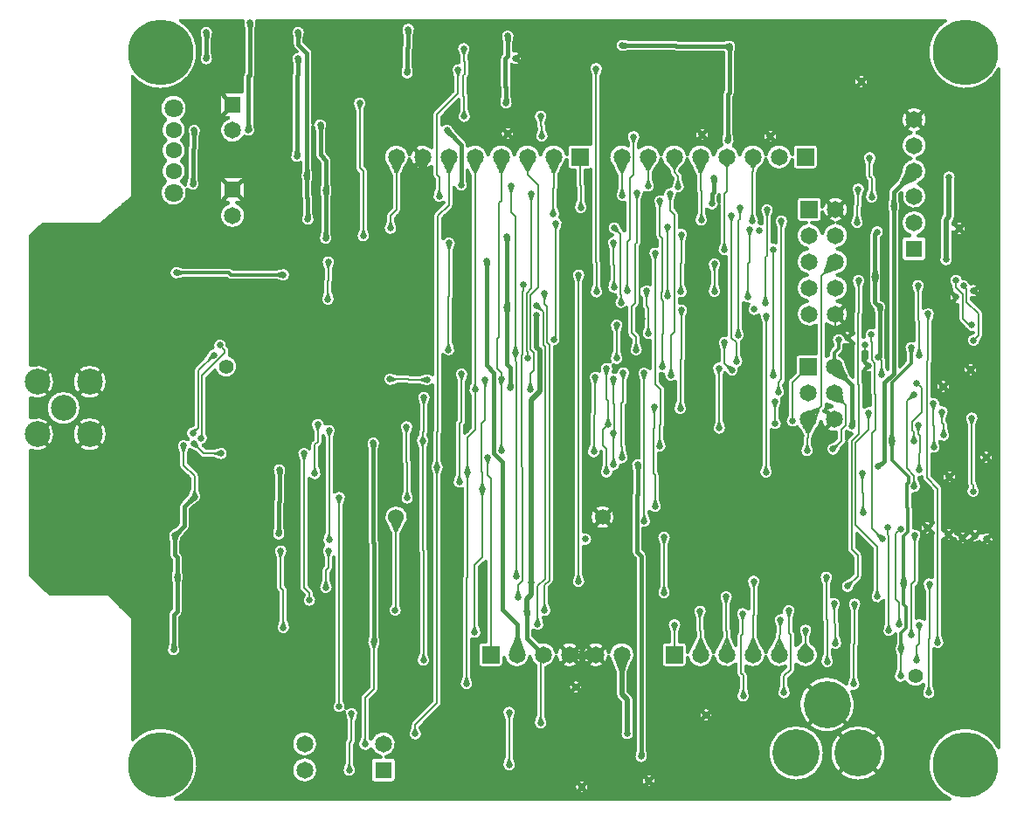
<source format=gbl>
*
%LPD*%
%LNFREAK900LR-L2*%
%FSLAX25Y25*%
%MOIN*%
%AD*%
%AD*%
%ADD19C,0.25*%
%ADD20R,0.065X0.065*%
%ADD21C,0.065*%
%ADD22C,0.18*%
%ADD26C,0.06*%
%ADD37C,0.008*%
%ADD38C,0.012*%
%ADD39C,0.015*%
%ADD41R,0.064959843X0.064959843*%
%ADD42C,0.064959843*%
%ADD64C,0.098429921*%
%ADD65C,0.062990157*%
%ADD67C,0.02*%
%ADD68C,0.070870079*%
%ADD69C,0.055*%
%ADD71C,0.025*%
G54D19*
%SRX1Y1I0.0J0.0*%
G1X85135Y440221D3*
G1X392135Y440221D3*
G1X85135Y168221D3*
G1X392135Y168221D3*
G54D20*
G1X211135Y210221D3*
G1X245135Y400221D3*
G1X281135Y210221D3*
G1X331135Y400221D3*
G1X332635Y380221D3*
G1X332135Y320021D3*
G54D21*
G1X221135Y210221D3*
G1X231135Y210221D3*
G1X241135Y210221D3*
G1X251135Y210221D3*
G1X261135Y210221D3*
G1X235135Y400221D3*
G1X225135Y400221D3*
G1X215135Y400221D3*
G1X205135Y400221D3*
G1X195135Y400221D3*
G1X185135Y400221D3*
G1X175135Y400221D3*
G1X291135Y210221D3*
G1X301135Y210221D3*
G1X311135Y210221D3*
G1X321135Y210221D3*
G1X331135Y210221D3*
G1X321135Y400221D3*
G1X311135Y400221D3*
G1X301135Y400221D3*
G1X291135Y400221D3*
G1X281135Y400221D3*
G1X271135Y400221D3*
G1X261135Y400221D3*
G1X342635Y380221D3*
G1X332635Y370221D3*
G1X342635Y370221D3*
G1X332635Y360221D3*
G1X342635Y360221D3*
G1X332635Y350221D3*
G1X342635Y350221D3*
G1X332635Y340221D3*
G1X342635Y340221D3*
G1X342135Y320021D3*
G1X332135Y310021D3*
G1X342135Y310021D3*
G1X332135Y300021D3*
G1X342135Y300021D3*
G54D22*
G1X327635Y172721D3*
G1X351257Y172721D3*
G1X339446Y191225D3*
G54D26*
G1X175017Y262721D3*
G1X253757Y262721D3*
G1X157135Y168621D2*
G54D37*
G1X156534Y166722D1*
G1X157135Y167771D1*
G1X157736Y166722D1*
G1X157135Y168621D1*
G1X156534Y166722D3*
G1X157736Y166722D3*
G1X156788Y167522D2*
G1X156993Y167522D1*
G1X157278Y167522D2*
G1X157483Y167522D1*
G1X157041Y168322D2*
G1X157230Y168322D1*
G1X157135Y167771D2*
G1X157135Y168621D1*
G1X158035Y185221D2*
G1X158636Y187120D1*
G1X158035Y186071D1*
G1X157434Y187120D1*
G1X158035Y185221D1*
G1X158035Y185221D3*
G1X157782Y186021D2*
G1X158289Y186021D1*
G1X157529Y186821D2*
G1X157606Y186821D1*
G1X158465Y186821D2*
G1X158542Y186821D1*
G1X157935Y185537D2*
G1X157935Y186246D1*
G1X218135Y170721D2*
G1X217534Y168822D1*
G1X218135Y169871D1*
G1X218736Y168822D1*
G1X218135Y170721D1*
G1X217534Y168822D3*
G1X218736Y168822D3*
G1X217788Y169622D2*
G1X217993Y169622D1*
G1X218278Y169622D2*
G1X218483Y169622D1*
G1X218041Y170422D2*
G1X218230Y170422D1*
G1X217935Y169522D2*
G1X217935Y170089D1*
G1X218735Y168824D2*
G1X218735Y168826D1*
G1X218135Y185721D2*
G1X218736Y187620D1*
G1X218135Y186571D1*
G1X217534Y187620D1*
G1X218135Y185721D1*
G1X218135Y185721D3*
G1X217882Y186521D2*
G1X218389Y186521D1*
G1X217629Y187321D2*
G1X217706Y187321D1*
G1X218565Y187321D2*
G1X218642Y187321D1*
G1X217935Y186353D2*
G1X217935Y186920D1*
G1X218735Y187617D2*
G1X218735Y187619D1*
G1X163135Y178521D2*
G1X162534Y176622D1*
G1X163135Y177671D1*
G1X163736Y176622D1*
G1X163135Y178521D1*
G1X162534Y176622D3*
G1X163736Y176622D3*
G1X162788Y177422D2*
G1X162993Y177422D1*
G1X163278Y177422D2*
G1X163483Y177422D1*
G1X163041Y178222D2*
G1X163230Y178222D1*
G1X162735Y176973D2*
G1X162735Y177258D1*
G1X163535Y176973D2*
G1X163535Y177258D1*
G1X166535Y212521D2*
G1X167136Y214420D1*
G1X166535Y213371D1*
G1X165934Y214420D1*
G1X166535Y212521D1*
G1X166535Y212521D3*
G1X166282Y213321D2*
G1X166789Y213321D1*
G1X166029Y214121D2*
G1X166106Y214121D1*
G1X166965Y214121D2*
G1X167042Y214121D1*
G1X165935Y214417D2*
G1X165935Y214419D1*
G1X166735Y213153D2*
G1X166735Y213720D1*
G1X182335Y182221D2*
G1X181734Y180622D1*
G1X182335Y181671D1*
G1X182936Y180622D1*
G1X182335Y182221D1*
G1X181734Y180622D3*
G1X182936Y180622D3*
G1X182035Y181422D2*
G1X182193Y181422D1*
G1X182478Y181422D2*
G1X182636Y181422D1*
G1X181935Y180973D2*
G1X181935Y181157D1*
G1X182735Y180973D2*
G1X182735Y181157D1*
G1X190635Y279221D2*
G1X191236Y281120D1*
G1X190635Y280071D1*
G1X190034Y281120D1*
G1X190635Y279221D1*
G1X190635Y279221D3*
G1X190382Y280021D2*
G1X190889Y280021D1*
G1X190129Y280821D2*
G1X190206Y280821D1*
G1X191065Y280821D2*
G1X191142Y280821D1*
G1X190735Y279537D2*
G1X190735Y280246D1*
G1X153335Y267721D2*
G1X153936Y269620D1*
G1X153335Y268571D1*
G1X152734Y269620D1*
G1X153335Y267721D1*
G1X153335Y267721D3*
G1X153082Y268521D2*
G1X153589Y268521D1*
G1X152829Y269321D2*
G1X152906Y269321D1*
G1X153765Y269321D2*
G1X153842Y269321D1*
G1X153135Y268353D2*
G1X153135Y268920D1*
G1X153935Y269617D2*
G1X153935Y269619D1*
G1X230135Y186721D2*
G1X229534Y184822D1*
G1X230135Y185871D1*
G1X230736Y184822D1*
G1X230135Y186721D1*
G1X229534Y184822D3*
G1X230736Y184822D3*
G1X229788Y185622D2*
G1X229993Y185622D1*
G1X230278Y185622D2*
G1X230483Y185622D1*
G1X230041Y186422D2*
G1X230230Y186422D1*
G1X229935Y185522D2*
G1X229935Y186089D1*
G1X230735Y184824D2*
G1X230735Y184826D1*
G1X201835Y201721D2*
G1X201234Y199822D1*
G1X201835Y200871D1*
G1X202436Y199822D1*
G1X201835Y201721D1*
G1X201234Y199822D3*
G1X202436Y199822D3*
G1X201488Y200622D2*
G1X201693Y200622D1*
G1X201978Y200622D2*
G1X202183Y200622D1*
G1X201741Y201422D2*
G1X201930Y201422D1*
G1X201935Y200697D2*
G1X201935Y201405D1*
G1X202335Y277421D2*
G1X202936Y279320D1*
G1X202335Y278271D1*
G1X201734Y279320D1*
G1X202335Y277421D1*
G1X202335Y277421D3*
G1X202082Y278221D2*
G1X202589Y278221D1*
G1X201829Y279021D2*
G1X201906Y279021D1*
G1X202765Y279021D2*
G1X202842Y279021D1*
G1X201935Y278685D2*
G1X201935Y278969D1*
G1X202735Y278685D2*
G1X202735Y278969D1*
G1X307435Y197021D2*
G1X306834Y195122D1*
G1X307435Y196171D1*
G1X308036Y195122D1*
G1X307435Y197021D1*
G1X306834Y195122D3*
G1X308036Y195122D3*
G1X307088Y195922D2*
G1X307293Y195922D1*
G1X307578Y195922D2*
G1X307783Y195922D1*
G1X307341Y196722D2*
G1X307530Y196722D1*
G1X307535Y195997D2*
G1X307535Y196705D1*
G1X307235Y223421D2*
G1X307836Y225320D1*
G1X307235Y224271D1*
G1X306634Y225320D1*
G1X307235Y223421D1*
G1X307235Y223421D3*
G1X306982Y224221D2*
G1X307489Y224221D1*
G1X306729Y225021D2*
G1X306806Y225021D1*
G1X307665Y225021D2*
G1X307742Y225021D1*
G1X306735Y225001D2*
G1X306735Y225144D1*
G1X307535Y224369D2*
G1X307535Y224795D1*
G1X323035Y198221D2*
G1X322434Y196322D1*
G1X323035Y197371D1*
G1X323636Y196322D1*
G1X323035Y198221D1*
G1X322434Y196322D3*
G1X323636Y196322D3*
G1X322688Y197122D2*
G1X322893Y197122D1*
G1X323178Y197122D2*
G1X323383Y197122D1*
G1X322941Y197922D2*
G1X323130Y197922D1*
G1X322735Y196848D2*
G1X322735Y197274D1*
G1X323535Y196499D2*
G1X323535Y196642D1*
G1X324835Y224521D2*
G1X325436Y226420D1*
G1X324835Y225371D1*
G1X324234Y226420D1*
G1X324835Y224521D1*
G1X324835Y224521D3*
G1X324582Y225321D2*
G1X325089Y225321D1*
G1X324329Y226121D2*
G1X324406Y226121D1*
G1X325265Y226121D2*
G1X325342Y226121D1*
G1X324335Y226101D2*
G1X324335Y226244D1*
G1X325135Y225469D2*
G1X325135Y225895D1*
G1X349635Y201521D2*
G1X349034Y199622D1*
G1X349635Y200671D1*
G1X350236Y199622D1*
G1X349635Y201521D1*
G1X349034Y199622D3*
G1X350236Y199622D3*
G1X349288Y200422D2*
G1X349493Y200422D1*
G1X349778Y200422D2*
G1X349983Y200422D1*
G1X349541Y201222D2*
G1X349730Y201222D1*
G1X349135Y199799D2*
G1X349135Y199942D1*
G1X349935Y200148D2*
G1X349935Y200574D1*
G1X349935Y227021D2*
G1X350536Y228920D1*
G1X349935Y227871D1*
G1X349334Y228920D1*
G1X349935Y227021D1*
G1X349935Y227021D3*
G1X349682Y227821D2*
G1X350189Y227821D1*
G1X349429Y228621D2*
G1X349506Y228621D1*
G1X350365Y228621D2*
G1X350442Y228621D1*
G1X349935Y227021D2*
G1X349935Y227871D1*
G1X367435Y204521D2*
G1X366834Y202622D1*
G1X367435Y203671D1*
G1X368036Y202622D1*
G1X367435Y204521D1*
G1X366834Y202622D3*
G1X368036Y202622D3*
G1X367088Y203422D2*
G1X367293Y203422D1*
G1X367578Y203422D2*
G1X367783Y203422D1*
G1X367341Y204222D2*
G1X367530Y204222D1*
G1X367535Y203497D2*
G1X367535Y204205D1*
G1X367735Y209921D2*
G1X368336Y211820D1*
G1X367735Y210771D1*
G1X367134Y211820D1*
G1X367735Y209921D1*
G1X367735Y209921D3*
G1X367482Y210721D2*
G1X367989Y210721D1*
G1X367229Y211521D2*
G1X367306Y211521D1*
G1X368165Y211521D2*
G1X368242Y211521D1*
G1X367535Y210553D2*
G1X367535Y211120D1*
G1X368335Y211817D2*
G1X368335Y211819D1*
G1X378235Y198221D2*
G1X377634Y196322D1*
G1X378235Y197371D1*
G1X378836Y196322D1*
G1X378235Y198221D1*
G1X377634Y196322D3*
G1X378836Y196322D3*
G1X377888Y197122D2*
G1X378093Y197122D1*
G1X378378Y197122D2*
G1X378583Y197122D1*
G1X378141Y197922D2*
G1X378330Y197922D1*
G1X377935Y196848D2*
G1X377935Y197274D1*
G1X378735Y196499D2*
G1X378735Y196642D1*
G1X378435Y234721D2*
G1X379036Y236620D1*
G1X378435Y235571D1*
G1X377834Y236620D1*
G1X378435Y234721D1*
G1X378435Y234721D3*
G1X378182Y235521D2*
G1X378689Y235521D1*
G1X377929Y236321D2*
G1X378006Y236321D1*
G1X378865Y236321D2*
G1X378942Y236321D1*
G1X377935Y236301D2*
G1X377935Y236444D1*
G1X378735Y235669D2*
G1X378735Y236095D1*
G1X185435Y210621D2*
G1X184834Y208722D1*
G1X185435Y209771D1*
G1X186036Y208722D1*
G1X185435Y210621D1*
G1X184834Y208722D3*
G1X186036Y208722D3*
G1X185088Y209522D2*
G1X185293Y209522D1*
G1X185578Y209522D2*
G1X185783Y209522D1*
G1X185341Y210322D2*
G1X185530Y210322D1*
G1X185135Y209248D2*
G1X185135Y209674D1*
G1X185935Y208899D2*
G1X185935Y209042D1*
G1X185135Y289421D2*
G1X185736Y291320D1*
G1X185135Y290271D1*
G1X184534Y291320D1*
G1X185135Y289421D1*
G1X185135Y289421D3*
G1X184882Y290221D2*
G1X185389Y290221D1*
G1X184629Y291021D2*
G1X184706Y291021D1*
G1X185565Y291021D2*
G1X185642Y291021D1*
G1X185135Y289421D2*
G1X185135Y290271D1*
G1X210035Y282821D2*
G1X210636Y284720D1*
G1X210035Y283671D1*
G1X209434Y284720D1*
G1X210035Y282821D1*
G1X210035Y282821D3*
G1X209782Y283621D2*
G1X210289Y283621D1*
G1X209529Y284421D2*
G1X209606Y284421D1*
G1X210465Y284421D2*
G1X210542Y284421D1*
G1X209935Y283137D2*
G1X209935Y283846D1*
G1X247635Y210221D2*
G1X243151Y212237D1*
G1X244785Y210221D1*
G1X243151Y208206D1*
G1X247635Y210221D1*
G1X243151Y208206D3*
G1X243800Y209006D2*
G1X244931Y209006D1*
G1X244449Y209806D2*
G1X246711Y209806D1*
G1X244473Y210606D2*
G1X246779Y210606D1*
G1X243824Y211406D2*
G1X244999Y211406D1*
G1X243175Y212206D2*
G1X243219Y212206D1*
G1X243535Y208379D2*
G1X243535Y208680D1*
G1X243535Y211762D2*
G1X243535Y212064D1*
G1X244335Y208738D2*
G1X244335Y209667D1*
G1X244335Y210776D2*
G1X244335Y211704D1*
G1X245135Y209098D2*
G1X245135Y211345D1*
G1X245935Y209457D2*
G1X245935Y210985D1*
G1X246735Y209817D2*
G1X246735Y210626D1*
G1X247535Y210176D2*
G1X247535Y210266D1*
G1X244635Y210221D2*
G1X249120Y208206D1*
G1X247485Y210221D1*
G1X249120Y212237D1*
G1X244635Y210221D1*
G1X249120Y208206D3*
G1X247340Y209006D2*
G1X248471Y209006D1*
G1X245559Y209806D2*
G1X247822Y209806D1*
G1X245492Y210606D2*
G1X247797Y210606D1*
G1X247272Y211406D2*
G1X248446Y211406D1*
G1X249052Y212206D2*
G1X249095Y212206D1*
G1X245135Y209997D2*
G1X245135Y210446D1*
G1X245935Y209637D2*
G1X245935Y210806D1*
G1X246735Y209278D2*
G1X246735Y211165D1*
G1X247535Y208918D2*
G1X247535Y210160D1*
G1X247535Y210283D2*
G1X247535Y211525D1*
G1X248335Y208559D2*
G1X248335Y209174D1*
G1X248335Y211269D2*
G1X248335Y211884D1*
G1X281235Y219121D2*
G1X281836Y221020D1*
G1X281235Y219971D1*
G1X280634Y221020D1*
G1X281235Y219121D1*
G1X281235Y219121D3*
G1X280982Y219921D2*
G1X281489Y219921D1*
G1X280729Y220721D2*
G1X280806Y220721D1*
G1X281665Y220721D2*
G1X281742Y220721D1*
G1X281135Y219437D2*
G1X281135Y220146D1*
G1X291135Y216721D2*
G1X289120Y212237D1*
G1X291135Y213871D1*
G1X293151Y212237D1*
G1X291135Y216721D1*
G1X289120Y212237D3*
G1X293151Y212237D3*
G1X289480Y213037D2*
G1X290106Y213037D1*
G1X292164Y213037D2*
G1X292791Y213037D1*
G1X289839Y213837D2*
G1X291093Y213837D1*
G1X291178Y213837D2*
G1X292432Y213837D1*
G1X290199Y214637D2*
G1X292072Y214637D1*
G1X290558Y215437D2*
G1X291713Y215437D1*
G1X290918Y216237D2*
G1X291353Y216237D1*
G1X289135Y212249D2*
G1X289135Y212271D1*
G1X289935Y212898D2*
G1X289935Y214051D1*
G1X290735Y213547D2*
G1X290735Y215831D1*
G1X291535Y213547D2*
G1X291535Y215831D1*
G1X292335Y212898D2*
G1X292335Y214051D1*
G1X293135Y212249D2*
G1X293135Y212271D1*
G1X290935Y224321D2*
G1X291536Y226220D1*
G1X290935Y225171D1*
G1X290334Y226220D1*
G1X290935Y224321D1*
G1X290935Y224321D3*
G1X290682Y225121D2*
G1X291189Y225121D1*
G1X290429Y225921D2*
G1X290506Y225921D1*
G1X291365Y225921D2*
G1X291442Y225921D1*
G1X290735Y224953D2*
G1X290735Y225520D1*
G1X291535Y226217D2*
G1X291535Y226219D1*
G1X301135Y216721D2*
G1X299120Y212237D1*
G1X301135Y213871D1*
G1X303151Y212237D1*
G1X301135Y216721D1*
G1X299120Y212237D3*
G1X303151Y212237D3*
G1X299480Y213037D2*
G1X300106Y213037D1*
G1X302164Y213037D2*
G1X302791Y213037D1*
G1X299839Y213837D2*
G1X301093Y213837D1*
G1X301178Y213837D2*
G1X302432Y213837D1*
G1X300199Y214637D2*
G1X302072Y214637D1*
G1X300558Y215437D2*
G1X301713Y215437D1*
G1X300918Y216237D2*
G1X301353Y216237D1*
G1X299535Y212573D2*
G1X299535Y213161D1*
G1X300335Y213222D2*
G1X300335Y214941D1*
G1X301135Y213871D2*
G1X301135Y216721D1*
G1X301935Y213222D2*
G1X301935Y214941D1*
G1X302735Y212573D2*
G1X302735Y213161D1*
G1X300935Y229821D2*
G1X301536Y231720D1*
G1X300935Y230671D1*
G1X300334Y231720D1*
G1X300935Y229821D1*
G1X300935Y229821D3*
G1X300682Y230621D2*
G1X301189Y230621D1*
G1X300429Y231421D2*
G1X300506Y231421D1*
G1X301365Y231421D2*
G1X301442Y231421D1*
G1X300335Y231717D2*
G1X300335Y231719D1*
G1X301135Y230453D2*
G1X301135Y231020D1*
G1X311135Y216721D2*
G1X309120Y212237D1*
G1X311135Y213871D1*
G1X313151Y212237D1*
G1X311135Y216721D1*
G1X309120Y212237D3*
G1X313151Y212237D3*
G1X309480Y213037D2*
G1X310106Y213037D1*
G1X312164Y213037D2*
G1X312791Y213037D1*
G1X309839Y213837D2*
G1X311093Y213837D1*
G1X311178Y213837D2*
G1X312432Y213837D1*
G1X310199Y214637D2*
G1X312072Y214637D1*
G1X310558Y215437D2*
G1X311713Y215437D1*
G1X310918Y216237D2*
G1X311353Y216237D1*
G1X309135Y212249D2*
G1X309135Y212271D1*
G1X309935Y212898D2*
G1X309935Y214051D1*
G1X310735Y213547D2*
G1X310735Y215831D1*
G1X311535Y213547D2*
G1X311535Y215831D1*
G1X312335Y212898D2*
G1X312335Y214051D1*
G1X313135Y212249D2*
G1X313135Y212271D1*
G1X311435Y235721D2*
G1X312036Y237620D1*
G1X311435Y236571D1*
G1X310834Y237620D1*
G1X311435Y235721D1*
G1X311435Y235721D3*
G1X311182Y236521D2*
G1X311689Y236521D1*
G1X310929Y237321D2*
G1X311006Y237321D1*
G1X311865Y237321D2*
G1X311942Y237321D1*
G1X311535Y236037D2*
G1X311535Y236746D1*
G1X321135Y216421D2*
G1X319120Y212237D1*
G1X321135Y213871D1*
G1X323151Y212237D1*
G1X321135Y216421D1*
G1X319120Y212237D3*
G1X323151Y212237D3*
G1X319505Y213037D2*
G1X320106Y213037D1*
G1X322164Y213037D2*
G1X322765Y213037D1*
G1X319891Y213837D2*
G1X321093Y213837D1*
G1X321178Y213837D2*
G1X322380Y213837D1*
G1X320276Y214637D2*
G1X321995Y214637D1*
G1X320661Y215437D2*
G1X321610Y215437D1*
G1X321046Y216237D2*
G1X321224Y216237D1*
G1X319535Y212573D2*
G1X319535Y213099D1*
G1X320335Y213222D2*
G1X320335Y214760D1*
G1X321135Y213871D2*
G1X321135Y216421D1*
G1X321935Y213222D2*
G1X321935Y214760D1*
G1X322735Y212573D2*
G1X322735Y213099D1*
G1X321635Y221021D2*
G1X322236Y222920D1*
G1X321635Y221871D1*
G1X321034Y222920D1*
G1X321635Y221021D1*
G1X321635Y221021D3*
G1X321382Y221821D2*
G1X321889Y221821D1*
G1X321129Y222621D2*
G1X321206Y222621D1*
G1X322065Y222621D2*
G1X322142Y222621D1*
G1X321135Y222601D2*
G1X321135Y222744D1*
G1X321935Y221969D2*
G1X321935Y222395D1*
G1X331135Y214621D2*
G1X329671Y212666D1*
G1X331135Y213871D1*
G1X332600Y212666D1*
G1X331135Y214621D1*
G1X329671Y212666D3*
G1X332600Y212666D3*
G1X330270Y213466D2*
G1X330643Y213466D1*
G1X331628Y213466D2*
G1X332001Y213466D1*
G1X330869Y214266D2*
G1X331401Y214266D1*
G1X329935Y212884D2*
G1X329935Y213019D1*
G1X330735Y213542D2*
G1X330735Y214087D1*
G1X331535Y213542D2*
G1X331535Y214087D1*
G1X332335Y212884D2*
G1X332335Y213019D1*
G1X331235Y217121D2*
G1X331836Y218920D1*
G1X331235Y217871D1*
G1X330634Y218920D1*
G1X331235Y217121D1*
G1X331235Y217121D3*
G1X330968Y217921D2*
G1X331207Y217921D1*
G1X331264Y217921D2*
G1X331503Y217921D1*
G1X330701Y218721D2*
G1X330748Y218721D1*
G1X331722Y218721D2*
G1X331770Y218721D1*
G1X330735Y218618D2*
G1X330735Y218744D1*
G1X331535Y218019D2*
G1X331535Y218395D1*
G1X339435Y210121D2*
G1X338834Y208222D1*
G1X339435Y209271D1*
G1X340036Y208222D1*
G1X339435Y210121D1*
G1X338834Y208222D3*
G1X340036Y208222D3*
G1X339088Y209022D2*
G1X339293Y209022D1*
G1X339578Y209022D2*
G1X339783Y209022D1*
G1X339341Y209822D2*
G1X339530Y209822D1*
G1X339535Y209097D2*
G1X339535Y209805D1*
G1X339135Y237321D2*
G1X339736Y239220D1*
G1X339135Y238171D1*
G1X338534Y239220D1*
G1X339135Y237321D1*
G1X339135Y237321D3*
G1X338882Y238121D2*
G1X339389Y238121D1*
G1X338629Y238921D2*
G1X338706Y238921D1*
G1X339565Y238921D2*
G1X339642Y238921D1*
G1X338735Y238585D2*
G1X338735Y238869D1*
G1X339535Y238585D2*
G1X339535Y238869D1*
G1X373735Y210721D2*
G1X373134Y208822D1*
G1X373735Y209871D1*
G1X374336Y208822D1*
G1X373735Y210721D1*
G1X373134Y208822D3*
G1X374336Y208822D3*
G1X373388Y209622D2*
G1X373593Y209622D1*
G1X373878Y209622D2*
G1X374083Y209622D1*
G1X373641Y210422D2*
G1X373830Y210422D1*
G1X373135Y208824D2*
G1X373135Y208826D1*
G1X373935Y209522D2*
G1X373935Y210089D1*
G1X374735Y219121D2*
G1X375336Y221020D1*
G1X374735Y219971D1*
G1X374134Y221020D1*
G1X374735Y219121D1*
G1X374735Y219121D3*
G1X374482Y219921D2*
G1X374989Y219921D1*
G1X374229Y220721D2*
G1X374306Y220721D1*
G1X375165Y220721D2*
G1X375242Y220721D1*
G1X374735Y219121D2*
G1X374735Y219971D1*
G1X132035Y223121D2*
G1X131434Y221222D1*
G1X132035Y222271D1*
G1X132636Y221222D1*
G1X132035Y223121D1*
G1X131434Y221222D3*
G1X132636Y221222D3*
G1X131688Y222022D2*
G1X131893Y222022D1*
G1X132178Y222022D2*
G1X132383Y222022D1*
G1X131941Y222822D2*
G1X132130Y222822D1*
G1X131535Y221399D2*
G1X131535Y221542D1*
G1X132335Y221748D2*
G1X132335Y222174D1*
G1X130935Y247321D2*
G1X131536Y249220D1*
G1X130935Y248171D1*
G1X130334Y249220D1*
G1X130935Y247321D1*
G1X130935Y247321D3*
G1X130682Y248121D2*
G1X131189Y248121D1*
G1X130429Y248921D2*
G1X130506Y248921D1*
G1X131365Y248921D2*
G1X131442Y248921D1*
G1X130735Y247953D2*
G1X130735Y248520D1*
G1X131535Y249217D2*
G1X131535Y249219D1*
G1X205035Y221221D2*
G1X204434Y219322D1*
G1X205035Y220371D1*
G1X205636Y219322D1*
G1X205035Y221221D1*
G1X204434Y219322D3*
G1X205636Y219322D3*
G1X204688Y220122D2*
G1X204893Y220122D1*
G1X205178Y220122D2*
G1X205383Y220122D1*
G1X204941Y220922D2*
G1X205130Y220922D1*
G1X205135Y220197D2*
G1X205135Y220905D1*
G1X207835Y270821D2*
G1X208436Y272720D1*
G1X207835Y271671D1*
G1X207234Y272720D1*
G1X207835Y270821D1*
G1X207835Y270821D3*
G1X207582Y271621D2*
G1X208089Y271621D1*
G1X207329Y272421D2*
G1X207406Y272421D1*
G1X208265Y272421D2*
G1X208342Y272421D1*
G1X207535Y271769D2*
G1X207535Y272195D1*
G1X208335Y272401D2*
G1X208335Y272544D1*
G1X229035Y224321D2*
G1X228434Y222422D1*
G1X229035Y223471D1*
G1X229636Y222422D1*
G1X229035Y224321D1*
G1X228434Y222422D3*
G1X229636Y222422D3*
G1X228688Y223222D2*
G1X228893Y223222D1*
G1X229178Y223222D2*
G1X229383Y223222D1*
G1X228941Y224022D2*
G1X229130Y224022D1*
G1X229135Y223297D2*
G1X229135Y224005D1*
G1X230387Y341870D2*
G1X229585Y343521D1*
G1X229902Y342355D1*
G1X228735Y342671D1*
G1X230387Y341870D1*
G1X230387Y341870D3*
G1X228738Y342670D2*
G1X228741Y342670D1*
G1X229817Y342670D2*
G1X229999Y342670D1*
G1X229599Y343470D2*
G1X229610Y343470D1*
G1X229135Y342477D2*
G1X229135Y342563D1*
G1X229935Y342089D2*
G1X229935Y342800D1*
G1X342735Y217121D2*
G1X342134Y215222D1*
G1X342735Y216271D1*
G1X343336Y215222D1*
G1X342735Y217121D1*
G1X342134Y215222D3*
G1X343336Y215222D3*
G1X342388Y216022D2*
G1X342593Y216022D1*
G1X342878Y216022D2*
G1X343083Y216022D1*
G1X342641Y216822D2*
G1X342830Y216822D1*
G1X342735Y216271D2*
G1X342735Y217121D1*
G1X342135Y227221D2*
G1X342736Y229120D1*
G1X342135Y228071D1*
G1X341534Y229120D1*
G1X342135Y227221D1*
G1X342135Y227221D3*
G1X341882Y228021D2*
G1X342389Y228021D1*
G1X341629Y228821D2*
G1X341706Y228821D1*
G1X342565Y228821D2*
G1X342642Y228821D1*
G1X341935Y227853D2*
G1X341935Y228420D1*
G1X342735Y229117D2*
G1X342735Y229119D1*
G1X371535Y220221D2*
G1X370934Y218322D1*
G1X371535Y219371D1*
G1X372136Y218322D1*
G1X371535Y220221D1*
G1X370934Y218322D3*
G1X372136Y218322D3*
G1X371188Y219122D2*
G1X371393Y219122D1*
G1X371678Y219122D2*
G1X371883Y219122D1*
G1X371441Y219922D2*
G1X371630Y219922D1*
G1X371535Y219371D2*
G1X371535Y220221D1*
G1X372835Y253321D2*
G1X373436Y255220D1*
G1X372835Y254171D1*
G1X372234Y255220D1*
G1X372835Y253321D1*
G1X372835Y253321D3*
G1X372582Y254121D2*
G1X373089Y254121D1*
G1X372329Y254921D2*
G1X372406Y254921D1*
G1X373265Y254921D2*
G1X373342Y254921D1*
G1X372335Y254901D2*
G1X372335Y255044D1*
G1X373135Y254269D2*
G1X373135Y254695D1*
G1X367035Y224421D2*
G1X366434Y222522D1*
G1X367035Y223571D1*
G1X367636Y222522D1*
G1X367035Y224421D1*
G1X366434Y222522D3*
G1X367636Y222522D3*
G1X366688Y223322D2*
G1X366893Y223322D1*
G1X367178Y223322D2*
G1X367383Y223322D1*
G1X366941Y224122D2*
G1X367130Y224122D1*
G1X366735Y223048D2*
G1X366735Y223474D1*
G1X367535Y222699D2*
G1X367535Y222842D1*
G1X363035Y221921D2*
G1X362434Y220022D1*
G1X363035Y221071D1*
G1X363636Y220022D1*
G1X363035Y221921D1*
G1X362434Y220022D3*
G1X363636Y220022D3*
G1X362688Y220822D2*
G1X362893Y220822D1*
G1X363178Y220822D2*
G1X363383Y220822D1*
G1X362941Y221622D2*
G1X363130Y221622D1*
G1X362735Y220548D2*
G1X362735Y220974D1*
G1X363535Y220199D2*
G1X363535Y220342D1*
G1X381635Y217421D2*
G1X381034Y215522D1*
G1X381635Y216571D1*
G1X382236Y215522D1*
G1X381635Y217421D1*
G1X381034Y215522D3*
G1X382236Y215522D3*
G1X381288Y216322D2*
G1X381493Y216322D1*
G1X381778Y216322D2*
G1X381983Y216322D1*
G1X381541Y217122D2*
G1X381730Y217122D1*
G1X381135Y215699D2*
G1X381135Y215842D1*
G1X381935Y216048D2*
G1X381935Y216474D1*
G1X378035Y337821D2*
G1X378636Y339720D1*
G1X378035Y338671D1*
G1X377434Y339720D1*
G1X378035Y337821D1*
G1X378035Y337821D3*
G1X377782Y338621D2*
G1X378289Y338621D1*
G1X377529Y339421D2*
G1X377606Y339421D1*
G1X378465Y339421D2*
G1X378542Y339421D1*
G1X377935Y338137D2*
G1X377935Y338846D1*
G1X139835Y284521D2*
G1X140436Y286420D1*
G1X139835Y285371D1*
G1X139234Y286420D1*
G1X139835Y284521D1*
G1X139835Y284521D3*
G1X139582Y285321D2*
G1X140089Y285321D1*
G1X139329Y286121D2*
G1X139406Y286121D1*
G1X140265Y286121D2*
G1X140342Y286121D1*
G1X139535Y285469D2*
G1X139535Y285895D1*
G1X140335Y286101D2*
G1X140335Y286244D1*
G1X175017Y256721D2*
G1X176856Y260883D1*
G1X175017Y259321D1*
G1X173179Y260883D1*
G1X175017Y256721D1*
G1X175017Y256721D3*
G1X174664Y257521D2*
G1X175371Y257521D1*
G1X174310Y258321D2*
G1X175724Y258321D1*
G1X173957Y259121D2*
G1X176078Y259121D1*
G1X173604Y259921D2*
G1X174311Y259921D1*
G1X175724Y259921D2*
G1X176431Y259921D1*
G1X173250Y260721D2*
G1X173369Y260721D1*
G1X176666Y260721D2*
G1X176784Y260721D1*
G1X173935Y259170D2*
G1X173935Y260240D1*
G1X174735Y257359D2*
G1X174735Y259561D1*
G1X175535Y257894D2*
G1X175535Y259761D1*
G1X176335Y259705D2*
G1X176335Y260441D1*
G1X221535Y234721D2*
G1X220934Y232822D1*
G1X221535Y233871D1*
G1X222136Y232822D1*
G1X221535Y234721D1*
G1X220934Y232822D3*
G1X222136Y232822D3*
G1X221188Y233622D2*
G1X221393Y233622D1*
G1X221678Y233622D2*
G1X221883Y233622D1*
G1X221441Y234422D2*
G1X221630Y234422D1*
G1X221135Y233173D2*
G1X221135Y233458D1*
G1X221935Y233173D2*
G1X221935Y233458D1*
G1X231735Y229621D2*
G1X231134Y227722D1*
G1X231735Y228771D1*
G1X232336Y227722D1*
G1X231735Y229621D1*
G1X231134Y227722D3*
G1X232336Y227722D3*
G1X231388Y228522D2*
G1X231593Y228522D1*
G1X231878Y228522D2*
G1X232083Y228522D1*
G1X231641Y229322D2*
G1X231830Y229322D1*
G1X231535Y228422D2*
G1X231535Y228989D1*
G1X232335Y227724D2*
G1X232335Y227726D1*
G1X231735Y345521D2*
G1X232336Y347420D1*
G1X231735Y346371D1*
G1X231134Y347420D1*
G1X231735Y345521D1*
G1X231735Y345521D3*
G1X231482Y346321D2*
G1X231989Y346321D1*
G1X231229Y347121D2*
G1X231306Y347121D1*
G1X232165Y347121D2*
G1X232242Y347121D1*
G1X231535Y346153D2*
G1X231535Y346720D1*
G1X232335Y347417D2*
G1X232335Y347419D1*
G1X277235Y236321D2*
G1X276634Y234422D1*
G1X277235Y235471D1*
G1X277836Y234422D1*
G1X277235Y236321D1*
G1X276634Y234422D3*
G1X277836Y234422D3*
G1X276888Y235222D2*
G1X277093Y235222D1*
G1X277378Y235222D2*
G1X277583Y235222D1*
G1X277141Y236022D2*
G1X277330Y236022D1*
G1X277135Y235297D2*
G1X277135Y236005D1*
G1X277235Y252521D2*
G1X277836Y254420D1*
G1X277235Y253371D1*
G1X276634Y254420D1*
G1X277235Y252521D1*
G1X277235Y252521D3*
G1X276982Y253321D2*
G1X277489Y253321D1*
G1X276729Y254121D2*
G1X276806Y254121D1*
G1X277665Y254121D2*
G1X277742Y254121D1*
G1X277135Y252837D2*
G1X277135Y253546D1*
G1X358535Y234821D2*
G1X357934Y232922D1*
G1X358535Y233971D1*
G1X359136Y232922D1*
G1X358535Y234821D1*
G1X357934Y232922D3*
G1X359136Y232922D3*
G1X358188Y233722D2*
G1X358393Y233722D1*
G1X358678Y233722D2*
G1X358883Y233722D1*
G1X358441Y234522D2*
G1X358630Y234522D1*
G1X357935Y232924D2*
G1X357935Y232926D1*
G1X358735Y233622D2*
G1X358735Y234189D1*
G1X355335Y300021D2*
G1X355936Y301920D1*
G1X355335Y300871D1*
G1X354734Y301920D1*
G1X355335Y300021D1*
G1X355335Y300021D3*
G1X355082Y300821D2*
G1X355589Y300821D1*
G1X354829Y301621D2*
G1X354906Y301621D1*
G1X355765Y301621D2*
G1X355842Y301621D1*
G1X354735Y301917D2*
G1X354735Y301919D1*
G1X355535Y300653D2*
G1X355535Y301220D1*
G1X98135Y273121D2*
G1X97534Y271222D1*
G1X98135Y272271D1*
G1X98736Y271222D1*
G1X98135Y273121D1*
G1X97534Y271222D3*
G1X98736Y271222D3*
G1X97788Y272022D2*
G1X97993Y272022D1*
G1X98278Y272022D2*
G1X98483Y272022D1*
G1X98041Y272822D2*
G1X98230Y272822D1*
G1X97935Y271922D2*
G1X97935Y272489D1*
G1X98735Y271224D2*
G1X98735Y271226D1*
G1X93935Y287521D2*
G1X94536Y289420D1*
G1X93935Y288371D1*
G1X93334Y289420D1*
G1X93935Y287521D1*
G1X93935Y287521D3*
G1X93682Y288321D2*
G1X94189Y288321D1*
G1X93429Y289121D2*
G1X93506Y289121D1*
G1X94365Y289121D2*
G1X94442Y289121D1*
G1X93935Y287521D2*
G1X93935Y288371D1*
G1X148235Y238421D2*
G1X147634Y236522D1*
G1X148235Y237571D1*
G1X148836Y236522D1*
G1X148235Y238421D1*
G1X147634Y236522D3*
G1X148836Y236522D3*
G1X147888Y237322D2*
G1X148093Y237322D1*
G1X148378Y237322D2*
G1X148583Y237322D1*
G1X148141Y238122D2*
G1X148330Y238122D1*
G1X148335Y237397D2*
G1X148335Y238105D1*
G1X149235Y247421D2*
G1X149836Y249320D1*
G1X149235Y248271D1*
G1X148634Y249320D1*
G1X149235Y247421D1*
G1X149235Y247421D3*
G1X148982Y248221D2*
G1X149489Y248221D1*
G1X148729Y249021D2*
G1X148806Y249021D1*
G1X149665Y249021D2*
G1X149742Y249021D1*
G1X149135Y247737D2*
G1X149135Y248446D1*
G1X179235Y272521D2*
G1X178634Y270622D1*
G1X179235Y271671D1*
G1X179836Y270622D1*
G1X179235Y272521D1*
G1X178634Y270622D3*
G1X179836Y270622D3*
G1X178888Y271422D2*
G1X179093Y271422D1*
G1X179378Y271422D2*
G1X179583Y271422D1*
G1X179141Y272222D2*
G1X179330Y272222D1*
G1X178735Y270799D2*
G1X178735Y270942D1*
G1X179535Y271148D2*
G1X179535Y271574D1*
G1X179035Y294721D2*
G1X179636Y296620D1*
G1X179035Y295571D1*
G1X178434Y296620D1*
G1X179035Y294721D1*
G1X179035Y294721D3*
G1X178782Y295521D2*
G1X179289Y295521D1*
G1X178529Y296321D2*
G1X178606Y296321D1*
G1X179465Y296321D2*
G1X179542Y296321D1*
G1X178735Y295669D2*
G1X178735Y296095D1*
G1X179535Y296301D2*
G1X179535Y296444D1*
G1X199135Y278621D2*
G1X198534Y276722D1*
G1X199135Y277771D1*
G1X199736Y276722D1*
G1X199135Y278621D1*
G1X198534Y276722D3*
G1X199736Y276722D3*
G1X198788Y277522D2*
G1X198993Y277522D1*
G1X199278Y277522D2*
G1X199483Y277522D1*
G1X199041Y278322D2*
G1X199230Y278322D1*
G1X198735Y277073D2*
G1X198735Y277358D1*
G1X199535Y277073D2*
G1X199535Y277358D1*
G1X200035Y314821D2*
G1X200636Y316720D1*
G1X200035Y315671D1*
G1X199434Y316720D1*
G1X200035Y314821D1*
G1X200035Y314821D3*
G1X199782Y315621D2*
G1X200289Y315621D1*
G1X199529Y316421D2*
G1X199606Y316421D1*
G1X200465Y316421D2*
G1X200542Y316421D1*
G1X199535Y316401D2*
G1X199535Y316544D1*
G1X200335Y315769D2*
G1X200335Y316195D1*
G1X149435Y256521D2*
G1X148834Y254622D1*
G1X149435Y255671D1*
G1X150036Y254622D1*
G1X149435Y256521D1*
G1X148834Y254622D3*
G1X150036Y254622D3*
G1X149088Y255422D2*
G1X149293Y255422D1*
G1X149578Y255422D2*
G1X149783Y255422D1*
G1X149341Y256222D2*
G1X149530Y256222D1*
G1X149135Y255148D2*
G1X149135Y255574D1*
G1X149935Y254799D2*
G1X149935Y254942D1*
G1X149435Y293321D2*
G1X150036Y295220D1*
G1X149435Y294171D1*
G1X148834Y295220D1*
G1X149435Y293321D1*
G1X149435Y293321D3*
G1X149182Y294121D2*
G1X149689Y294121D1*
G1X148929Y294921D2*
G1X149006Y294921D1*
G1X149865Y294921D2*
G1X149942Y294921D1*
G1X149135Y294269D2*
G1X149135Y294695D1*
G1X149935Y294901D2*
G1X149935Y295044D1*
G1X207835Y275821D2*
G1X207234Y273922D1*
G1X207835Y274971D1*
G1X208436Y273922D1*
G1X207835Y275821D1*
G1X207234Y273922D3*
G1X208436Y273922D3*
G1X207488Y274722D2*
G1X207693Y274722D1*
G1X207978Y274722D2*
G1X208183Y274722D1*
G1X207741Y275522D2*
G1X207930Y275522D1*
G1X207535Y274448D2*
G1X207535Y274874D1*
G1X208335Y274099D2*
G1X208335Y274242D1*
G1X209035Y312521D2*
G1X209636Y314420D1*
G1X209035Y313371D1*
G1X208434Y314420D1*
G1X209035Y312521D1*
G1X209035Y312521D3*
G1X208782Y313321D2*
G1X209289Y313321D1*
G1X208529Y314121D2*
G1X208606Y314121D1*
G1X209465Y314121D2*
G1X209542Y314121D1*
G1X209135Y312837D2*
G1X209135Y313546D1*
G1X220935Y242721D2*
G1X220334Y240822D1*
G1X220935Y241871D1*
G1X221536Y240822D1*
G1X220935Y242721D1*
G1X220334Y240822D3*
G1X221536Y240822D3*
G1X220588Y241622D2*
G1X220793Y241622D1*
G1X221078Y241622D2*
G1X221283Y241622D1*
G1X220841Y242422D2*
G1X221030Y242422D1*
G1X220335Y240824D2*
G1X220335Y240826D1*
G1X221135Y241522D2*
G1X221135Y242089D1*
G1X220535Y323507D2*
G1X221136Y325020D1*
G1X220535Y323971D1*
G1X219934Y325020D1*
G1X220535Y323507D1*
G1X220535Y323507D3*
G1X220218Y324307D2*
G1X220343Y324307D1*
G1X220727Y324307D2*
G1X220853Y324307D1*
G1X220335Y324010D2*
G1X220335Y324320D1*
G1X221135Y325018D2*
G1X221135Y325019D1*
G1X244635Y240721D2*
G1X244034Y238822D1*
G1X244635Y239871D1*
G1X245236Y238822D1*
G1X244635Y240721D1*
G1X244034Y238822D3*
G1X245236Y238822D3*
G1X244288Y239622D2*
G1X244493Y239622D1*
G1X244778Y239622D2*
G1X244983Y239622D1*
G1X244541Y240422D2*
G1X244730Y240422D1*
G1X244335Y239348D2*
G1X244335Y239774D1*
G1X245135Y238999D2*
G1X245135Y239142D1*
G1X244635Y352621D2*
G1X245236Y354520D1*
G1X244635Y353471D1*
G1X244034Y354520D1*
G1X244635Y352621D1*
G1X244635Y352621D3*
G1X244382Y353421D2*
G1X244889Y353421D1*
G1X244129Y354221D2*
G1X244206Y354221D1*
G1X245065Y354221D2*
G1X245142Y354221D1*
G1X244335Y353569D2*
G1X244335Y353995D1*
G1X245135Y354201D2*
G1X245135Y354344D1*
G1X273835Y269321D2*
G1X273234Y267422D1*
G1X273835Y268471D1*
G1X274436Y267422D1*
G1X273835Y269321D1*
G1X273234Y267422D3*
G1X274436Y267422D3*
G1X273488Y268222D2*
G1X273693Y268222D1*
G1X273978Y268222D2*
G1X274183Y268222D1*
G1X273741Y269022D2*
G1X273930Y269022D1*
G1X273935Y268297D2*
G1X273935Y269005D1*
G1X273435Y302221D2*
G1X274036Y304120D1*
G1X273435Y303071D1*
G1X272834Y304120D1*
G1X273435Y302221D1*
G1X273435Y302221D3*
G1X273182Y303021D2*
G1X273689Y303021D1*
G1X272929Y303821D2*
G1X273006Y303821D1*
G1X273865Y303821D2*
G1X273942Y303821D1*
G1X273135Y303169D2*
G1X273135Y303595D1*
G1X273935Y303801D2*
G1X273935Y303944D1*
G1X269735Y263721D2*
G1X269134Y261822D1*
G1X269735Y262871D1*
G1X270336Y261822D1*
G1X269735Y263721D1*
G1X269134Y261822D3*
G1X270336Y261822D3*
G1X269388Y262622D2*
G1X269593Y262622D1*
G1X269878Y262622D2*
G1X270083Y262622D1*
G1X269641Y263422D2*
G1X269830Y263422D1*
G1X269135Y261824D2*
G1X269135Y261826D1*
G1X269935Y262522D2*
G1X269935Y263089D1*
G1X269635Y315221D2*
G1X270236Y317120D1*
G1X269635Y316071D1*
G1X269034Y317120D1*
G1X269635Y315221D1*
G1X269635Y315221D3*
G1X269382Y316021D2*
G1X269889Y316021D1*
G1X269129Y316821D2*
G1X269206Y316821D1*
G1X270065Y316821D2*
G1X270142Y316821D1*
G1X269135Y316801D2*
G1X269135Y316944D1*
G1X269935Y316169D2*
G1X269935Y316595D1*
G1X349003Y238089D2*
G1X347235Y237171D1*
G1X348402Y237488D1*
G1X348085Y236321D1*
G1X349003Y238089D1*
G1X348085Y236321D3*
G1X348303Y237121D2*
G1X348501Y237121D1*
G1X348680Y237921D2*
G1X348916Y237921D1*
G1X347535Y237253D2*
G1X347535Y237327D1*
G1X348335Y236803D2*
G1X348335Y237242D1*
G1X348335Y237470D2*
G1X348335Y237742D1*
G1X351435Y350521D2*
G1X352036Y352420D1*
G1X351435Y351371D1*
G1X350834Y352420D1*
G1X351435Y350521D1*
G1X351435Y350521D3*
G1X351182Y351321D2*
G1X351689Y351321D1*
G1X350929Y352121D2*
G1X351006Y352121D1*
G1X351865Y352121D2*
G1X351942Y352121D1*
G1X351535Y350837D2*
G1X351535Y351546D1*
G1X353135Y267121D2*
G1X352534Y265222D1*
G1X353135Y266271D1*
G1X353736Y265222D1*
G1X353135Y267121D1*
G1X352534Y265222D3*
G1X353736Y265222D3*
G1X352788Y266022D2*
G1X352993Y266022D1*
G1X353278Y266022D2*
G1X353483Y266022D1*
G1X353041Y266822D2*
G1X353230Y266822D1*
G1X353135Y266271D2*
G1X353135Y267121D1*
G1X352835Y277121D2*
G1X353436Y279020D1*
G1X352835Y277971D1*
G1X352234Y279020D1*
G1X352835Y277121D1*
G1X352835Y277121D3*
G1X352582Y277921D2*
G1X353089Y277921D1*
G1X352329Y278721D2*
G1X352406Y278721D1*
G1X353265Y278721D2*
G1X353342Y278721D1*
G1X352335Y278701D2*
G1X352335Y278844D1*
G1X353135Y278069D2*
G1X353135Y278495D1*
G1X358668Y256289D2*
G1X359585Y254521D1*
G1X359269Y255688D1*
G1X360435Y255371D1*
G1X358668Y256289D1*
G1X359585Y254521D3*
G1X359170Y255321D2*
G1X359368Y255321D1*
G1X358755Y256121D2*
G1X358991Y256121D1*
G1X358735Y256159D2*
G1X358735Y256254D1*
G1X359535Y254618D2*
G1X359535Y254706D1*
G1X359535Y255616D2*
G1X359535Y255839D1*
G1X360335Y255399D2*
G1X360335Y255423D1*
G1X394635Y298021D2*
G1X395236Y299920D1*
G1X394635Y298871D1*
G1X394034Y299920D1*
G1X394635Y298021D1*
G1X394635Y298021D3*
G1X394382Y298821D2*
G1X394889Y298821D1*
G1X394129Y299621D2*
G1X394206Y299621D1*
G1X395065Y299621D2*
G1X395142Y299621D1*
G1X394735Y298337D2*
G1X394735Y299046D1*
G1X372735Y276921D2*
G1X372134Y275022D1*
G1X372735Y276071D1*
G1X373336Y275022D1*
G1X372735Y276921D1*
G1X372134Y275022D3*
G1X373336Y275022D3*
G1X372388Y275822D2*
G1X372593Y275822D1*
G1X372878Y275822D2*
G1X373083Y275822D1*
G1X372641Y276622D2*
G1X372830Y276622D1*
G1X372335Y275373D2*
G1X372335Y275658D1*
G1X373135Y275373D2*
G1X373135Y275658D1*
G1X370784Y307870D2*
G1X372535Y308771D1*
G1X371369Y308455D1*
G1X371685Y309621D1*
G1X370784Y307870D1*
G1X370784Y307870D3*
G1X371196Y308670D2*
G1X371427Y308670D1*
G1X372162Y308670D2*
G1X372338Y308670D1*
G1X371607Y309470D2*
G1X371644Y309470D1*
G1X371535Y308257D2*
G1X371535Y308500D1*
G1X371535Y309069D2*
G1X371535Y309330D1*
G1X372335Y308668D2*
G1X372335Y308717D1*
G1X105735Y287021D2*
G1X107634Y286420D1*
G1X106585Y287021D1*
G1X107634Y287622D1*
G1X105735Y287021D1*
G1X107634Y286420D3*
G1X106364Y287220D2*
G1X106933Y287220D1*
G1X105935Y286958D2*
G1X105935Y287085D1*
G1X106735Y286705D2*
G1X106735Y286935D1*
G1X106735Y287107D2*
G1X106735Y287338D1*
G1X107535Y286452D2*
G1X107535Y286477D1*
G1X107535Y287566D2*
G1X107535Y287591D1*
G1X99703Y289054D2*
G1X98785Y290821D1*
G1X99102Y289655D1*
G1X97935Y289971D1*
G1X99703Y289054D1*
G1X99703Y289054D3*
G1X98162Y289854D2*
G1X98369Y289854D1*
G1X99048Y289854D2*
G1X99288Y289854D1*
G1X98831Y290654D2*
G1X98872Y290654D1*
G1X98735Y289556D2*
G1X98735Y289754D1*
G1X99535Y289141D2*
G1X99535Y289377D1*
G1X98687Y296073D2*
G1X97602Y295655D1*
G1X98602Y295988D1*
G1X98269Y294988D1*
G1X98687Y296073D1*
G1X98269Y294988D3*
G1X97946Y295788D2*
G1X98000Y295788D1*
G1X98535Y295788D2*
G1X98577Y295788D1*
G1X97935Y295766D2*
G1X97935Y295783D1*
G1X103668Y322854D2*
G1X105435Y323771D1*
G1X104269Y323455D1*
G1X104585Y324621D1*
G1X103668Y322854D1*
G1X103668Y322854D3*
G1X104083Y323654D2*
G1X104323Y323654D1*
G1X105002Y323654D2*
G1X105209Y323654D1*
G1X104498Y324454D2*
G1X104540Y324454D1*
G1X104335Y323200D2*
G1X104335Y323473D1*
G1X104335Y323700D2*
G1X104335Y324140D1*
G1X105135Y323616D2*
G1X105135Y323690D1*
G1X149035Y348421D2*
G1X148434Y346522D1*
G1X149035Y347571D1*
G1X149636Y346522D1*
G1X149035Y348421D1*
G1X148434Y346522D3*
G1X149636Y346522D3*
G1X148688Y347322D2*
G1X148893Y347322D1*
G1X149178Y347322D2*
G1X149383Y347322D1*
G1X148941Y348122D2*
G1X149130Y348122D1*
G1X149135Y347397D2*
G1X149135Y348105D1*
G1X149135Y357621D2*
G1X149736Y359520D1*
G1X149135Y358471D1*
G1X148534Y359520D1*
G1X149135Y357621D1*
G1X149135Y357621D3*
G1X148882Y358421D2*
G1X149389Y358421D1*
G1X148629Y359221D2*
G1X148706Y359221D1*
G1X149565Y359221D2*
G1X149642Y359221D1*
G1X149135Y357621D2*
G1X149135Y358471D1*
G1X184335Y315221D2*
G1X186234Y314620D1*
G1X185185Y315221D1*
G1X186234Y315822D1*
G1X184335Y315221D1*
G1X186234Y314620D3*
G1X184964Y315420D2*
G1X185533Y315420D1*
G1X184335Y315221D3*
G1X185135Y314968D2*
G1X185135Y315475D1*
G1X185935Y314715D2*
G1X185935Y314792D1*
G1X185935Y315651D2*
G1X185935Y315728D1*
G1X175235Y315321D2*
G1X173336Y315922D1*
G1X174385Y315321D1*
G1X173336Y314720D1*
G1X175235Y315321D1*
G1X173336Y314720D3*
G1X174038Y315520D2*
G1X174607Y315520D1*
G1X173935Y314910D2*
G1X173935Y315064D1*
G1X173935Y315579D2*
G1X173935Y315733D1*
G1X174735Y315163D2*
G1X174735Y315480D1*
G1X190635Y284221D2*
G1X190034Y282322D1*
G1X190635Y283371D1*
G1X191236Y282322D1*
G1X190635Y284221D1*
G1X190034Y282322D3*
G1X191236Y282322D3*
G1X190288Y283122D2*
G1X190493Y283122D1*
G1X190778Y283122D2*
G1X190983Y283122D1*
G1X190541Y283922D2*
G1X190730Y283922D1*
G1X190735Y283197D2*
G1X190735Y283905D1*
G1X195135Y393721D2*
G1X197151Y398206D1*
G1X195135Y396571D1*
G1X193120Y398206D1*
G1X195135Y393721D1*
G1X195135Y393721D3*
G1X194776Y394521D2*
G1X195495Y394521D1*
G1X194416Y395321D2*
G1X195854Y395321D1*
G1X194057Y396121D2*
G1X196214Y396121D1*
G1X193697Y396921D2*
G1X194704Y396921D1*
G1X195567Y396921D2*
G1X196573Y396921D1*
G1X193338Y397721D2*
G1X193718Y397721D1*
G1X196553Y397721D2*
G1X196933Y397721D1*
G1X193135Y398172D2*
G1X193135Y398194D1*
G1X193935Y396392D2*
G1X193935Y397545D1*
G1X194735Y394612D2*
G1X194735Y396896D1*
G1X195535Y394612D2*
G1X195535Y396896D1*
G1X196335Y396392D2*
G1X196335Y397545D1*
G1X197135Y398172D2*
G1X197135Y398194D1*
G1X185135Y293821D2*
G1X184607Y292588D1*
G1X185135Y293571D1*
G1X185663Y292588D1*
G1X185135Y293821D1*
G1X184607Y292588D3*
G1X185663Y292588D3*
G1X184950Y293388D2*
G1X185037Y293388D1*
G1X185234Y293388D2*
G1X185321Y293388D1*
G1X185135Y293571D2*
G1X185135Y293821D1*
G1X185635Y305921D2*
G1X186236Y307820D1*
G1X185635Y306771D1*
G1X185034Y307820D1*
G1X185635Y305921D1*
G1X185635Y305921D3*
G1X185382Y306721D2*
G1X185889Y306721D1*
G1X185129Y307521D2*
G1X185206Y307521D1*
G1X186065Y307521D2*
G1X186142Y307521D1*
G1X185135Y307501D2*
G1X185135Y307644D1*
G1X185935Y306869D2*
G1X185935Y307295D1*
G1X195035Y329121D2*
G1X194434Y327222D1*
G1X195035Y328271D1*
G1X195636Y327222D1*
G1X195035Y329121D1*
G1X194434Y327222D3*
G1X195636Y327222D3*
G1X194688Y328022D2*
G1X194893Y328022D1*
G1X195178Y328022D2*
G1X195383Y328022D1*
G1X194941Y328822D2*
G1X195130Y328822D1*
G1X194735Y327748D2*
G1X194735Y328174D1*
G1X195535Y327399D2*
G1X195535Y327542D1*
G1X195235Y364821D2*
G1X195836Y366720D1*
G1X195235Y365671D1*
G1X194634Y366720D1*
G1X195235Y364821D1*
G1X195235Y364821D3*
G1X194982Y365621D2*
G1X195489Y365621D1*
G1X194729Y366421D2*
G1X194806Y366421D1*
G1X195665Y366421D2*
G1X195742Y366421D1*
G1X194735Y366401D2*
G1X194735Y366544D1*
G1X195535Y365769D2*
G1X195535Y366195D1*
G1X144035Y281821D2*
G1X143434Y279922D1*
G1X144035Y280971D1*
G1X144636Y279922D1*
G1X144035Y281821D1*
G1X143434Y279922D3*
G1X144636Y279922D3*
G1X143688Y280722D2*
G1X143893Y280722D1*
G1X144178Y280722D2*
G1X144383Y280722D1*
G1X143941Y281522D2*
G1X144130Y281522D1*
G1X143535Y280099D2*
G1X143535Y280242D1*
G1X144335Y280448D2*
G1X144335Y280874D1*
G1X145135Y295621D2*
G1X145736Y297520D1*
G1X145135Y296471D1*
G1X144534Y297520D1*
G1X145135Y295621D1*
G1X145135Y295621D3*
G1X144882Y296421D2*
G1X145389Y296421D1*
G1X144629Y297221D2*
G1X144706Y297221D1*
G1X145565Y297221D2*
G1X145642Y297221D1*
G1X145135Y295621D2*
G1X145135Y296471D1*
G1X255835Y300521D2*
G1X255234Y298622D1*
G1X255835Y299671D1*
G1X256436Y298622D1*
G1X255835Y300521D1*
G1X255234Y298622D3*
G1X256436Y298622D3*
G1X255488Y299422D2*
G1X255693Y299422D1*
G1X255978Y299422D2*
G1X256183Y299422D1*
G1X255741Y300222D2*
G1X255930Y300222D1*
G1X255535Y299148D2*
G1X255535Y299574D1*
G1X256335Y298799D2*
G1X256335Y298942D1*
G1X255335Y316921D2*
G1X255936Y318820D1*
G1X255335Y317771D1*
G1X254734Y318820D1*
G1X255335Y316921D1*
G1X255335Y316921D3*
G1X255082Y317721D2*
G1X255589Y317721D1*
G1X254829Y318521D2*
G1X254906Y318521D1*
G1X255765Y318521D2*
G1X255842Y318521D1*
G1X254735Y318817D2*
G1X254735Y318819D1*
G1X255535Y317553D2*
G1X255535Y318120D1*
G1X275635Y292421D2*
G1X275034Y290522D1*
G1X275635Y291571D1*
G1X276236Y290522D1*
G1X275635Y292421D1*
G1X275034Y290522D3*
G1X276236Y290522D3*
G1X275288Y291322D2*
G1X275493Y291322D1*
G1X275778Y291322D2*
G1X275983Y291322D1*
G1X275541Y292122D2*
G1X275730Y292122D1*
G1X275535Y291397D2*
G1X275535Y292105D1*
G1X273835Y361021D2*
G1X274436Y362920D1*
G1X273835Y361871D1*
G1X273234Y362920D1*
G1X273835Y361021D1*
G1X273835Y361021D3*
G1X273582Y361821D2*
G1X274089Y361821D1*
G1X273329Y362621D2*
G1X273406Y362621D1*
G1X274265Y362621D2*
G1X274342Y362621D1*
G1X273935Y361337D2*
G1X273935Y362046D1*
G1X259135Y325821D2*
G1X258534Y323922D1*
G1X259135Y324971D1*
G1X259736Y323922D1*
G1X259135Y325821D1*
G1X258534Y323922D3*
G1X259736Y323922D3*
G1X258788Y324722D2*
G1X258993Y324722D1*
G1X259278Y324722D2*
G1X259483Y324722D1*
G1X259041Y325522D2*
G1X259230Y325522D1*
G1X258735Y324273D2*
G1X258735Y324558D1*
G1X259535Y324273D2*
G1X259535Y324558D1*
G1X259135Y333521D2*
G1X259736Y335420D1*
G1X259135Y334371D1*
G1X258534Y335420D1*
G1X259135Y333521D1*
G1X259135Y333521D3*
G1X258882Y334321D2*
G1X259389Y334321D1*
G1X258629Y335121D2*
G1X258706Y335121D1*
G1X259565Y335121D2*
G1X259642Y335121D1*
G1X258735Y334785D2*
G1X258735Y335069D1*
G1X259535Y334785D2*
G1X259535Y335069D1*
G1X226335Y314021D2*
G1X225734Y312122D1*
G1X226335Y313171D1*
G1X226936Y312122D1*
G1X226335Y314021D1*
G1X225734Y312122D3*
G1X226936Y312122D3*
G1X225988Y312922D2*
G1X226193Y312922D1*
G1X226478Y312922D2*
G1X226683Y312922D1*
G1X226241Y313722D2*
G1X226430Y313722D1*
G1X225935Y312473D2*
G1X225935Y312758D1*
G1X226735Y312473D2*
G1X226735Y312758D1*
G1X225135Y394579D2*
G1X227151Y398206D1*
G1X225135Y396571D1*
G1X223120Y398206D1*
G1X225135Y394579D1*
G1X225135Y394579D3*
G1X224691Y395379D2*
G1X225580Y395379D1*
G1X224246Y396179D2*
G1X226024Y396179D1*
G1X223802Y396979D2*
G1X224633Y396979D1*
G1X225638Y396979D2*
G1X226469Y396979D1*
G1X223358Y397779D2*
G1X223647Y397779D1*
G1X226624Y397779D2*
G1X226913Y397779D1*
G1X223535Y397459D2*
G1X223535Y397869D1*
G1X224335Y396019D2*
G1X224335Y397220D1*
G1X225135Y394579D2*
G1X225135Y396571D1*
G1X225935Y396019D2*
G1X225935Y397220D1*
G1X226735Y397459D2*
G1X226735Y397869D1*
G1X271235Y335221D2*
G1X270634Y333522D1*
G1X271235Y334571D1*
G1X271836Y333522D1*
G1X271235Y335221D1*
G1X270634Y333522D3*
G1X271836Y333522D3*
G1X270917Y334322D2*
G1X271093Y334322D1*
G1X271378Y334322D2*
G1X271553Y334322D1*
G1X271200Y335122D2*
G1X271270Y335122D1*
G1X270735Y333699D2*
G1X270735Y333808D1*
G1X271535Y334048D2*
G1X271535Y334373D1*
G1X270535Y346521D2*
G1X271136Y348420D1*
G1X270535Y347371D1*
G1X269934Y348420D1*
G1X270535Y346521D1*
G1X270535Y346521D3*
G1X270282Y347321D2*
G1X270789Y347321D1*
G1X270029Y348121D2*
G1X270106Y348121D1*
G1X270965Y348121D2*
G1X271042Y348121D1*
G1X269935Y348417D2*
G1X269935Y348419D1*
G1X270735Y347153D2*
G1X270735Y347720D1*
G1X215135Y393721D2*
G1X217151Y398206D1*
G1X215135Y396571D1*
G1X213120Y398206D1*
G1X215135Y393721D1*
G1X215135Y393721D3*
G1X214776Y394521D2*
G1X215495Y394521D1*
G1X214416Y395321D2*
G1X215854Y395321D1*
G1X214057Y396121D2*
G1X216214Y396121D1*
G1X213697Y396921D2*
G1X214704Y396921D1*
G1X215567Y396921D2*
G1X216573Y396921D1*
G1X213338Y397721D2*
G1X213718Y397721D1*
G1X216553Y397721D2*
G1X216933Y397721D1*
G1X213135Y398172D2*
G1X213135Y398194D1*
G1X213935Y396392D2*
G1X213935Y397545D1*
G1X214735Y394612D2*
G1X214735Y396896D1*
G1X215535Y394612D2*
G1X215535Y396896D1*
G1X216335Y396392D2*
G1X216335Y397545D1*
G1X217135Y398172D2*
G1X217135Y398194D1*
G1X260835Y346321D2*
G1X260395Y345348D1*
G1X260835Y346271D1*
G1X261276Y345348D1*
G1X260835Y346321D1*
G1X260395Y345348D3*
G1X261276Y345348D3*
G1X260757Y346148D2*
G1X260777Y346148D1*
G1X260894Y346148D2*
G1X260914Y346148D1*
G1X261135Y345643D2*
G1X261135Y345658D1*
G1X259787Y371570D2*
G1X259085Y373121D1*
G1X259402Y371955D1*
G1X258235Y372271D1*
G1X259787Y371570D1*
G1X259787Y371570D3*
G1X259289Y372370D2*
G1X259425Y372370D1*
G1X258735Y372045D2*
G1X258735Y372136D1*
G1X259535Y371684D2*
G1X259535Y372126D1*
G1X263135Y351721D2*
G1X262534Y349822D1*
G1X263135Y350871D1*
G1X263736Y349822D1*
G1X263135Y351721D1*
G1X262534Y349822D3*
G1X263736Y349822D3*
G1X262788Y350622D2*
G1X262993Y350622D1*
G1X263278Y350622D2*
G1X263483Y350622D1*
G1X263041Y351422D2*
G1X263230Y351422D1*
G1X262735Y350173D2*
G1X262735Y350458D1*
G1X263535Y350173D2*
G1X263535Y350458D1*
G1X265635Y405421D2*
G1X266236Y407320D1*
G1X265635Y406271D1*
G1X265034Y407320D1*
G1X265635Y405421D1*
G1X265635Y405421D3*
G1X265382Y406221D2*
G1X265889Y406221D1*
G1X265129Y407021D2*
G1X265206Y407021D1*
G1X266065Y407021D2*
G1X266142Y407021D1*
G1X265135Y407001D2*
G1X265135Y407144D1*
G1X265935Y406369D2*
G1X265935Y406795D1*
G1X251435Y351221D2*
G1X250834Y349322D1*
G1X251435Y350371D1*
G1X252036Y349322D1*
G1X251435Y351221D1*
G1X250834Y349322D3*
G1X252036Y349322D3*
G1X251088Y350122D2*
G1X251293Y350122D1*
G1X251578Y350122D2*
G1X251783Y350122D1*
G1X251341Y350922D2*
G1X251530Y350922D1*
G1X251535Y350197D2*
G1X251535Y350905D1*
G1X251335Y431421D2*
G1X251936Y433320D1*
G1X251335Y432271D1*
G1X250734Y433320D1*
G1X251335Y431421D1*
G1X251335Y431421D3*
G1X251082Y432221D2*
G1X251589Y432221D1*
G1X250829Y433021D2*
G1X250906Y433021D1*
G1X251765Y433021D2*
G1X251842Y433021D1*
G1X250735Y433317D2*
G1X250735Y433319D1*
G1X251535Y432053D2*
G1X251535Y432620D1*
G1X226635Y383521D2*
G1X227236Y385420D1*
G1X226635Y384371D1*
G1X226034Y385420D1*
G1X226635Y383521D1*
G1X226635Y383521D3*
G1X226382Y384321D2*
G1X226889Y384321D1*
G1X226129Y385121D2*
G1X226206Y385121D1*
G1X227065Y385121D2*
G1X227142Y385121D1*
G1X226735Y383837D2*
G1X226735Y384546D1*
G1X215135Y290721D2*
G1X214534Y288822D1*
G1X215135Y289871D1*
G1X215736Y288822D1*
G1X215135Y290721D1*
G1X214534Y288822D3*
G1X215736Y288822D3*
G1X214788Y289622D2*
G1X214993Y289622D1*
G1X215278Y289622D2*
G1X215483Y289622D1*
G1X215041Y290422D2*
G1X215230Y290422D1*
G1X214735Y289173D2*
G1X214735Y289458D1*
G1X215535Y289173D2*
G1X215535Y289458D1*
G1X215135Y312921D2*
G1X215736Y314820D1*
G1X215135Y313771D1*
G1X214534Y314820D1*
G1X215135Y312921D1*
G1X215135Y312921D3*
G1X214882Y313721D2*
G1X215389Y313721D1*
G1X214629Y314521D2*
G1X214706Y314521D1*
G1X215565Y314521D2*
G1X215642Y314521D1*
G1X214735Y314185D2*
G1X214735Y314469D1*
G1X215535Y314185D2*
G1X215535Y314469D1*
G1X220535Y328121D2*
G1X219934Y326222D1*
G1X220535Y327271D1*
G1X221136Y326222D1*
G1X220535Y328121D1*
G1X219934Y326222D3*
G1X221136Y326222D3*
G1X220188Y327022D2*
G1X220393Y327022D1*
G1X220678Y327022D2*
G1X220883Y327022D1*
G1X220441Y327822D2*
G1X220630Y327822D1*
G1X220335Y326922D2*
G1X220335Y327489D1*
G1X221135Y326224D2*
G1X221135Y326226D1*
G1X218935Y386521D2*
G1X219536Y388420D1*
G1X218935Y387371D1*
G1X218334Y388420D1*
G1X218935Y386521D1*
G1X218935Y386521D3*
G1X218682Y387321D2*
G1X219189Y387321D1*
G1X218429Y388121D2*
G1X218506Y388121D1*
G1X219365Y388121D2*
G1X219442Y388121D1*
G1X218735Y387153D2*
G1X218735Y387720D1*
G1X219535Y388417D2*
G1X219535Y388419D1*
G1X205135Y313821D2*
G1X204534Y311922D1*
G1X205135Y312971D1*
G1X205736Y311922D1*
G1X205135Y313821D1*
G1X204534Y311922D3*
G1X205736Y311922D3*
G1X204788Y312722D2*
G1X204993Y312722D1*
G1X205278Y312722D2*
G1X205483Y312722D1*
G1X205041Y313522D2*
G1X205230Y313522D1*
G1X205135Y312971D2*
G1X205135Y313821D1*
G1X205135Y393721D2*
G1X207151Y398206D1*
G1X205135Y396571D1*
G1X203120Y398206D1*
G1X205135Y393721D1*
G1X205135Y393721D3*
G1X204776Y394521D2*
G1X205495Y394521D1*
G1X204416Y395321D2*
G1X205854Y395321D1*
G1X204057Y396121D2*
G1X206214Y396121D1*
G1X203697Y396921D2*
G1X204704Y396921D1*
G1X205567Y396921D2*
G1X206573Y396921D1*
G1X203338Y397721D2*
G1X203718Y397721D1*
G1X206553Y397721D2*
G1X206933Y397721D1*
G1X203535Y397282D2*
G1X203535Y397869D1*
G1X204335Y395502D2*
G1X204335Y397220D1*
G1X205135Y393721D2*
G1X205135Y396571D1*
G1X205935Y395502D2*
G1X205935Y397220D1*
G1X206735Y397282D2*
G1X206735Y397869D1*
G1X202335Y282421D2*
G1X201734Y280522D1*
G1X202335Y281571D1*
G1X202936Y280522D1*
G1X202335Y282421D1*
G1X201734Y280522D3*
G1X202936Y280522D3*
G1X201988Y281322D2*
G1X202193Y281322D1*
G1X202478Y281322D2*
G1X202683Y281322D1*
G1X202241Y282122D2*
G1X202430Y282122D1*
G1X201935Y280873D2*
G1X201935Y281158D1*
G1X202735Y280873D2*
G1X202735Y281158D1*
G1X266635Y329121D2*
G1X266034Y327222D1*
G1X266635Y328271D1*
G1X267236Y327222D1*
G1X266635Y329121D1*
G1X266034Y327222D3*
G1X267236Y327222D3*
G1X266288Y328022D2*
G1X266493Y328022D1*
G1X266778Y328022D2*
G1X266983Y328022D1*
G1X266541Y328822D2*
G1X266730Y328822D1*
G1X266735Y328097D2*
G1X266735Y328805D1*
G1X266935Y384021D2*
G1X267536Y385920D1*
G1X266935Y384871D1*
G1X266334Y385920D1*
G1X266935Y384021D1*
G1X266935Y384021D3*
G1X266682Y384821D2*
G1X267189Y384821D1*
G1X266429Y385621D2*
G1X266506Y385621D1*
G1X267365Y385621D2*
G1X267442Y385621D1*
G1X266735Y384653D2*
G1X266735Y385220D1*
G1X267535Y385917D2*
G1X267535Y385919D1*
G1X258135Y353021D2*
G1X257534Y351122D1*
G1X258135Y352171D1*
G1X258736Y351122D1*
G1X258135Y353021D1*
G1X257534Y351122D3*
G1X258736Y351122D3*
G1X257788Y351922D2*
G1X257993Y351922D1*
G1X258278Y351922D2*
G1X258483Y351922D1*
G1X258041Y352722D2*
G1X258230Y352722D1*
G1X257935Y351822D2*
G1X257935Y352389D1*
G1X258735Y351124D2*
G1X258735Y351126D1*
G1X258035Y365021D2*
G1X258636Y366920D1*
G1X258035Y365871D1*
G1X257434Y366920D1*
G1X258035Y365021D1*
G1X258035Y365021D3*
G1X257782Y365821D2*
G1X258289Y365821D1*
G1X257529Y366621D2*
G1X257606Y366621D1*
G1X258465Y366621D2*
G1X258542Y366621D1*
G1X257935Y365337D2*
G1X257935Y366046D1*
G1X258035Y285321D2*
G1X257434Y283422D1*
G1X258035Y284471D1*
G1X258636Y283422D1*
G1X258035Y285321D1*
G1X257434Y283422D3*
G1X258636Y283422D3*
G1X257688Y284222D2*
G1X257893Y284222D1*
G1X258178Y284222D2*
G1X258383Y284222D1*
G1X257941Y285022D2*
G1X258130Y285022D1*
G1X257935Y284297D2*
G1X257935Y285005D1*
G1X258035Y292421D2*
G1X258636Y294320D1*
G1X258035Y293271D1*
G1X257434Y294320D1*
G1X258035Y292421D1*
G1X258035Y292421D3*
G1X257782Y293221D2*
G1X258289Y293221D1*
G1X257529Y294021D2*
G1X257606Y294021D1*
G1X258465Y294021D2*
G1X258542Y294021D1*
G1X257935Y292737D2*
G1X257935Y293446D1*
G1X255335Y282521D2*
G1X254734Y280622D1*
G1X255335Y281671D1*
G1X255936Y280622D1*
G1X255335Y282521D1*
G1X254734Y280622D3*
G1X255936Y280622D3*
G1X254988Y281422D2*
G1X255193Y281422D1*
G1X255478Y281422D2*
G1X255683Y281422D1*
G1X255241Y282222D2*
G1X255430Y282222D1*
G1X254735Y280624D2*
G1X254735Y280626D1*
G1X255535Y281322D2*
G1X255535Y281889D1*
G1X236035Y372321D2*
G1X236636Y374220D1*
G1X236035Y373171D1*
G1X235434Y374220D1*
G1X236035Y372321D1*
G1X236035Y372321D3*
G1X235782Y373121D2*
G1X236289Y373121D1*
G1X235529Y373921D2*
G1X235606Y373921D1*
G1X236465Y373921D2*
G1X236542Y373921D1*
G1X235535Y373901D2*
G1X235535Y374044D1*
G1X236335Y373269D2*
G1X236335Y373695D1*
G1X250435Y290221D2*
G1X249834Y288322D1*
G1X250435Y289371D1*
G1X251036Y288322D1*
G1X250435Y290221D1*
G1X249834Y288322D3*
G1X251036Y288322D3*
G1X250088Y289122D2*
G1X250293Y289122D1*
G1X250578Y289122D2*
G1X250783Y289122D1*
G1X250341Y289922D2*
G1X250530Y289922D1*
G1X249935Y288499D2*
G1X249935Y288642D1*
G1X250735Y288848D2*
G1X250735Y289274D1*
G1X251035Y313621D2*
G1X251636Y315520D1*
G1X251035Y314471D1*
G1X250434Y315520D1*
G1X251035Y313621D1*
G1X251035Y313621D3*
G1X250782Y314421D2*
G1X251289Y314421D1*
G1X250529Y315221D2*
G1X250606Y315221D1*
G1X251465Y315221D2*
G1X251542Y315221D1*
G1X250735Y314569D2*
G1X250735Y314995D1*
G1X251535Y315201D2*
G1X251535Y315344D1*
G1X261235Y288021D2*
G1X260634Y286122D1*
G1X261235Y287171D1*
G1X261836Y286122D1*
G1X261235Y288021D1*
G1X260634Y286122D3*
G1X261836Y286122D3*
G1X260888Y286922D2*
G1X261093Y286922D1*
G1X261378Y286922D2*
G1X261583Y286922D1*
G1X261141Y287722D2*
G1X261330Y287722D1*
G1X261135Y286997D2*
G1X261135Y287705D1*
G1X261735Y315321D2*
G1X262336Y317220D1*
G1X261735Y316171D1*
G1X261134Y317220D1*
G1X261735Y315321D1*
G1X261735Y315321D3*
G1X261482Y316121D2*
G1X261989Y316121D1*
G1X261229Y316921D2*
G1X261306Y316921D1*
G1X262165Y316921D2*
G1X262242Y316921D1*
G1X261135Y317217D2*
G1X261135Y317219D1*
G1X261935Y315953D2*
G1X261935Y316520D1*
G1X278635Y349721D2*
G1X278034Y347822D1*
G1X278635Y348871D1*
G1X279236Y347822D1*
G1X278635Y349721D1*
G1X278034Y347822D3*
G1X279236Y347822D3*
G1X278288Y348622D2*
G1X278493Y348622D1*
G1X278778Y348622D2*
G1X278983Y348622D1*
G1X278541Y349422D2*
G1X278730Y349422D1*
G1X278735Y348697D2*
G1X278735Y349405D1*
G1X278435Y371121D2*
G1X279036Y373020D1*
G1X278435Y371971D1*
G1X277834Y373020D1*
G1X278435Y371121D1*
G1X278435Y371121D3*
G1X278182Y371921D2*
G1X278689Y371921D1*
G1X277929Y372721D2*
G1X278006Y372721D1*
G1X278865Y372721D2*
G1X278942Y372721D1*
G1X277935Y372701D2*
G1X277935Y372844D1*
G1X278735Y372069D2*
G1X278735Y372495D1*
G1X276735Y322621D2*
G1X276134Y320722D1*
G1X276735Y321771D1*
G1X277336Y320722D1*
G1X276735Y322621D1*
G1X276134Y320722D3*
G1X277336Y320722D3*
G1X276388Y321522D2*
G1X276593Y321522D1*
G1X276878Y321522D2*
G1X277083Y321522D1*
G1X276641Y322322D2*
G1X276830Y322322D1*
G1X276335Y321073D2*
G1X276335Y321358D1*
G1X277135Y321073D2*
G1X277135Y321358D1*
G1X275735Y380921D2*
G1X276336Y382820D1*
G1X275735Y381771D1*
G1X275134Y382820D1*
G1X275735Y380921D1*
G1X275735Y380921D3*
G1X275482Y381721D2*
G1X275989Y381721D1*
G1X275229Y382521D2*
G1X275306Y382521D1*
G1X276165Y382521D2*
G1X276242Y382521D1*
G1X275535Y381553D2*
G1X275535Y382120D1*
G1X276335Y382817D2*
G1X276335Y382819D1*
G1X279835Y319421D2*
G1X279234Y317522D1*
G1X279835Y318571D1*
G1X280436Y317522D1*
G1X279835Y319421D1*
G1X279234Y317522D3*
G1X280436Y317522D3*
G1X279488Y318322D2*
G1X279693Y318322D1*
G1X279978Y318322D2*
G1X280183Y318322D1*
G1X279741Y319122D2*
G1X279930Y319122D1*
G1X279535Y318048D2*
G1X279535Y318474D1*
G1X280335Y317699D2*
G1X280335Y317842D1*
G1X279535Y383621D2*
G1X280136Y385520D1*
G1X279535Y384471D1*
G1X278934Y385520D1*
G1X279535Y383621D1*
G1X279535Y383621D3*
G1X279282Y384421D2*
G1X279789Y384421D1*
G1X279029Y385221D2*
G1X279106Y385221D1*
G1X279965Y385221D2*
G1X280042Y385221D1*
G1X279535Y383621D2*
G1X279535Y384471D1*
G1X257835Y312921D2*
G1X258436Y314820D1*
G1X257835Y313771D1*
G1X257234Y314820D1*
G1X257835Y312921D1*
G1X257835Y312921D3*
G1X257582Y313721D2*
G1X258089Y313721D1*
G1X257329Y314521D2*
G1X257406Y314521D1*
G1X258265Y314521D2*
G1X258342Y314521D1*
G1X257935Y313237D2*
G1X257935Y313946D1*
G1X268835Y341021D2*
G1X268234Y339122D1*
G1X268835Y340171D1*
G1X269436Y339122D1*
G1X268835Y341021D1*
G1X268234Y339122D3*
G1X269436Y339122D3*
G1X268488Y339922D2*
G1X268693Y339922D1*
G1X268978Y339922D2*
G1X269183Y339922D1*
G1X268741Y340722D2*
G1X268930Y340722D1*
G1X268335Y339299D2*
G1X268335Y339442D1*
G1X269135Y339648D2*
G1X269135Y340074D1*
G1X270035Y359921D2*
G1X270636Y361820D1*
G1X270035Y360771D1*
G1X269434Y361820D1*
G1X270035Y359921D1*
G1X270035Y359921D3*
G1X269782Y360721D2*
G1X270289Y360721D1*
G1X269529Y361521D2*
G1X269606Y361521D1*
G1X270465Y361521D2*
G1X270542Y361521D1*
G1X269935Y360237D2*
G1X269935Y360946D1*
G1X345368Y332989D2*
G1X346285Y331221D1*
G1X345969Y332388D1*
G1X347135Y332071D1*
G1X345368Y332989D1*
G1X346285Y331221D3*
G1X345870Y332021D2*
G1X346068Y332021D1*
G1X345455Y332821D2*
G1X345691Y332821D1*
G1X345935Y331896D2*
G1X345935Y332694D1*
G1X346735Y332180D2*
G1X346735Y332279D1*
G1X319535Y304421D2*
G1X320136Y306320D1*
G1X319535Y305271D1*
G1X318934Y306320D1*
G1X319535Y304421D1*
G1X319535Y304421D3*
G1X319282Y305221D2*
G1X319789Y305221D1*
G1X319029Y306021D2*
G1X319106Y306021D1*
G1X319965Y306021D2*
G1X320042Y306021D1*
G1X319535Y304421D2*
G1X319535Y305271D1*
G1X360235Y319721D2*
G1X359634Y317822D1*
G1X360235Y318871D1*
G1X360836Y317822D1*
G1X360235Y319721D1*
G1X359634Y317822D3*
G1X360836Y317822D3*
G1X359888Y318622D2*
G1X360093Y318622D1*
G1X360378Y318622D2*
G1X360583Y318622D1*
G1X360141Y319422D2*
G1X360330Y319422D1*
G1X360335Y318697D2*
G1X360335Y319405D1*
G1X298335Y299221D2*
G1X297734Y297322D1*
G1X298335Y298371D1*
G1X298936Y297322D1*
G1X298335Y299221D1*
G1X297734Y297322D3*
G1X298936Y297322D3*
G1X297988Y298122D2*
G1X298193Y298122D1*
G1X298478Y298122D2*
G1X298683Y298122D1*
G1X298241Y298922D2*
G1X298430Y298922D1*
G1X297935Y297673D2*
G1X297935Y297958D1*
G1X298735Y297673D2*
G1X298735Y297958D1*
G1X298135Y317121D2*
G1X298736Y319020D1*
G1X298135Y317971D1*
G1X297534Y319020D1*
G1X298135Y317121D1*
G1X298135Y317121D3*
G1X297882Y317921D2*
G1X298389Y317921D1*
G1X297629Y318721D2*
G1X297706Y318721D1*
G1X298565Y318721D2*
G1X298642Y318721D1*
G1X297935Y317753D2*
G1X297935Y318320D1*
G1X298735Y319017D2*
G1X298735Y319019D1*
G1X301368Y320589D2*
G1X302285Y318821D1*
G1X301969Y319988D1*
G1X303135Y319671D1*
G1X301368Y320589D1*
G1X302285Y318821D3*
G1X301870Y319621D2*
G1X302068Y319621D1*
G1X301455Y320421D2*
G1X301691Y320421D1*
G1X301935Y319496D2*
G1X301935Y320294D1*
G1X302735Y319780D2*
G1X302735Y319879D1*
G1X300335Y326921D2*
G1X300936Y328820D1*
G1X300335Y327771D1*
G1X299734Y328820D1*
G1X300335Y326921D1*
G1X300335Y326921D3*
G1X300082Y327721D2*
G1X300589Y327721D1*
G1X299829Y328521D2*
G1X299906Y328521D1*
G1X300765Y328521D2*
G1X300842Y328521D1*
G1X300335Y326921D2*
G1X300335Y327771D1*
G1X283435Y306721D2*
G1X282834Y304822D1*
G1X283435Y305871D1*
G1X284036Y304822D1*
G1X283435Y306721D1*
G1X282834Y304822D3*
G1X284036Y304822D3*
G1X283088Y305622D2*
G1X283293Y305622D1*
G1X283578Y305622D2*
G1X283783Y305622D1*
G1X283341Y306422D2*
G1X283530Y306422D1*
G1X283535Y305697D2*
G1X283535Y306405D1*
G1X283835Y339321D2*
G1X284436Y341220D1*
G1X283835Y340171D1*
G1X283234Y341220D1*
G1X283835Y339321D1*
G1X283835Y339321D3*
G1X283582Y340121D2*
G1X284089Y340121D1*
G1X283329Y340921D2*
G1X283406Y340921D1*
G1X284265Y340921D2*
G1X284342Y340921D1*
G1X283535Y340269D2*
G1X283535Y340695D1*
G1X284335Y340901D2*
G1X284335Y341044D1*
G1X336487Y304373D2*
G1X332135Y302871D1*
G1X334716Y302602D1*
G1X334985Y300021D1*
G1X336487Y304373D1*
G1X334985Y300021D3*
G1X334902Y300821D2*
G1X335261Y300821D1*
G1X334819Y301621D2*
G1X335537Y301621D1*
G1X334735Y302421D2*
G1X335814Y302421D1*
G1X333150Y303221D2*
G1X336090Y303221D1*
G1X335468Y304021D2*
G1X336366Y304021D1*
G1X332335Y302851D2*
G1X332335Y302940D1*
G1X333135Y302767D2*
G1X333135Y303216D1*
G1X333935Y302684D2*
G1X333935Y303492D1*
G1X334735Y302420D2*
G1X334735Y303769D1*
G1X335535Y301615D2*
G1X335535Y304045D1*
G1X336335Y303934D2*
G1X336335Y304321D1*
G1X338184Y355770D2*
G1X342635Y357371D1*
G1X340054Y357640D1*
G1X339785Y360221D1*
G1X338184Y355770D1*
G1X338184Y355770D3*
G1X338472Y356570D2*
G1X340408Y356570D1*
G1X338760Y357370D2*
G1X342631Y357370D1*
G1X339047Y358170D2*
G1X339999Y358170D1*
G1X339335Y358970D2*
G1X339916Y358970D1*
G1X339623Y359770D2*
G1X339832Y359770D1*
G1X338735Y355968D2*
G1X338735Y357303D1*
G1X339535Y356256D2*
G1X339535Y359526D1*
G1X340335Y356544D2*
G1X340335Y357611D1*
G1X341135Y356832D2*
G1X341135Y357528D1*
G1X341935Y357120D2*
G1X341935Y357444D1*
G1X331835Y290621D2*
G1X331234Y288722D1*
G1X331835Y289771D1*
G1X332436Y288722D1*
G1X331835Y290621D1*
G1X331234Y288722D3*
G1X332436Y288722D3*
G1X331488Y289522D2*
G1X331693Y289522D1*
G1X331978Y289522D2*
G1X332183Y289522D1*
G1X331741Y290322D2*
G1X331930Y290322D1*
G1X331535Y289248D2*
G1X331535Y289674D1*
G1X332335Y288899D2*
G1X332335Y289042D1*
G1X332135Y294421D2*
G1X334151Y298006D1*
G1X332135Y296371D1*
G1X330120Y298006D1*
G1X332135Y294421D1*
G1X332135Y294421D3*
G1X331686Y295221D2*
G1X332585Y295221D1*
G1X331236Y296021D2*
G1X333035Y296021D1*
G1X330786Y296821D2*
G1X331581Y296821D1*
G1X332690Y296821D2*
G1X333485Y296821D1*
G1X330336Y297621D2*
G1X330594Y297621D1*
G1X333676Y297621D2*
G1X333934Y297621D1*
G1X330735Y296912D2*
G1X330735Y297507D1*
G1X331535Y295489D2*
G1X331535Y296858D1*
G1X332335Y294777D2*
G1X332335Y296534D1*
G1X333135Y296200D2*
G1X333135Y297183D1*
G1X333935Y297623D2*
G1X333935Y297832D1*
G1X309135Y349321D2*
G1X308534Y347422D1*
G1X309135Y348471D1*
G1X309736Y347422D1*
G1X309135Y349321D1*
G1X308534Y347422D3*
G1X309736Y347422D3*
G1X308788Y348222D2*
G1X308993Y348222D1*
G1X309278Y348222D2*
G1X309483Y348222D1*
G1X309041Y349022D2*
G1X309230Y349022D1*
G1X309135Y348471D2*
G1X309135Y349321D1*
G1X309835Y370121D2*
G1X310436Y372020D1*
G1X309835Y370971D1*
G1X309234Y372020D1*
G1X309835Y370121D1*
G1X309835Y370121D3*
G1X309582Y370921D2*
G1X310089Y370921D1*
G1X309329Y371721D2*
G1X309406Y371721D1*
G1X310265Y371721D2*
G1X310342Y371721D1*
G1X309935Y370437D2*
G1X309935Y371146D1*
G1X283735Y351321D2*
G1X283134Y349422D1*
G1X283735Y350471D1*
G1X284336Y349422D1*
G1X283735Y351321D1*
G1X283134Y349422D3*
G1X284336Y349422D3*
G1X283388Y350222D2*
G1X283593Y350222D1*
G1X283878Y350222D2*
G1X284083Y350222D1*
G1X283641Y351022D2*
G1X283830Y351022D1*
G1X283535Y350122D2*
G1X283535Y350689D1*
G1X284335Y349424D2*
G1X284335Y349426D1*
G1X283835Y368121D2*
G1X284436Y370020D1*
G1X283835Y368971D1*
G1X283234Y370020D1*
G1X283835Y368121D1*
G1X283835Y368121D3*
G1X283582Y368921D2*
G1X284089Y368921D1*
G1X283329Y369721D2*
G1X283406Y369721D1*
G1X284265Y369721D2*
G1X284342Y369721D1*
G1X283535Y369069D2*
G1X283535Y369495D1*
G1X284335Y369701D2*
G1X284335Y369844D1*
G1X320835Y312921D2*
G1X320234Y311122D1*
G1X320835Y312171D1*
G1X321436Y311122D1*
G1X320835Y312921D1*
G1X320234Y311122D3*
G1X321436Y311122D3*
G1X320502Y311922D2*
G1X320693Y311922D1*
G1X320978Y311922D2*
G1X321169Y311922D1*
G1X320769Y312722D2*
G1X320902Y312722D1*
G1X320335Y311299D2*
G1X320335Y311425D1*
G1X321135Y311648D2*
G1X321135Y312023D1*
G1X322035Y373221D2*
G1X322636Y375120D1*
G1X322035Y374071D1*
G1X321434Y375120D1*
G1X322035Y373221D1*
G1X322035Y373221D3*
G1X321782Y374021D2*
G1X322289Y374021D1*
G1X321529Y374821D2*
G1X321606Y374821D1*
G1X322465Y374821D2*
G1X322542Y374821D1*
G1X321935Y373537D2*
G1X321935Y374246D1*
G1X318935Y319321D2*
G1X318334Y317422D1*
G1X318935Y318471D1*
G1X319536Y317422D1*
G1X318935Y319321D1*
G1X318334Y317422D3*
G1X319536Y317422D3*
G1X318588Y318222D2*
G1X318793Y318222D1*
G1X319078Y318222D2*
G1X319283Y318222D1*
G1X318841Y319022D2*
G1X319030Y319022D1*
G1X318735Y318122D2*
G1X318735Y318689D1*
G1X319535Y317424D2*
G1X319535Y317426D1*
G1X304935Y324621D2*
G1X304334Y322722D1*
G1X304935Y323771D1*
G1X305536Y322722D1*
G1X304935Y324621D1*
G1X304334Y322722D3*
G1X305536Y322722D3*
G1X304588Y323522D2*
G1X304793Y323522D1*
G1X305078Y323522D2*
G1X305283Y323522D1*
G1X304841Y324322D2*
G1X305030Y324322D1*
G1X304335Y322724D2*
G1X304335Y322726D1*
G1X305135Y323422D2*
G1X305135Y323989D1*
G1X303035Y375421D2*
G1X303636Y377320D1*
G1X303035Y376271D1*
G1X302434Y377320D1*
G1X303035Y375421D1*
G1X303035Y375421D3*
G1X302782Y376221D2*
G1X303289Y376221D1*
G1X302529Y377021D2*
G1X302606Y377021D1*
G1X303465Y377021D2*
G1X303542Y377021D1*
G1X302735Y376369D2*
G1X302735Y376795D1*
G1X303535Y377001D2*
G1X303535Y377144D1*
G1X305535Y334721D2*
G1X304934Y332822D1*
G1X305535Y333871D1*
G1X306136Y332822D1*
G1X305535Y334721D1*
G1X304934Y332822D3*
G1X306136Y332822D3*
G1X305188Y333622D2*
G1X305393Y333622D1*
G1X305678Y333622D2*
G1X305883Y333622D1*
G1X305441Y334422D2*
G1X305630Y334422D1*
G1X305135Y333173D2*
G1X305135Y333458D1*
G1X305935Y333173D2*
G1X305935Y333458D1*
G1X306235Y378421D2*
G1X306836Y380320D1*
G1X306235Y379271D1*
G1X305634Y380320D1*
G1X306235Y378421D1*
G1X306235Y378421D3*
G1X305982Y379221D2*
G1X306489Y379221D1*
G1X305729Y380021D2*
G1X305806Y380021D1*
G1X306665Y380021D2*
G1X306742Y380021D1*
G1X305935Y379369D2*
G1X305935Y379795D1*
G1X306735Y380001D2*
G1X306735Y380144D1*
G1X315935Y347121D2*
G1X315334Y345222D1*
G1X315935Y346271D1*
G1X316536Y345222D1*
G1X315935Y347121D1*
G1X315334Y345222D3*
G1X316536Y345222D3*
G1X315588Y346022D2*
G1X315793Y346022D1*
G1X316078Y346022D2*
G1X316283Y346022D1*
G1X315841Y346822D2*
G1X316030Y346822D1*
G1X315535Y345573D2*
G1X315535Y345858D1*
G1X316335Y345573D2*
G1X316335Y345858D1*
G1X316535Y377521D2*
G1X317136Y379420D1*
G1X316535Y378371D1*
G1X315934Y379420D1*
G1X316535Y377521D1*
G1X316535Y377521D3*
G1X316282Y378321D2*
G1X316789Y378321D1*
G1X316029Y379121D2*
G1X316106Y379121D1*
G1X316965Y379121D2*
G1X317042Y379121D1*
G1X316335Y378153D2*
G1X316335Y378720D1*
G1X317135Y379417D2*
G1X317135Y379419D1*
G1X296435Y351421D2*
G1X295834Y349522D1*
G1X296435Y350571D1*
G1X297036Y349522D1*
G1X296435Y351421D1*
G1X295834Y349522D3*
G1X297036Y349522D3*
G1X296088Y350322D2*
G1X296293Y350322D1*
G1X296578Y350322D2*
G1X296783Y350322D1*
G1X296341Y351122D2*
G1X296530Y351122D1*
G1X296335Y350397D2*
G1X296335Y351105D1*
G1X296435Y356821D2*
G1X297036Y358720D1*
G1X296435Y357671D1*
G1X295834Y358720D1*
G1X296435Y356821D1*
G1X296435Y356821D3*
G1X296182Y357621D2*
G1X296689Y357621D1*
G1X295929Y358421D2*
G1X296006Y358421D1*
G1X296865Y358421D2*
G1X296942Y358421D1*
G1X296335Y357137D2*
G1X296335Y357846D1*
G1X343503Y290489D2*
G1X341735Y289571D1*
G1X342902Y289888D1*
G1X342585Y288721D1*
G1X343503Y290489D1*
G1X342585Y288721D3*
G1X342803Y289521D2*
G1X343001Y289521D1*
G1X343180Y290321D2*
G1X343416Y290321D1*
G1X341935Y289626D2*
G1X341935Y289675D1*
G1X342735Y289010D2*
G1X342735Y289274D1*
G1X342735Y289843D2*
G1X342735Y290091D1*
G1X345737Y306420D2*
G1X344977Y309799D1*
G1X344716Y307440D1*
G1X342358Y307180D1*
G1X345737Y306420D1*
G1X345737Y306420D3*
G1X342719Y307220D2*
G1X345557Y307220D1*
G1X344780Y308020D2*
G1X345377Y308020D1*
G1X344869Y308820D2*
G1X345197Y308820D1*
G1X344957Y309620D2*
G1X345017Y309620D1*
G1X342735Y307095D2*
G1X342735Y307222D1*
G1X343535Y306915D2*
G1X343535Y307310D1*
G1X344335Y306735D2*
G1X344335Y307398D1*
G1X345135Y306555D2*
G1X345135Y309093D1*
G1X316135Y282421D2*
G1X315534Y280522D1*
G1X316135Y281571D1*
G1X316736Y280522D1*
G1X316135Y282421D1*
G1X315534Y280522D3*
G1X316736Y280522D3*
G1X315788Y281322D2*
G1X315993Y281322D1*
G1X316278Y281322D2*
G1X316483Y281322D1*
G1X316041Y282122D2*
G1X316230Y282122D1*
G1X315535Y280524D2*
G1X315535Y280526D1*
G1X316335Y281222D2*
G1X316335Y281789D1*
G1X316235Y337021D2*
G1X316836Y338920D1*
G1X316235Y337871D1*
G1X315634Y338920D1*
G1X316235Y337021D1*
G1X316235Y337021D3*
G1X315982Y337821D2*
G1X316489Y337821D1*
G1X315729Y338621D2*
G1X315806Y338621D1*
G1X316665Y338621D2*
G1X316742Y338621D1*
G1X316335Y337337D2*
G1X316335Y338046D1*
G1X374635Y327021D2*
G1X374034Y325122D1*
G1X374635Y326171D1*
G1X375236Y325122D1*
G1X374635Y327021D1*
G1X374034Y325122D3*
G1X375236Y325122D3*
G1X374288Y325922D2*
G1X374493Y325922D1*
G1X374778Y325922D2*
G1X374983Y325922D1*
G1X374541Y326722D2*
G1X374730Y326722D1*
G1X374735Y325997D2*
G1X374735Y326705D1*
G1X374135Y348621D2*
G1X374736Y350520D1*
G1X374135Y349471D1*
G1X373534Y350520D1*
G1X374135Y348621D1*
G1X374135Y348621D3*
G1X373882Y349421D2*
G1X374389Y349421D1*
G1X373629Y350221D2*
G1X373706Y350221D1*
G1X374565Y350221D2*
G1X374642Y350221D1*
G1X373935Y349253D2*
G1X373935Y349820D1*
G1X374735Y350517D2*
G1X374735Y350519D1*
G1X380235Y291921D2*
G1X379634Y290022D1*
G1X380235Y291071D1*
G1X380836Y290022D1*
G1X380235Y291921D1*
G1X379634Y290022D3*
G1X380836Y290022D3*
G1X379888Y290822D2*
G1X380093Y290822D1*
G1X380378Y290822D2*
G1X380583Y290822D1*
G1X380141Y291622D2*
G1X380330Y291622D1*
G1X380335Y290897D2*
G1X380335Y291605D1*
G1X380035Y303521D2*
G1X380636Y305420D1*
G1X380035Y304371D1*
G1X379434Y305420D1*
G1X380035Y303521D1*
G1X380035Y303521D3*
G1X379782Y304321D2*
G1X380289Y304321D1*
G1X379529Y305121D2*
G1X379606Y305121D1*
G1X380465Y305121D2*
G1X380542Y305121D1*
G1X379535Y305101D2*
G1X379535Y305244D1*
G1X380335Y304469D2*
G1X380335Y304895D1*
G1X383835Y296521D2*
G1X383234Y294622D1*
G1X383835Y295671D1*
G1X384436Y294622D1*
G1X383835Y296521D1*
G1X383234Y294622D3*
G1X384436Y294622D3*
G1X383488Y295422D2*
G1X383693Y295422D1*
G1X383978Y295422D2*
G1X384183Y295422D1*
G1X383741Y296222D2*
G1X383930Y296222D1*
G1X383535Y295148D2*
G1X383535Y295574D1*
G1X384335Y294799D2*
G1X384335Y294942D1*
G1X383235Y300421D2*
G1X383836Y302320D1*
G1X383235Y301271D1*
G1X382634Y302320D1*
G1X383235Y300421D1*
G1X383235Y300421D3*
G1X382982Y301221D2*
G1X383489Y301221D1*
G1X382729Y302021D2*
G1X382806Y302021D1*
G1X383665Y302021D2*
G1X383742Y302021D1*
G1X382735Y302001D2*
G1X382735Y302144D1*
G1X383535Y301369D2*
G1X383535Y301795D1*
G1X372435Y294121D2*
G1X371834Y292522D1*
G1X372435Y293571D1*
G1X373036Y292522D1*
G1X372435Y294121D1*
G1X371834Y292522D3*
G1X373036Y292522D3*
G1X372135Y293322D2*
G1X372293Y293322D1*
G1X372578Y293322D2*
G1X372736Y293322D1*
G1X372335Y293397D2*
G1X372335Y293855D1*
G1X374535Y283221D2*
G1X373934Y281322D1*
G1X374535Y282371D1*
G1X375136Y281322D1*
G1X374535Y283221D1*
G1X373934Y281322D3*
G1X375136Y281322D3*
G1X374188Y282122D2*
G1X374393Y282122D1*
G1X374678Y282122D2*
G1X374883Y282122D1*
G1X374441Y282922D2*
G1X374630Y282922D1*
G1X373935Y281324D2*
G1X373935Y281326D1*
G1X374735Y282022D2*
G1X374735Y282589D1*
G1X374335Y295621D2*
G1X374936Y297320D1*
G1X374335Y296271D1*
G1X373734Y297320D1*
G1X374335Y295621D1*
G1X374335Y295621D3*
G1X374052Y296421D2*
G1X374249Y296421D1*
G1X374421Y296421D2*
G1X374618Y296421D1*
G1X373769Y297221D2*
G1X373791Y297221D1*
G1X374880Y297221D2*
G1X374901Y297221D1*
G1X373935Y296752D2*
G1X373935Y296969D1*
G1X374735Y296752D2*
G1X374735Y296969D1*
G1X191435Y387721D2*
G1X190834Y385822D1*
G1X191435Y386871D1*
G1X192036Y385822D1*
G1X191435Y387721D1*
G1X190834Y385822D3*
G1X192036Y385822D3*
G1X191088Y386622D2*
G1X191293Y386622D1*
G1X191578Y386622D2*
G1X191783Y386622D1*
G1X191341Y387422D2*
G1X191530Y387422D1*
G1X191535Y386697D2*
G1X191535Y387405D1*
G1X198735Y430921D2*
G1X199336Y432820D1*
G1X198735Y431771D1*
G1X198134Y432820D1*
G1X198735Y430921D1*
G1X198735Y430921D3*
G1X198482Y431721D2*
G1X198989Y431721D1*
G1X198229Y432521D2*
G1X198306Y432521D1*
G1X199165Y432521D2*
G1X199242Y432521D1*
G1X198735Y430921D2*
G1X198735Y431771D1*
G1X162535Y372621D2*
G1X161934Y370722D1*
G1X162535Y371771D1*
G1X163136Y370722D1*
G1X162535Y372621D1*
G1X161934Y370722D3*
G1X163136Y370722D3*
G1X162188Y371522D2*
G1X162393Y371522D1*
G1X162678Y371522D2*
G1X162883Y371522D1*
G1X162441Y372322D2*
G1X162630Y372322D1*
G1X161935Y370724D2*
G1X161935Y370726D1*
G1X162735Y371422D2*
G1X162735Y371989D1*
G1X161135Y418221D2*
G1X161736Y420120D1*
G1X161135Y419071D1*
G1X160534Y420120D1*
G1X161135Y418221D1*
G1X161135Y418221D3*
G1X160882Y419021D2*
G1X161389Y419021D1*
G1X160629Y419821D2*
G1X160706Y419821D1*
G1X161565Y419821D2*
G1X161642Y419821D1*
G1X161135Y418221D2*
G1X161135Y419071D1*
G1X172835Y375521D2*
G1X172234Y373622D1*
G1X172835Y374671D1*
G1X173436Y373622D1*
G1X172835Y375521D1*
G1X172234Y373622D3*
G1X173436Y373622D3*
G1X172488Y374422D2*
G1X172693Y374422D1*
G1X172978Y374422D2*
G1X173183Y374422D1*
G1X172741Y375222D2*
G1X172930Y375222D1*
G1X172335Y373799D2*
G1X172335Y373942D1*
G1X173135Y374148D2*
G1X173135Y374574D1*
G1X175135Y393721D2*
G1X177151Y398206D1*
G1X175135Y396571D1*
G1X173120Y398206D1*
G1X175135Y393721D1*
G1X175135Y393721D3*
G1X174776Y394521D2*
G1X175495Y394521D1*
G1X174416Y395321D2*
G1X175854Y395321D1*
G1X174057Y396121D2*
G1X176214Y396121D1*
G1X173697Y396921D2*
G1X174704Y396921D1*
G1X175567Y396921D2*
G1X176573Y396921D1*
G1X173338Y397721D2*
G1X173718Y397721D1*
G1X176553Y397721D2*
G1X176933Y397721D1*
G1X173135Y398172D2*
G1X173135Y398194D1*
G1X173935Y396392D2*
G1X173935Y397545D1*
G1X174735Y394612D2*
G1X174735Y396896D1*
G1X175535Y394612D2*
G1X175535Y396896D1*
G1X176335Y396392D2*
G1X176335Y397545D1*
G1X177135Y398172D2*
G1X177135Y398194D1*
G1X201035Y418221D2*
G1X200434Y416322D1*
G1X201035Y417371D1*
G1X201636Y416322D1*
G1X201035Y418221D1*
G1X200434Y416322D3*
G1X201636Y416322D3*
G1X200688Y417122D2*
G1X200893Y417122D1*
G1X201178Y417122D2*
G1X201383Y417122D1*
G1X200941Y417922D2*
G1X201130Y417922D1*
G1X201135Y417197D2*
G1X201135Y417905D1*
G1X200835Y439021D2*
G1X201436Y440920D1*
G1X200835Y439871D1*
G1X200234Y440920D1*
G1X200835Y439021D1*
G1X200835Y439021D3*
G1X200582Y439821D2*
G1X201089Y439821D1*
G1X200329Y440621D2*
G1X200406Y440621D1*
G1X201265Y440621D2*
G1X201342Y440621D1*
G1X200335Y440601D2*
G1X200335Y440744D1*
G1X201135Y439969D2*
G1X201135Y440395D1*
G1X182835Y366021D2*
G1X182234Y364122D1*
G1X182835Y365171D1*
G1X183436Y364122D1*
G1X182835Y366021D1*
G1X182234Y364122D3*
G1X183436Y364122D3*
G1X182488Y364922D2*
G1X182693Y364922D1*
G1X182978Y364922D2*
G1X183183Y364922D1*
G1X182741Y365722D2*
G1X182930Y365722D1*
G1X182735Y364997D2*
G1X182735Y365705D1*
G1X185135Y393721D2*
G1X187151Y398206D1*
G1X185135Y396571D1*
G1X183120Y398206D1*
G1X185135Y393721D1*
G1X185135Y393721D3*
G1X184776Y394521D2*
G1X185495Y394521D1*
G1X184416Y395321D2*
G1X185854Y395321D1*
G1X184057Y396121D2*
G1X186214Y396121D1*
G1X183697Y396921D2*
G1X184704Y396921D1*
G1X185567Y396921D2*
G1X186573Y396921D1*
G1X183338Y397721D2*
G1X183718Y397721D1*
G1X186553Y397721D2*
G1X186933Y397721D1*
G1X183535Y397282D2*
G1X183535Y397869D1*
G1X184335Y395502D2*
G1X184335Y397220D1*
G1X185135Y393721D2*
G1X185135Y396571D1*
G1X185935Y395502D2*
G1X185935Y397220D1*
G1X186735Y397282D2*
G1X186735Y397869D1*
G1X230635Y410521D2*
G1X230034Y408822D1*
G1X230635Y409871D1*
G1X231236Y408822D1*
G1X230635Y410521D1*
G1X230034Y408822D3*
G1X231236Y408822D3*
G1X230317Y409622D2*
G1X230493Y409622D1*
G1X230778Y409622D2*
G1X230953Y409622D1*
G1X230600Y410422D2*
G1X230670Y410422D1*
G1X230735Y409697D2*
G1X230735Y410239D1*
G1X230135Y413421D2*
G1X230736Y415120D1*
G1X230135Y414071D1*
G1X229534Y415120D1*
G1X230135Y413421D1*
G1X230135Y413421D3*
G1X229852Y414221D2*
G1X230049Y414221D1*
G1X230221Y414221D2*
G1X230418Y414221D1*
G1X229569Y415021D2*
G1X229591Y415021D1*
G1X230680Y415021D2*
G1X230701Y415021D1*
G1X229935Y413987D2*
G1X229935Y414420D1*
G1X230735Y415117D2*
G1X230735Y415119D1*
G1X271235Y391621D2*
G1X270634Y389722D1*
G1X271235Y390771D1*
G1X271836Y389722D1*
G1X271235Y391621D1*
G1X270634Y389722D3*
G1X271836Y389722D3*
G1X270888Y390522D2*
G1X271093Y390522D1*
G1X271378Y390522D2*
G1X271583Y390522D1*
G1X271141Y391322D2*
G1X271330Y391322D1*
G1X270735Y389899D2*
G1X270735Y390042D1*
G1X271535Y390248D2*
G1X271535Y390674D1*
G1X271135Y394921D2*
G1X273093Y398150D1*
G1X271135Y396571D1*
G1X269178Y398150D1*
G1X271135Y394921D1*
G1X271135Y394921D3*
G1X270650Y395721D2*
G1X271620Y395721D1*
G1X270165Y396521D2*
G1X272105Y396521D1*
G1X269680Y397321D2*
G1X270205Y397321D1*
G1X272065Y397321D2*
G1X272591Y397321D1*
G1X269195Y398121D2*
G1X269213Y398121D1*
G1X273057Y398121D2*
G1X273076Y398121D1*
G1X269935Y396901D2*
G1X269935Y397539D1*
G1X270735Y395581D2*
G1X270735Y396894D1*
G1X271535Y395581D2*
G1X271535Y396894D1*
G1X272335Y396901D2*
G1X272335Y397539D1*
G1X261335Y388121D2*
G1X260734Y386222D1*
G1X261335Y387271D1*
G1X261936Y386222D1*
G1X261335Y388121D1*
G1X260734Y386222D3*
G1X261936Y386222D3*
G1X260988Y387022D2*
G1X261193Y387022D1*
G1X261478Y387022D2*
G1X261683Y387022D1*
G1X261241Y387822D2*
G1X261430Y387822D1*
G1X261135Y386922D2*
G1X261135Y387489D1*
G1X261935Y386224D2*
G1X261935Y386226D1*
G1X261135Y393721D2*
G1X263151Y398206D1*
G1X261135Y396571D1*
G1X259120Y398206D1*
G1X261135Y393721D1*
G1X261135Y393721D3*
G1X260776Y394521D2*
G1X261495Y394521D1*
G1X260416Y395321D2*
G1X261854Y395321D1*
G1X260057Y396121D2*
G1X262214Y396121D1*
G1X259697Y396921D2*
G1X260704Y396921D1*
G1X261567Y396921D2*
G1X262573Y396921D1*
G1X259338Y397721D2*
G1X259718Y397721D1*
G1X262553Y397721D2*
G1X262933Y397721D1*
G1X259535Y397282D2*
G1X259535Y397869D1*
G1X260335Y395502D2*
G1X260335Y397220D1*
G1X261135Y393721D2*
G1X261135Y396571D1*
G1X261935Y395502D2*
G1X261935Y397220D1*
G1X262735Y397282D2*
G1X262735Y397869D1*
G1X235035Y380921D2*
G1X234434Y379022D1*
G1X235035Y380071D1*
G1X235636Y379022D1*
G1X235035Y380921D1*
G1X234434Y379022D3*
G1X235636Y379022D3*
G1X234688Y379822D2*
G1X234893Y379822D1*
G1X235178Y379822D2*
G1X235383Y379822D1*
G1X234941Y380622D2*
G1X235130Y380622D1*
G1X234735Y379548D2*
G1X234735Y379974D1*
G1X235535Y379199D2*
G1X235535Y379342D1*
G1X235135Y393721D2*
G1X237151Y398206D1*
G1X235135Y396571D1*
G1X233120Y398206D1*
G1X235135Y393721D1*
G1X235135Y393721D3*
G1X234776Y394521D2*
G1X235495Y394521D1*
G1X234416Y395321D2*
G1X235854Y395321D1*
G1X234057Y396121D2*
G1X236214Y396121D1*
G1X233697Y396921D2*
G1X234704Y396921D1*
G1X235567Y396921D2*
G1X236573Y396921D1*
G1X233338Y397721D2*
G1X233718Y397721D1*
G1X236553Y397721D2*
G1X236933Y397721D1*
G1X233135Y398172D2*
G1X233135Y398194D1*
G1X233935Y396392D2*
G1X233935Y397545D1*
G1X234735Y394612D2*
G1X234735Y396896D1*
G1X235535Y394612D2*
G1X235535Y396896D1*
G1X236335Y396392D2*
G1X236335Y397545D1*
G1X237135Y398172D2*
G1X237135Y398194D1*
G1X245435Y383421D2*
G1X244834Y381522D1*
G1X245435Y382571D1*
G1X246036Y381522D1*
G1X245435Y383421D1*
G1X244834Y381522D3*
G1X246036Y381522D3*
G1X245088Y382322D2*
G1X245293Y382322D1*
G1X245578Y382322D2*
G1X245783Y382322D1*
G1X245341Y383122D2*
G1X245530Y383122D1*
G1X245135Y382048D2*
G1X245135Y382474D1*
G1X245935Y381699D2*
G1X245935Y381842D1*
G1X356435Y387421D2*
G1X355834Y385522D1*
G1X356435Y386571D1*
G1X357036Y385522D1*
G1X356435Y387421D1*
G1X355834Y385522D3*
G1X357036Y385522D3*
G1X356088Y386322D2*
G1X356293Y386322D1*
G1X356578Y386322D2*
G1X356783Y386322D1*
G1X356341Y387122D2*
G1X356530Y387122D1*
G1X356335Y386397D2*
G1X356335Y387105D1*
G1X355735Y397421D2*
G1X356336Y399320D1*
G1X355735Y398271D1*
G1X355134Y399320D1*
G1X355735Y397421D1*
G1X355735Y397421D3*
G1X355482Y398221D2*
G1X355989Y398221D1*
G1X355229Y399021D2*
G1X355306Y399021D1*
G1X356165Y399021D2*
G1X356242Y399021D1*
G1X355535Y398053D2*
G1X355535Y398620D1*
G1X356335Y399317D2*
G1X356335Y399319D1*
G1X291435Y378621D2*
G1X290834Y376722D1*
G1X291435Y377771D1*
G1X292036Y376722D1*
G1X291435Y378621D1*
G1X290834Y376722D3*
G1X292036Y376722D3*
G1X291088Y377522D2*
G1X291293Y377522D1*
G1X291578Y377522D2*
G1X291783Y377522D1*
G1X291341Y378322D2*
G1X291530Y378322D1*
G1X291535Y377597D2*
G1X291535Y378305D1*
G1X291135Y393721D2*
G1X293151Y398206D1*
G1X291135Y396571D1*
G1X289120Y398206D1*
G1X291135Y393721D1*
G1X291135Y393721D3*
G1X290776Y394521D2*
G1X291495Y394521D1*
G1X290416Y395321D2*
G1X291854Y395321D1*
G1X290057Y396121D2*
G1X292214Y396121D1*
G1X289697Y396921D2*
G1X290704Y396921D1*
G1X291567Y396921D2*
G1X292573Y396921D1*
G1X289338Y397721D2*
G1X289718Y397721D1*
G1X292553Y397721D2*
G1X292933Y397721D1*
G1X289135Y398172D2*
G1X289135Y398194D1*
G1X289935Y396392D2*
G1X289935Y397545D1*
G1X290735Y394612D2*
G1X290735Y396896D1*
G1X291535Y394612D2*
G1X291535Y396896D1*
G1X292335Y396392D2*
G1X292335Y397545D1*
G1X293135Y398172D2*
G1X293135Y398194D1*
G1X282635Y391421D2*
G1X282034Y389522D1*
G1X282635Y390571D1*
G1X283236Y389522D1*
G1X282635Y391421D1*
G1X282034Y389522D3*
G1X283236Y389522D3*
G1X282288Y390322D2*
G1X282493Y390322D1*
G1X282778Y390322D2*
G1X282983Y390322D1*
G1X282541Y391122D2*
G1X282730Y391122D1*
G1X282735Y390397D2*
G1X282735Y391105D1*
G1X281135Y395521D2*
G1X282773Y397889D1*
G1X281135Y396571D1*
G1X279498Y397889D1*
G1X281135Y395521D1*
G1X281135Y395521D3*
G1X280582Y396321D2*
G1X281689Y396321D1*
G1X280029Y397121D2*
G1X280452Y397121D1*
G1X281819Y397121D2*
G1X282242Y397121D1*
G1X279535Y397834D2*
G1X279535Y397859D1*
G1X280335Y396678D2*
G1X280335Y397215D1*
G1X281135Y395521D2*
G1X281135Y396571D1*
G1X281935Y396678D2*
G1X281935Y397215D1*
G1X282735Y397834D2*
G1X282735Y397859D1*
G1X310935Y378321D2*
G1X310334Y376422D1*
G1X310935Y377471D1*
G1X311536Y376422D1*
G1X310935Y378321D1*
G1X310334Y376422D3*
G1X311536Y376422D3*
G1X310588Y377222D2*
G1X310793Y377222D1*
G1X311078Y377222D2*
G1X311283Y377222D1*
G1X310841Y378022D2*
G1X311030Y378022D1*
G1X310735Y377122D2*
G1X310735Y377689D1*
G1X311535Y376424D2*
G1X311535Y376426D1*
G1X311135Y395994D2*
G1X312497Y397718D1*
G1X311135Y396571D1*
G1X309774Y397718D1*
G1X311135Y395994D1*
G1X311135Y395994D3*
G1X310504Y396794D2*
G1X310871Y396794D1*
G1X311400Y396794D2*
G1X311767Y396794D1*
G1X309872Y397594D2*
G1X309921Y397594D1*
G1X312350Y397594D2*
G1X312399Y397594D1*
G1X309935Y397513D2*
G1X309935Y397582D1*
G1X310735Y396500D2*
G1X310735Y396908D1*
G1X311535Y396500D2*
G1X311535Y396908D1*
G1X312335Y397513D2*
G1X312335Y397582D1*
G1X350835Y377721D2*
G1X350234Y375822D1*
G1X350835Y376871D1*
G1X351436Y375822D1*
G1X350835Y377721D1*
G1X350234Y375822D3*
G1X351436Y375822D3*
G1X350488Y376622D2*
G1X350693Y376622D1*
G1X350978Y376622D2*
G1X351183Y376622D1*
G1X350741Y377422D2*
G1X350930Y377422D1*
G1X350735Y376697D2*
G1X350735Y377405D1*
G1X351335Y385421D2*
G1X351936Y387320D1*
G1X351335Y386271D1*
G1X350734Y387320D1*
G1X351335Y385421D1*
G1X351335Y385421D3*
G1X351082Y386221D2*
G1X351589Y386221D1*
G1X350829Y387021D2*
G1X350906Y387021D1*
G1X351765Y387021D2*
G1X351842Y387021D1*
G1X350735Y387317D2*
G1X350735Y387319D1*
G1X351535Y386053D2*
G1X351535Y386620D1*
G1X300235Y367321D2*
G1X299634Y365422D1*
G1X300235Y366471D1*
G1X300836Y365422D1*
G1X300235Y367321D1*
G1X299634Y365422D3*
G1X300836Y365422D3*
G1X299888Y366222D2*
G1X300093Y366222D1*
G1X300378Y366222D2*
G1X300583Y366222D1*
G1X300141Y367022D2*
G1X300330Y367022D1*
G1X300335Y366297D2*
G1X300335Y367005D1*
G1X301135Y396521D2*
G1X302167Y397565D1*
G1X301135Y396571D1*
G1X300103Y397565D1*
G1X301135Y396521D1*
G1X301135Y396521D3*
G1X300344Y397321D2*
G1X300356Y397321D1*
G1X301915Y397321D2*
G1X301927Y397321D1*
G1X300335Y397330D2*
G1X300335Y397341D1*
G1X301135Y396521D2*
G1X301135Y396571D1*
G1X301935Y397330D2*
G1X301935Y397341D1*
G1X157135Y166121D2*
G1X157135Y176521D1*
G1X158035Y177421D1*
G1X158035Y187721D1*
G1X218135Y168221D2*
G1X218135Y188221D1*
G1X163135Y176021D2*
G1X163135Y193721D1*
G1X166535Y197121D1*
G1X166535Y215021D1*
G1X182335Y180021D2*
G1X182335Y183421D1*
G1X190635Y191721D1*
G1X190635Y281721D1*
G1X153235Y190421D2*
G1X153435Y190621D1*
G1X153335Y190721D1*
G1X153335Y270221D1*
G1X230135Y184221D2*
G1X230135Y210221D1*
G1X230635Y210721D1*
G1X201835Y199221D2*
G1X201835Y239321D1*
G1X202335Y239821D1*
G1X202335Y279921D1*
G1X307435Y194521D2*
G1X307435Y202321D1*
G1X306635Y203121D1*
G1X306635Y217421D1*
G1X307235Y218021D1*
G1X307235Y225921D1*
G1X323035Y195721D2*
G1X323035Y202021D1*
G1X325635Y204621D1*
G1X325635Y217821D1*
G1X324835Y218621D1*
G1X324835Y227021D1*
G1X349635Y199021D2*
G1X349635Y214121D1*
G1X349935Y214421D1*
G1X349935Y229521D1*
G1X367435Y202021D2*
G1X367435Y207121D1*
G1X367735Y207421D1*
G1X367735Y212421D1*
G1X378235Y195721D2*
G1X378235Y216421D1*
G1X378435Y216621D1*
G1X378435Y237221D1*
G1X185435Y208121D2*
G1X185435Y249921D1*
G1X185135Y250221D1*
G1X185135Y291921D1*
G1X211135Y210221D2*
G1X211135Y277621D1*
G1X210035Y278721D1*
G1X210035Y285321D1*
G1X241135Y210221D2*
G1X251135Y210221D1*
G1X281135Y210221D2*
G1X281135Y216921D1*
G1X281235Y217021D1*
G1X281235Y221621D1*
G1X291135Y210221D2*
G1X291135Y219421D1*
G1X290935Y219621D1*
G1X290935Y226821D1*
G1X301135Y210221D2*
G1X301135Y219421D1*
G1X300935Y219621D1*
G1X300935Y232321D1*
G1X311135Y210221D2*
G1X311135Y225121D1*
G1X311435Y225421D1*
G1X311435Y238221D1*
G1X321135Y210221D2*
G1X321135Y217621D1*
G1X321635Y218121D1*
G1X321635Y223521D1*
G1X331135Y210221D2*
G1X331135Y215821D1*
G1X331235Y215921D1*
G1X331235Y219521D1*
G1X339435Y207621D2*
G1X339435Y223521D1*
G1X339135Y223821D1*
G1X339135Y239821D1*
G1X373735Y208221D2*
G1X373735Y213621D1*
G1X374735Y214621D1*
G1X374735Y221621D1*
G1X132035Y220621D2*
G1X132035Y234721D1*
G1X130935Y235821D1*
G1X130935Y249821D1*
G1X205035Y218721D2*
G1X205035Y244621D1*
G1X207835Y247421D1*
G1X207835Y273321D1*
G1X229035Y221821D2*
G1X229035Y236321D1*
G1X231935Y239221D1*
G1X231935Y327921D1*
G1X231235Y328621D1*
G1X231235Y341021D1*
G1X228735Y343521D1*
G1X342735Y214621D2*
G1X342735Y221821D1*
G1X342135Y222421D1*
G1X342135Y229721D1*
G1X371535Y217721D2*
G1X371535Y237021D1*
G1X372835Y238321D1*
G1X372835Y255821D1*
G1X367035Y221921D2*
G1X367035Y230121D1*
G1X365735Y231421D1*
G1X365735Y256321D1*
G1X367535Y258121D1*
G1X363035Y219421D2*
G1X363035Y255521D1*
G1X362535Y256021D1*
G1X362535Y258721D1*
G1X381635Y214921D2*
G1X381635Y273621D1*
G1X377535Y277721D1*
G1X377535Y322221D1*
G1X378035Y322721D1*
G1X378035Y340321D1*
G1X141935Y231021D2*
G1X141935Y233821D1*
G1X139835Y235821D1*
G1X139835Y287021D1*
G1X174635Y227221D2*
G1X175017Y227603D1*
G1X175017Y262721D1*
G1X221535Y232221D2*
G1X221535Y236674D1*
G1X223385Y238524D1*
G1X223385Y281471D1*
G1X222785Y282071D1*
G1X222785Y324371D1*
G1X223135Y324721D1*
G1X223135Y348671D1*
G1X223535Y349071D1*
G1X223535Y351521D1*
G1X231735Y227121D2*
G1X231735Y236821D1*
G1X233435Y238521D1*
G1X233435Y328621D1*
G1X232735Y329321D1*
G1X232735Y343121D1*
G1X231735Y344121D1*
G1X231735Y348021D1*
G1X277235Y233821D2*
G1X277235Y255021D1*
G1X358535Y232321D2*
G1X358535Y251521D1*
G1X350335Y259721D1*
G1X350335Y291021D1*
G1X355335Y296021D1*
G1X355335Y302521D1*
G1X98135Y270621D2*
G1X98135Y278421D1*
G1X93935Y282621D1*
G1X93935Y290021D1*
G1X148235Y235921D2*
G1X148235Y242421D1*
G1X149235Y243421D1*
G1X149235Y249921D1*
G1X179235Y270021D2*
G1X179235Y283521D1*
G1X179035Y283721D1*
G1X179035Y297221D1*
G1X199135Y276121D2*
G1X199135Y298321D1*
G1X200035Y299221D1*
G1X200035Y317321D1*
G1X149435Y254021D2*
G1X149435Y295821D1*
G1X207835Y273321D2*
G1X207835Y279921D1*
G1X207535Y280221D1*
G1X207535Y298321D1*
G1X209035Y299821D1*
G1X209035Y315021D1*
G1X220935Y240221D2*
G1X220935Y276864D1*
G1X220985Y276914D1*
G1X220985Y321857D1*
G1X220535Y322307D1*
G1X220535Y325621D1*
G1X244635Y238221D2*
G1X244635Y355121D1*
G1X273835Y266821D2*
G1X273835Y278721D1*
G1X273135Y279421D1*
G1X273135Y296421D1*
G1X273435Y296721D1*
G1X273435Y304721D1*
G1X269735Y261221D2*
G1X269735Y289421D1*
G1X269635Y289521D1*
G1X269635Y317721D1*
G1X347235Y236321D2*
G1X351135Y240221D1*
G1X351135Y248121D1*
G1X348835Y250421D1*
G1X348835Y291721D1*
G1X351535Y294421D1*
G1X351535Y313421D1*
G1X351335Y313621D1*
G1X351335Y340621D1*
G1X351435Y340721D1*
G1X351435Y353021D1*
G1X353135Y264621D2*
G1X353135Y271921D1*
G1X352835Y272221D1*
G1X352835Y279621D1*
G1X360435Y254521D2*
G1X356535Y258421D1*
G1X356535Y294721D1*
G1X357835Y296021D1*
G1X357835Y309821D1*
G1X357735Y309921D1*
G1X357735Y321621D1*
G1X356535Y322821D1*
G1X356535Y329621D1*
G1X356335Y329821D1*
G1X356335Y332421D1*
G1X395135Y272621D2*
G1X395135Y275121D1*
G1X394635Y275621D1*
G1X394635Y300521D1*
G1X372735Y274421D2*
G1X372735Y278521D1*
G1X369935Y281321D1*
G1X369935Y307021D1*
G1X372535Y309621D1*
G1X108235Y287021D2*
G1X101735Y287021D1*
G1X97935Y290821D1*
G1X100635Y292921D2*
G1X101035Y292521D1*
G1X101035Y316721D1*
G1X109635Y325321D1*
G1X109635Y326521D1*
G1X107835Y328321D1*
G1X97435Y294821D2*
G1X99535Y296921D1*
G1X99535Y318721D1*
G1X105435Y324621D1*
G1X149035Y345921D2*
G1X149035Y353021D1*
G1X149135Y353121D1*
G1X149135Y360121D1*
G1X186835Y315221D2*
G1X179835Y315221D1*
G1X179735Y315321D1*
G1X172735Y315321D1*
G1X190635Y281721D2*
G1X190635Y295221D1*
G1X190935Y295521D1*
G1X190935Y377721D1*
G1X195135Y381921D1*
G1X195135Y400221D1*
G1X185135Y291921D2*
G1X185135Y295021D1*
G1X185635Y295521D1*
G1X185635Y308421D1*
G1X195035Y326621D2*
G1X195035Y346921D1*
G1X195235Y347121D1*
G1X195235Y367321D1*
G1X144035Y279321D2*
G1X144035Y290321D1*
G1X145135Y291421D1*
G1X145135Y298121D1*
G1X255835Y298021D2*
G1X255835Y307221D1*
G1X255335Y307721D1*
G1X255335Y319421D1*
G1X275635Y289921D2*
G1X275635Y297921D1*
G1X275935Y298221D1*
G1X275935Y311521D1*
G1X273835Y313621D1*
G1X273835Y363521D1*
G1X259135Y323321D2*
G1X259135Y336021D1*
G1X226335Y311521D2*
G1X226335Y317464D1*
G1X227685Y318814D1*
G1X227685Y325443D1*
G1X226285Y326843D1*
G1X226285Y347579D1*
G1X229085Y350379D1*
G1X229085Y389429D1*
G1X225135Y393379D1*
G1X225135Y400221D1*
G1X271235Y332921D2*
G1X271235Y336421D1*
G1X271335Y336521D1*
G1X271335Y342621D1*
G1X270535Y343421D1*
G1X270535Y349021D1*
G1X215135Y315421D2*
G1X215135Y317921D1*
G1X213435Y319621D1*
G1X213435Y330721D1*
G1X214235Y331521D1*
G1X214235Y382721D1*
G1X215135Y383621D1*
G1X215135Y400221D1*
G1X260835Y344621D2*
G1X260835Y347521D1*
G1X260635Y347721D1*
G1X260635Y370721D1*
G1X258235Y373121D1*
G1X263135Y349221D2*
G1X263135Y367821D1*
G1X264135Y368821D1*
G1X264135Y392121D1*
G1X265635Y393621D1*
G1X265635Y407921D1*
G1X251435Y348721D2*
G1X251435Y359921D1*
G1X251135Y360221D1*
G1X251135Y427821D1*
G1X251335Y428021D1*
G1X251335Y433921D1*
G1X225235Y323321D2*
G1X225235Y325771D1*
G1X224785Y326221D1*
G1X224785Y348200D1*
G1X226635Y350050D1*
G1X226635Y386021D1*
G1X215135Y288221D2*
G1X215135Y315421D1*
G1X220535Y325621D2*
G1X220535Y377479D1*
G1X218935Y379079D1*
G1X218935Y389021D1*
G1X205135Y311321D2*
G1X205135Y400221D1*
G1X202335Y279921D2*
G1X202335Y293021D1*
G1X205335Y296021D1*
G1X205335Y308621D1*
G1X205135Y308821D1*
G1X205135Y311321D1*
G1X266635Y326621D2*
G1X266635Y331321D1*
G1X264935Y333021D1*
G1X264935Y343221D1*
G1X266335Y344621D1*
G1X266335Y367021D1*
G1X266935Y367621D1*
G1X266935Y386521D1*
G1X258135Y350521D2*
G1X258135Y358921D1*
G1X258035Y359021D1*
G1X258035Y367521D1*
G1X258035Y282821D2*
G1X258035Y294921D1*
G1X255335Y280021D2*
G1X255335Y288721D1*
G1X254035Y290021D1*
G1X254035Y296221D1*
G1X255835Y298021D1*
G1X235235Y330521D2*
G1X236035Y331321D1*
G1X236035Y374821D1*
G1X250435Y287721D2*
G1X250435Y301621D1*
G1X251035Y302221D1*
G1X251035Y316121D1*
G1X261235Y285521D2*
G1X261235Y289521D1*
G1X260835Y289921D1*
G1X260835Y306021D1*
G1X261735Y306921D1*
G1X261735Y317821D1*
G1X278635Y347221D2*
G1X278635Y360321D1*
G1X278435Y360521D1*
G1X278435Y373621D1*
G1X276735Y320121D2*
G1X276735Y332721D1*
G1X276935Y332921D1*
G1X276935Y345221D1*
G1X276135Y346021D1*
G1X276135Y348421D1*
G1X276535Y348821D1*
G1X276535Y369221D1*
G1X275735Y370021D1*
G1X275735Y383421D1*
G1X279835Y316921D2*
G1X279835Y332221D1*
G1X281135Y333521D1*
G1X281135Y378221D1*
G1X279535Y379821D1*
G1X279535Y386121D1*
G1X258035Y294921D2*
G1X258335Y295221D1*
G1X258335Y305721D1*
G1X257835Y306221D1*
G1X257835Y315421D1*
G1X268835Y338521D2*
G1X268835Y344121D1*
G1X268035Y344921D1*
G1X268035Y350121D1*
G1X270035Y352121D1*
G1X270035Y362421D1*
G1X353835Y328621D2*
G1X353935Y328621D1*
G1X347135Y331221D2*
G1X342635Y335721D1*
G1X342635Y340221D1*
G1X319635Y298421D2*
G1X319535Y298421D1*
G1X319535Y306921D1*
G1X360235Y317221D2*
G1X360235Y322621D1*
G1X359035Y323821D1*
G1X355235Y320621D2*
G1X353435Y322421D1*
G1X353435Y324621D1*
G1X353835Y325021D1*
G1X353835Y328621D1*
G1X353935Y328621D2*
G1X354035Y328621D1*
G1X298335Y296721D2*
G1X298335Y308021D1*
G1X298135Y308221D1*
G1X298135Y319621D1*
G1X303135Y318821D2*
G1X300335Y321621D1*
G1X300335Y329421D1*
G1X283435Y304221D2*
G1X283435Y322821D1*
G1X283835Y323221D1*
G1X283835Y341821D1*
G1X332135Y300021D2*
G1X337335Y305221D1*
G1X337335Y354921D1*
G1X342635Y360221D1*
G1X331835Y288121D2*
G1X331835Y292921D1*
G1X332135Y293221D1*
G1X332135Y300021D1*
G1X309135Y346821D2*
G1X309135Y359421D1*
G1X309835Y360121D1*
G1X309835Y372621D1*
G1X283735Y348821D2*
G1X283735Y359721D1*
G1X283835Y359821D1*
G1X283835Y370621D1*
G1X320835Y310521D2*
G1X320835Y314121D1*
G1X322035Y315321D1*
G1X322035Y375721D1*
G1X318935Y316821D2*
G1X318935Y362321D1*
G1X319035Y362421D1*
G1X319035Y364921D1*
G1X304935Y322121D2*
G1X304935Y329321D1*
G1X303035Y331221D1*
G1X303035Y377921D1*
G1X305535Y332221D2*
G1X305535Y355121D1*
G1X305635Y355507D1*
G1X305635Y376021D1*
G1X306235Y376621D1*
G1X306235Y380921D1*
G1X326235Y299421D2*
G1X326135Y299421D1*
G1X326135Y314021D1*
G1X332135Y320021D1*
G1X315935Y344621D2*
G1X315935Y362021D1*
G1X316535Y362621D1*
G1X316535Y380021D1*
G1X296435Y348921D2*
G1X296435Y359321D1*
G1X341735Y288721D2*
G1X344935Y291921D1*
G1X344935Y296233D1*
G1X346585Y297883D1*
G1X346585Y305571D1*
G1X342135Y310021D1*
G1X316135Y279921D2*
G1X316135Y310921D1*
G1X316235Y311021D1*
G1X316235Y339521D1*
G1X394735Y335021D2*
G1X391235Y338521D1*
G1X391235Y347721D1*
G1X388635Y350321D1*
G1X388635Y353121D1*
G1X394735Y335021D2*
G1X394735Y336121D1*
G1X374635Y324521D2*
G1X374635Y337521D1*
G1X374135Y338021D1*
G1X374135Y351121D1*
G1X395335Y330221D2*
G1X397235Y332121D1*
G1X397235Y340421D1*
G1X392735Y344921D1*
G1X392735Y349721D1*
G1X391435Y351021D1*
G1X380235Y289421D2*
G1X380235Y297621D1*
G1X380035Y297821D1*
G1X380035Y306021D1*
G1X383835Y294021D2*
G1X383835Y298121D1*
G1X383235Y298721D1*
G1X383235Y302921D1*
G1X372435Y291921D2*
G1X372435Y295321D1*
G1X371835Y295921D1*
G1X371835Y299121D1*
G1X375535Y302821D1*
G1X375535Y312021D1*
G1X373735Y313821D1*
G1X374535Y280721D2*
G1X374535Y286921D1*
G1X374935Y287321D1*
G1X374935Y293821D1*
G1X374335Y294421D1*
G1X374335Y297921D1*
G1X191435Y385221D2*
G1X191435Y392621D1*
G1X190535Y393521D1*
G1X190535Y416321D1*
G1X198735Y424521D1*
G1X198735Y433421D1*
G1X162535Y370121D2*
G1X162535Y394721D1*
G1X161135Y396121D1*
G1X161135Y420721D1*
G1X172835Y373021D2*
G1X172835Y377721D1*
G1X175135Y380021D1*
G1X175135Y400221D1*
G1X201035Y415721D2*
G1X201035Y423321D1*
G1X200735Y423621D1*
G1X200735Y431421D1*
G1X201235Y431921D1*
G1X201235Y436521D1*
G1X200835Y436921D1*
G1X200835Y441521D1*
G1X182835Y363521D2*
G1X182835Y379721D1*
G1X185135Y382021D1*
G1X185135Y400221D1*
G1X230635Y408221D2*
G1X230635Y411721D1*
G1X230135Y412221D1*
G1X230135Y415721D1*
G1X271235Y389121D2*
G1X271235Y393621D1*
G1X271135Y393721D1*
G1X271135Y400221D1*
G1X261335Y385621D2*
G1X261335Y391821D1*
G1X261135Y392021D1*
G1X261135Y400221D1*
G1X235035Y378421D2*
G1X235035Y388321D1*
G1X235135Y388421D1*
G1X235135Y400221D1*
G1X245435Y380921D2*
G1X245435Y389321D1*
G1X245135Y389621D1*
G1X245135Y400221D1*
G1X356435Y384921D2*
G1X356435Y392021D1*
G1X355735Y392721D1*
G1X355735Y399921D1*
G1X291435Y376121D2*
G1X291435Y387021D1*
G1X291135Y387321D1*
G1X291135Y400221D1*
G1X282635Y388921D2*
G1X282635Y392821D1*
G1X281135Y394321D1*
G1X281135Y400221D1*
G1X310935Y375821D2*
G1X310935Y394594D1*
G1X311135Y394794D1*
G1X311135Y400221D1*
G1X350835Y375221D2*
G1X350835Y381321D1*
G1X351335Y381821D1*
G1X351335Y387921D1*
G1X300235Y364821D2*
G1X300235Y386121D1*
G1X301335Y387221D1*
G1X301335Y395121D1*
G1X301135Y395321D1*
G1X301135Y400221D1*
G1X367735Y214921D2*
G54D38*
G1X367276Y212881D1*
G1X367735Y214271D1*
G1X368195Y212881D1*
G1X367735Y214921D1*
G1X367276Y212881D3*
G1X368195Y212881D3*
G1X367546Y214081D2*
G1X367672Y214081D1*
G1X367798Y214081D2*
G1X367925Y214081D1*
G1X368735Y235121D2*
G1X369195Y237162D1*
G1X368735Y235771D1*
G1X368276Y237162D1*
G1X368735Y235121D1*
G1X368735Y235121D3*
G1X368465Y236321D2*
G1X368554Y236321D1*
G1X368917Y236321D2*
G1X369006Y236321D1*
G1X368335Y236897D2*
G1X368335Y236981D1*
G1X368735Y240121D2*
G1X368276Y238081D1*
G1X368735Y239471D1*
G1X369195Y238081D1*
G1X368735Y240121D1*
G1X368276Y238081D3*
G1X369195Y238081D3*
G1X368546Y239281D2*
G1X368672Y239281D1*
G1X368798Y239281D2*
G1X368925Y239281D1*
G1X368335Y238261D2*
G1X368335Y238346D1*
G1X364135Y289421D2*
G1X364595Y291462D1*
G1X364135Y290071D1*
G1X363676Y291462D1*
G1X364135Y289421D1*
G1X364135Y289421D3*
G1X363865Y290621D2*
G1X363954Y290621D1*
G1X364317Y290621D2*
G1X364406Y290621D1*
G1X129535Y355221D2*
G1X131576Y354762D1*
G1X130185Y355221D1*
G1X131576Y355681D1*
G1X129535Y355221D1*
G1X131576Y354762D3*
G1X129535Y355221D3*
G1X130735Y354951D2*
G1X130735Y355040D1*
G1X130735Y355403D2*
G1X130735Y355492D1*
G1X93635Y356021D2*
G1X91595Y356481D1*
G1X92985Y356021D1*
G1X91595Y355562D1*
G1X93635Y356021D1*
G1X91595Y355562D3*
G1X92335Y355729D2*
G1X92335Y355807D1*
G1X92335Y356236D2*
G1X92335Y356314D1*
G1X93535Y355999D2*
G1X93535Y356044D1*
G1X364135Y294421D2*
G1X363676Y292381D1*
G1X364135Y293771D1*
G1X364595Y292381D1*
G1X364135Y294421D1*
G1X363676Y292381D3*
G1X364595Y292381D3*
G1X363946Y293581D2*
G1X364072Y293581D1*
G1X364198Y293581D2*
G1X364325Y293581D1*
G1X371535Y325021D2*
G1X371995Y327062D1*
G1X371535Y325671D1*
G1X371076Y327062D1*
G1X371535Y325021D1*
G1X371535Y325021D3*
G1X371265Y326221D2*
G1X371354Y326221D1*
G1X371717Y326221D2*
G1X371806Y326221D1*
G1X371935Y326797D2*
G1X371935Y326881D1*
G1X367735Y212421D2*
G1X367735Y218321D1*
G1X369735Y220321D1*
G1X369735Y228421D1*
G1X368735Y229421D1*
G1X368735Y237621D1*
G1X368735Y255521D1*
G1X370235Y257021D1*
G1X370235Y266121D1*
G1X370035Y266321D1*
G1X370035Y275521D1*
G1X370435Y275921D1*
G1X370435Y278121D1*
G1X364135Y284421D1*
G1X364135Y291921D1*
G1X132035Y355221D2*
G1X112035Y355221D1*
G1X111235Y356021D1*
G1X91135Y356021D1*
G1X342135Y320021D2*
G1X342135Y325421D1*
G1X343835Y327121D1*
G1X343835Y330421D1*
G1X364135Y291921D2*
G1X364135Y314021D1*
G1X371535Y321421D1*
G1X371535Y327521D1*
G1X402985Y285621D2*
G75*
G3X402985Y285621I-2850J0D1*
G1X396985Y319021D2*
G3X396985Y319021I-2850J0D1*
G1X355285Y429021D2*
G3X355285Y429021I-2850J0D1*
G1X320585Y408121D2*
G3X320585Y408121I-2850J0D1*
G1X220385Y409121D2*
G3X220385Y409121I-2850J0D1*
G1X64857Y294394D2*
G3X64857Y294394I-6722J0D1*
G1X54857Y304394D2*
G3X54857Y304394I-6722J0D1*
G1X64857Y314394D2*
G3X64857Y314394I-6722J0D1*
G1X248685Y159821D2*
G3X248685Y159821I-2850J0D1*
G1X246385Y197921D2*
G3X246385Y197921I-2850J0D1*
G1X258557Y262721D2*
G3X258557Y262721I-4800J0D1*
G1X274185Y162121D2*
G3X274185Y162121I-2850J0D1*
G1X294585Y408821D2*
G3X294585Y408821I-2850J0D1*
G1X296085Y187221D2*
G3X296085Y187221I-2850J0D1*
G1X338435Y172721D2*
G3X338435Y172721I-10800J0D1*
G1X362057Y172721D2*
G3X362057Y172721I-10800J0D1*
G1X388885Y278121D2*
G3X388885Y278121I-2850J0D1*
G1X386585Y312621D2*
G3X386585Y312621I-2850J0D1*
G74*
G1X404848Y174770D2*
G1X404848Y433673D1*
G1X384445Y452278D2*
G75*
G3X404848Y433672I7690J-12057D1*
G74*
G1X384445Y452278D2*
G1X121983Y452278D1*
G1X121837Y450358D2*
G75*
G3X121983Y452278I-2602J1163D1*
G74*
G1X121837Y450358D2*
G1X121585Y448829D1*
G1X121585Y431621D1*
G1X121085Y430172D2*
G75*
G3X121585Y431621I-1850J1449D1*
G74*
G1X121085Y430172D2*
G1X121085Y413114D1*
G1X121337Y411584D1*
G1X117125Y408070D2*
G75*
G3X121337Y411584I1610J2351D1*
G1X111056Y415173D2*
G3X117123Y408070I1579J-4794D1*
G74*
G1X111056Y415173D2*
G1X109387Y415173D1*
G1X107587Y416973D2*
G75*
G3X109387Y415173I1800J0D1*
G74*
G1X107587Y416973D2*
G1X107587Y423469D1*
G1X109387Y425269D2*
G75*
G3X107587Y423469I0J-1800D1*
G74*
G1X109387Y425269D2*
G1X115883Y425269D1*
G1X116385Y425198D2*
G75*
G3X115883Y425269I-501J-1729D1*
G74*
G1X116385Y425198D2*
G1X116385Y431121D1*
G1X116885Y432571D2*
G75*
G3X116385Y431121I1850J-1449D1*
G74*
G1X116885Y432571D2*
G1X116885Y448829D1*
G1X116633Y450358D1*
G1X116488Y452278D2*
G75*
G3X116633Y450358I2747J-758D1*
G74*
G1X116488Y452278D2*
G1X92825Y452278D1*
G1X74407Y430766D2*
G75*
G3X92824Y452277I10728J9455D1*
G74*
G1X74407Y430766D2*
G1X74407Y384943D1*
G1X62191Y374621D1*
G1X40384Y374621D1*
G1X35735Y369973D1*
G1X35735Y320673D1*
G1X35735Y308116D2*
G75*
G3X35735Y320672I2400J6278D1*
G74*
G1X35735Y308116D2*
G1X35735Y300673D1*
G1X35735Y288116D2*
G75*
G3X35735Y300672I2400J6278D1*
G74*
G1X35735Y288116D2*
G1X35735Y240470D1*
G1X42884Y233321D1*
G1X65384Y233321D1*
G1X74485Y224220D1*
G1X74485Y177764D1*
G1X91038Y155196D2*
G75*
G3X74485Y177764I-5903J13025D1*
G74*
G1X91038Y155196D2*
G1X386233Y155196D1*
G1X404848Y174770D2*
G75*
G3X386232Y155195I-12713J-6549D1*
G74*
G1X355835Y305327D2*
G1X355835Y309297D1*
G1X355735Y309921D2*
G75*
G3X355835Y309297I2000J0D1*
G74*
G1X355735Y309921D2*
G1X355735Y317816D1*
G1X353335Y318497D2*
G75*
G3X355735Y317816I1899J2124D1*
G74*
G1X353335Y318497D2*
G1X353335Y314293D1*
G1X353535Y313421D2*
G75*
G3X353335Y314293I-2000J0D1*
G74*
G1X353535Y313421D2*
G1X353535Y304731D1*
G1X355835Y305327D2*
G75*
G3X353535Y304731I-500J-2806D1*
G74*
G1X354535Y323384D2*
G1X354535Y325816D1*
G1X353335Y325859D2*
G75*
G3X354535Y325816I700J2762D1*
G74*
G1X353335Y325859D2*
G1X353335Y322746D1*
G1X354535Y323384D2*
G75*
G3X353335Y322746I699J-2763D1*
G74*
G1X347421Y293136D2*
G1X348862Y294577D1*
G1X346979Y295448D2*
G75*
G3X348862Y294577I2056J1973D1*
G74*
G1X346979Y295448D2*
G1X346935Y295404D1*
G1X346935Y292346D1*
G1X347421Y293136D2*
G75*
G3X346935Y292346I1414J-1415D1*
G74*
G1X349335Y316145D2*
G1X349335Y329410D1*
G1X346035Y328592D2*
G75*
G3X349335Y329410I1100J2629D1*
G74*
G1X346035Y328592D2*
G1X346035Y327121D1*
G1X345391Y325566D2*
G75*
G3X346035Y327121I-1556J1555D1*
G74*
G1X345391Y325566D2*
G1X344374Y324548D1*
G1X347185Y320095D2*
G75*
G3X344374Y324548I-5050J-74D1*
G74*
G1X347185Y320095D2*
G1X348694Y316787D1*
G1X349335Y316145D1*
G1X341426Y305021D2*
G75*
G3X338188Y303171I709J-5000D1*
G1X339335Y305819D2*
G3X341426Y305021I2801J4202D1*
G74*
G1X339335Y305819D2*
G1X339335Y305221D1*
G1X338750Y303807D2*
G75*
G3X339335Y305221I-1415J1414D1*
G74*
G1X338750Y303807D2*
G1X338227Y303285D1*
G1X338188Y303171D1*
G1X341926Y375221D2*
G75*
G3X337635Y370930I709J-5000D1*
G1X337685Y379221D2*
G3X341926Y375221I4950J1000D1*
G74*
G1X337685Y379221D2*
G1X337685Y376971D1*
G1X335885Y375171D2*
G75*
G3X337685Y376971I0J1800D1*
G74*
G1X335885Y375171D2*
G1X333636Y375171D1*
G1X337635Y370930D2*
G75*
G3X333636Y375171I-5000J-709D1*
G74*
G1X379635Y239806D2*
G1X379635Y256691D1*
G1X375499Y256835D2*
G75*
G3X379635Y256691I2136J1886D1*
G1X375241Y254292D2*
G3X375499Y256835I-2406J1529D1*
G74*
G1X375241Y254292D2*
G1X374835Y253012D1*
G1X374835Y238321D1*
G1X374250Y236907D2*
G75*
G3X374835Y238321I-1415J1414D1*
G74*
G1X374250Y236907D2*
G1X373535Y236193D1*
G1X373535Y224206D1*
G1X376435Y223909D2*
G75*
G3X373535Y224206I-1700J-2288D1*
G74*
G1X376435Y223909D2*
G1X376435Y234412D1*
G1X376030Y235692D1*
G1X379635Y239806D2*
G75*
G3X376030Y235692I-1200J-2585D1*
G74*
G1X379635Y260752D2*
G1X379635Y272793D1*
G1X376121Y276307D1*
G1X375535Y277721D2*
G75*
G3X376121Y276307I2000J0D1*
G74*
G1X375535Y277721D2*
G1X375535Y278053D1*
G1X374735Y277878D2*
G75*
G3X375535Y278053I-203J2842D1*
G74*
G1X374735Y277878D2*
G1X374735Y277230D1*
G1X375141Y275950D1*
G1X372235Y271616D2*
G75*
G3X375141Y275950I500J2806D1*
G74*
G1X372235Y271616D2*
G1X372235Y267038D1*
G1X372435Y266121D2*
G75*
G3X372235Y267038I-2200J0D1*
G74*
G1X372435Y266121D2*
G1X372435Y258643D1*
G1X374972Y257708D2*
G75*
G3X372435Y258643I-2136J-1887D1*
G1X379635Y260752D2*
G3X374972Y257708I-1999J-2031D1*
G74*
G1X395235Y333070D2*
G1X395235Y333085D1*
G1X395154Y333066D2*
G1X395235Y333085D1*
G1X395235Y333070D2*
G1X395154Y333066D1*
G1X280635Y391730D2*
G1X280635Y391993D1*
G1X279721Y392907D1*
G1X279135Y394321D2*
G75*
G3X279721Y392907I2000J0D1*
G74*
G1X279135Y394321D2*
G1X279135Y394897D1*
G1X278380Y395990D1*
G1X276135Y399512D2*
G75*
G3X278380Y395990I4999J710D1*
G1X274303Y396289D2*
G3X276135Y399512I-3168J3933D1*
G74*
G1X274303Y396289D2*
G1X273135Y394362D1*
G1X273135Y394246D1*
G1X273235Y393621D2*
G75*
G3X273135Y394246I-2000J0D1*
G74*
G1X273235Y393621D2*
G1X273235Y391930D1*
G1X273641Y390650D1*
G1X269782Y386670D2*
G75*
G3X273641Y390650I1454J2452D1*
G1X269341Y384992D2*
G3X269782Y386670I-2406J1529D1*
G74*
G1X269341Y384992D2*
G1X268935Y383712D1*
G1X268935Y367621D1*
G1X268350Y366207D2*
G75*
G3X268935Y367621I-1415J1414D1*
G74*
G1X268350Y366207D2*
G1X268335Y366193D1*
G1X268335Y350833D1*
G1X271835Y351558D2*
G75*
G3X268335Y350833I-1300J-2537D1*
G74*
G1X271835Y351558D2*
G1X271835Y360712D1*
G1X271430Y361992D1*
G1X274535Y366284D2*
G75*
G3X271430Y361992I-700J-2763D1*
G74*
G1X274535Y366284D2*
G1X274535Y368393D1*
G1X274321Y368607D1*
G1X273735Y370021D2*
G75*
G3X274321Y368607I2000J0D1*
G74*
G1X273735Y370021D2*
G1X273735Y380612D1*
G1X273330Y381892D1*
G1X276685Y386108D2*
G75*
G3X273330Y381892I-950J-2687D1*
G1X279786Y388960D2*
G3X276685Y386108I-251J-2839D1*
G1X280230Y390450D2*
G3X279786Y388960I2405J-1528D1*
G74*
G1X280230Y390450D2*
G1X280635Y391730D1*
G1X298235Y382853D2*
G1X298235Y385687D1*
G1X297897Y385260D2*
G75*
G3X298235Y385687I-1661J1662D1*
G74*
G1X297897Y385260D2*
G1X297785Y385148D1*
G1X297785Y383934D1*
G1X298235Y382853D2*
G75*
G3X297785Y383934I-2800J-531D1*
G1X397662Y253434D2*
G3X398509Y256608I2673J987D1*
G1X393679Y253757D2*
G3X397662Y253434I2156J1864D1*
G1X388189Y254672D2*
G3X393679Y253757I2846J149D1*
G1X383635Y254195D2*
G3X388189Y254672I2100J1926D1*
G74*
G1X383635Y254195D2*
G1X383635Y217730D1*
G1X384041Y216450D1*
G1X380235Y212439D2*
G75*
G3X384041Y216450I1400J2482D1*
G74*
G1X380235Y212439D2*
G1X380235Y198530D1*
G1X380641Y197250D1*
G1X375830Y197250D2*
G75*
G3X380640Y197249I2405J-1529D1*
G74*
G1X375830Y197250D2*
G1X376235Y198530D1*
G1X376235Y198891D1*
G1X369262Y199834D2*
G75*
G3X376235Y198891I3873J2387D1*
G1X365030Y203550D2*
G3X369262Y199834I2405J-1529D1*
G74*
G1X365030Y203550D2*
G1X365435Y204830D1*
G1X365435Y207121D1*
G1X365735Y208175D2*
G75*
G3X365435Y207121I1700J-1054D1*
G74*
G1X365735Y208175D2*
G1X365735Y209612D1*
G1X365330Y210892D1*
G1X365218Y213758D2*
G75*
G3X365330Y210892I2517J-1337D1*
G74*
G1X365218Y213758D2*
G1X365535Y215166D1*
G1X365535Y218053D1*
G1X360630Y220950D2*
G75*
G3X365535Y218053I2405J-1529D1*
G74*
G1X360630Y220950D2*
G1X361035Y222230D1*
G1X361035Y230953D1*
G1X356130Y233850D2*
G75*
G3X361035Y230953I2405J-1529D1*
G74*
G1X356130Y233850D2*
G1X356535Y235130D1*
G1X356535Y250693D1*
G1X350835Y256393D1*
G1X350835Y251250D1*
G1X352550Y249536D1*
G1X353135Y248121D2*
G75*
G3X352550Y249536I-2001J1D1*
G74*
G1X353135Y248121D2*
G1X353135Y240221D1*
G1X352550Y238807D2*
G75*
G3X353135Y240221I-1415J1414D1*
G74*
G1X352550Y238807D2*
G1X350636Y236893D1*
G1X350017Y235702D1*
G1X346616Y239103D2*
G75*
G3X350017Y235702I619J-2782D1*
G74*
G1X346616Y239103D2*
G1X347807Y239722D1*
G1X349135Y241050D1*
G1X349135Y247293D1*
G1X347421Y249007D1*
G1X346835Y250421D2*
G75*
G3X347421Y249007I2000J0D1*
G74*
G1X346835Y250421D2*
G1X346835Y291297D1*
G1X346350Y290507D2*
G75*
G3X346835Y291297I-1416J1413D1*
G74*
G1X346350Y290507D2*
G1X345136Y289293D1*
G1X344517Y288102D1*
G1X341116Y291503D2*
G75*
G3X344517Y288102I619J-2782D1*
G74*
G1X341116Y291503D2*
G1X342307Y292122D1*
G1X342935Y292750D1*
G1X342935Y295035D1*
G1X337135Y299312D2*
G75*
G3X342935Y295035I5000J709D1*
G1X335423Y296188D2*
G3X337135Y299312I-3288J3833D1*
G74*
G1X335423Y296188D2*
G1X334135Y293898D1*
G1X334135Y293221D1*
G1X333835Y292168D2*
G75*
G3X334135Y293221I-1700J1054D1*
G74*
G1X333835Y292168D2*
G1X333835Y290930D1*
G1X334241Y289650D1*
G1X329430Y289650D2*
G75*
G3X334240Y289649I2405J-1529D1*
G74*
G1X329430Y289650D2*
G1X329835Y290930D1*
G1X329835Y292921D1*
G1X330113Y293938D2*
G75*
G3X329835Y292921I1722J-1017D1*
G74*
G1X330113Y293938D2*
G1X328848Y296188D1*
G1X327973Y297162D2*
G75*
G3X328848Y296188I4162J2859D1*
G1X324135Y301348D2*
G3X327973Y297162I2100J-1927D1*
G74*
G1X324135Y301348D2*
G1X324135Y314021D1*
G1X324721Y315436D2*
G75*
G3X324135Y314021I1414J-1414D1*
G74*
G1X324721Y315436D2*
G1X327085Y317800D1*
G1X327085Y323271D1*
G1X328885Y325071D2*
G75*
G3X327085Y323271I0J-1800D1*
G74*
G1X328885Y325071D2*
G1X335335Y325071D1*
G1X335335Y335954D1*
G1X331926Y345221D2*
G75*
G3X335335Y335953I709J-5000D1*
G1X331926Y355221D2*
G3X331926Y345221I709J-5000D1*
G1X331926Y365221D2*
G3X331926Y355221I709J-5000D1*
G1X331635Y375171D2*
G3X331926Y365221I1000J-4950D1*
G74*
G1X331635Y375171D2*
G1X329385Y375171D1*
G1X327585Y376971D2*
G75*
G3X329385Y375171I1800J0D1*
G74*
G1X327585Y376971D2*
G1X327585Y383471D1*
G1X329385Y385271D2*
G75*
G3X327585Y383471I0J-1800D1*
G74*
G1X329385Y385271D2*
G1X335885Y385271D1*
G1X337685Y383471D2*
G75*
G3X335885Y385271I-1800J0D1*
G74*
G1X337685Y383471D2*
G1X337685Y381222D1*
G1X343344Y375221D2*
G75*
G3X337685Y381222I-709J5000D1*
G1X343344Y365221D2*
G3X343344Y375221I-709J5000D1*
G1X343344Y355221D2*
G3X343344Y365221I-709J5000D1*
G1X343344Y345221D2*
G3X343344Y355221I-709J5000D1*
G1X339335Y336399D2*
G3X343344Y345220I3300J3822D1*
G74*
G1X339335Y336399D2*
G1X339335Y324224D1*
G1X339935Y324567D2*
G75*
G3X339335Y324224I2201J-4546D1*
G74*
G1X339935Y324567D2*
G1X339935Y325421D1*
G1X340580Y326977D2*
G75*
G3X339935Y325421I1555J-1556D1*
G74*
G1X340580Y326977D2*
G1X341635Y328033D1*
G1X341635Y328610D1*
G1X344946Y333046D2*
G75*
G3X341635Y328610I-1111J-2625D1*
G1X349335Y333033D2*
G3X344946Y333046I-2200J-1812D1*
G74*
G1X349335Y333033D2*
G1X349335Y340621D1*
G1X349435Y341246D2*
G75*
G3X349335Y340621I1900J-625D1*
G74*
G1X349435Y341246D2*
G1X349435Y350212D1*
G1X349030Y351492D1*
G1X353841Y351492D2*
G75*
G3X349029Y351491I-2406J1529D1*
G74*
G1X353841Y351492D2*
G1X353435Y350212D1*
G1X353435Y340721D1*
G1X353335Y340097D2*
G75*
G3X353435Y340721I-1900J624D1*
G74*
G1X353335Y340097D2*
G1X353335Y331384D1*
G1X353657Y331446D2*
G75*
G3X353335Y331384I377J-2825D1*
G1X357085Y335171D2*
G3X353657Y331446I-750J-2750D1*
G74*
G1X357085Y335171D2*
G1X357085Y340329D1*
G1X356833Y341858D1*
G1X356633Y342500D2*
G75*
G3X356833Y341858I2802J521D1*
G74*
G1X356633Y342500D2*
G1X356074Y343060D1*
G1X355385Y344721D2*
G75*
G3X356074Y343060I2350J1D1*
G74*
G1X355385Y344721D2*
G1X355385Y351929D1*
G1X355133Y353458D1*
G1X355133Y355784D2*
G75*
G3X355133Y353458I2602J-1163D1*
G74*
G1X355133Y355784D2*
G1X355385Y357314D1*
G1X355385Y370821D1*
G1X355713Y372019D2*
G75*
G3X355385Y370821I2022J-1198D1*
G1X360085Y369230D2*
G3X355713Y372019I-1550J2391D1*
G74*
G1X360085Y369230D2*
G1X360085Y357314D1*
G1X360337Y355784D1*
G1X360337Y353458D2*
G75*
G3X360337Y355784I-2602J1163D1*
G74*
G1X360337Y353458D2*
G1X360085Y351929D1*
G1X360085Y345796D1*
G1X362037Y341858D2*
G75*
G3X360085Y345796I-2602J1163D1*
G74*
G1X362037Y341858D2*
G1X361785Y340329D1*
G1X361785Y324570D1*
G1X361885Y323753D2*
G75*
G3X361785Y324570I-2850J66D1*
G1X362235Y322621D2*
G3X361885Y323753I-2000J2D1*
G74*
G1X362235Y322621D2*
G1X362235Y320030D1*
G1X362485Y319241D1*
G1X362485Y378829D1*
G1X362233Y380358D1*
G1X362233Y382684D2*
G75*
G3X362233Y380358I2602J-1163D1*
G74*
G1X362233Y382684D2*
G1X362485Y384214D1*
G1X362485Y386949D1*
G1X363174Y388611D2*
G75*
G3X362485Y386949I1661J-1662D1*
G74*
G1X363174Y388611D2*
G1X366080Y391517D1*
G1X367588Y394822D1*
G1X371511Y399670D2*
G75*
G3X367588Y394822I1124J-4921D1*
G1X371511Y409513D2*
G3X371511Y399670I1124J-4921D1*
G1X373760Y409513D2*
G3X371511Y409512I-1125J4921D1*
G1X373760Y399670D2*
G3X373760Y409513I-1125J4921D1*
G1X374305Y389985D2*
G3X373760Y399670I-1670J4764D1*
G1X367767Y386557D2*
G3X374305Y389984I4868J-1336D1*
G74*
G1X367767Y386557D2*
G1X367185Y385976D1*
G1X367185Y384214D1*
G1X367437Y382684D1*
G1X367437Y380358D2*
G75*
G3X367437Y382684I-2602J1163D1*
G74*
G1X367437Y380358D2*
G1X367185Y378829D1*
G1X367185Y320183D1*
G1X369335Y322333D1*
G1X369335Y324777D1*
G1X369018Y326185D1*
G1X372635Y330151D2*
G75*
G3X369018Y326185I-1100J-2630D1*
G74*
G1X372635Y330151D2*
G1X372635Y336698D1*
G1X372135Y338021D2*
G75*
G3X372635Y336698I2000J0D1*
G74*
G1X372135Y338021D2*
G1X372135Y348312D1*
G1X371730Y349592D1*
G1X376541Y349592D2*
G75*
G3X371729Y349591I-2406J1529D1*
G74*
G1X376541Y349592D2*
G1X376135Y348312D1*
G1X376135Y342446D1*
G1X380441Y338792D2*
G75*
G3X376135Y342446I-2406J1529D1*
G74*
G1X380441Y338792D2*
G1X380035Y337512D1*
G1X380035Y322721D1*
G1X379535Y321398D2*
G75*
G3X380035Y322721I-1500J1323D1*
G74*
G1X379535Y321398D2*
G1X379535Y308827D1*
G1X382872Y305748D2*
G75*
G3X379535Y308827I-2837J273D1*
G1X385641Y301392D2*
G3X382872Y305748I-2406J1529D1*
G74*
G1X385641Y301392D2*
G1X385235Y300112D1*
G1X385235Y299550D1*
G1X385250Y299536D1*
G1X385835Y298121D2*
G75*
G3X385250Y299536I-2001J1D1*
G74*
G1X385835Y298121D2*
G1X385835Y296830D1*
G1X386241Y295550D1*
G1X382458Y291526D2*
G75*
G3X386241Y295550I1377J2495D1*
G74*
G1X382458Y291526D2*
G1X382641Y290950D1*
G1X379535Y286659D2*
G75*
G3X382641Y290950I700J2763D1*
G74*
G1X379535Y286659D2*
G1X379535Y278550D1*
G1X383050Y275036D1*
G1X383635Y273621D2*
G75*
G3X383050Y275036I-2001J1D1*
G74*
G1X383635Y273621D2*
G1X383635Y258048D1*
G1X388581Y256271D2*
G75*
G3X383635Y258048I-2846J-150D1*
G1X393191Y256685D2*
G3X388581Y256271I-2156J-1864D1*
G1X398509Y256609D2*
G3X393191Y256685I-2674J-988D1*
G1X392985Y274492D2*
G3X397135Y274651I2150J-1871D1*
G1X392635Y275621D2*
G3X392985Y274492I2000J1D1*
G74*
G1X392635Y275621D2*
G1X392635Y297712D1*
G1X392230Y298992D1*
G1X397041Y298992D2*
G75*
G3X392229Y298991I-2406J1529D1*
G74*
G1X397041Y298992D2*
G1X396635Y297712D1*
G1X396635Y276444D1*
G1X397135Y275121D2*
G75*
G3X396635Y276444I-2000J0D1*
G74*
G1X397135Y275121D2*
G1X397135Y274652D1*
G1X402985Y285621D2*
G75*
G3X402985Y285621I-2850J0D1*
G1X396985Y319021D2*
G3X396985Y319021I-2850J0D1*
G74*
G1X399235Y340421D2*
G1X399235Y332121D1*
G1X398650Y330707D2*
G75*
G3X399235Y332121I-1415J1414D1*
G74*
G1X398650Y330707D2*
G1X398185Y330243D1*
G1X394811Y333023D2*
G75*
G3X398185Y330243I524J-2802D1*
G1X393321Y333607D2*
G3X394811Y333023I1414J1414D1*
G74*
G1X393321Y333607D2*
G1X393222Y333706D1*
G1X392320Y334608D2*
G75*
G3X393222Y333706I2415J1513D1*
G74*
G1X392320Y334608D2*
G1X389821Y337107D1*
G1X389235Y338521D2*
G75*
G3X389821Y337107I2000J0D1*
G74*
G1X389235Y338521D2*
G1X389235Y343916D1*
G1X387092Y349050D2*
G75*
G3X389235Y343916I1643J-2329D1*
G1X386635Y350321D2*
G3X387092Y349050I2000J1D1*
G74*
G1X386635Y350321D2*
G1X386635Y351091D1*
G1X391385Y353871D2*
G75*
G3X386634Y351090I-2750J-750D1*
G1X394159Y351860D2*
G3X391385Y353871I-2724J-839D1*
G1X394735Y346416D2*
G3X394159Y351859I500J2805D1*
G74*
G1X394735Y346416D2*
G1X394735Y345750D1*
G1X398650Y341836D1*
G1X399235Y340421D2*
G75*
G3X398650Y341836I-2001J1D1*
G1X387435Y371484D2*
G3X387435Y374558I2400J1537D1*
G74*
G1X387435Y371484D2*
G1X387435Y362189D1*
G1X382235Y362189D2*
G75*
G3X387435Y362189I2600J-1168D1*
G74*
G1X382235Y362189D2*
G1X382235Y376221D1*
G1X382997Y378060D2*
G75*
G3X382235Y376221I1838J-1839D1*
G74*
G1X382997Y378060D2*
G1X383335Y378398D1*
G1X383335Y391354D1*
G1X388535Y391354D2*
G75*
G3X383335Y391354I-2600J1167D1*
G74*
G1X388535Y391354D2*
G1X388535Y377321D1*
G1X387774Y375483D2*
G75*
G3X388535Y377321I-1839J1838D1*
G74*
G1X387774Y375483D2*
G1X387435Y375144D1*
G1X387435Y374558D1*
G1X374215Y370269D2*
G75*
G3X371056Y370268I-1580J4795D1*
G74*
G1X374215Y370269D2*
G1X375883Y370269D1*
G1X377683Y368469D2*
G75*
G3X375883Y370269I-1800J0D1*
G74*
G1X377683Y368469D2*
G1X377683Y361973D1*
G1X375883Y360173D2*
G75*
G3X377683Y361973I0J1800D1*
G74*
G1X375883Y360173D2*
G1X369387Y360173D1*
G1X367587Y361973D2*
G75*
G3X369387Y360173I1800J0D1*
G74*
G1X367587Y361973D2*
G1X367587Y368469D1*
G1X369387Y370269D2*
G75*
G3X367587Y368469I0J-1800D1*
G74*
G1X369387Y370269D2*
G1X371056Y370269D1*
G1X354030Y386450D2*
G75*
G3X358840Y386449I2405J-1529D1*
G74*
G1X354030Y386450D2*
G1X354435Y387730D1*
G1X354435Y391193D1*
G1X354321Y391307D1*
G1X353735Y392721D2*
G75*
G3X354321Y391307I2000J0D1*
G74*
G1X353735Y392721D2*
G1X353735Y397112D1*
G1X353330Y398392D1*
G1X358141Y398392D2*
G75*
G3X353329Y398391I-2406J1529D1*
G74*
G1X358141Y398392D2*
G1X357735Y397112D1*
G1X357735Y393550D1*
G1X357850Y393436D1*
G1X358435Y392021D2*
G75*
G3X357850Y393436I-2001J1D1*
G74*
G1X358435Y392021D2*
G1X358435Y387730D1*
G1X358841Y386450D1*
G1X355285Y429021D2*
G75*
G3X355285Y429021I-2850J0D1*
G74*
G1X336185Y403471D2*
G1X336185Y396971D1*
G1X334385Y395171D2*
G75*
G3X336185Y396971I0J1800D1*
G74*
G1X334385Y395171D2*
G1X327885Y395171D1*
G1X326085Y396971D2*
G75*
G3X327885Y395171I1800J0D1*
G74*
G1X326085Y396971D2*
G1X326085Y399221D1*
G1X316135Y399512D2*
G75*
G3X326085Y399221I5000J709D1*
G1X313498Y395758D2*
G3X316135Y399512I-2363J4463D1*
G74*
G1X313498Y395758D2*
G1X313135Y395299D1*
G1X313135Y394794D1*
G1X312935Y393922D2*
G75*
G3X313135Y394794I-1800J872D1*
G74*
G1X312935Y393922D2*
G1X312935Y378630D1*
G1X313341Y377350D1*
G1X313653Y374963D2*
G75*
G3X313341Y377350I-2718J859D1*
G1X314535Y374751D2*
G3X313653Y374963I-1099J-2630D1*
G74*
G1X314535Y374751D2*
G1X314535Y377212D1*
G1X314130Y378492D1*
G1X318941Y378492D2*
G75*
G3X314129Y378491I-2406J1529D1*
G74*
G1X318941Y378492D2*
G1X318535Y377212D1*
G1X318535Y367727D1*
G1X320035Y367590D2*
G75*
G3X318535Y367727I-1000J-2669D1*
G74*
G1X320035Y367590D2*
G1X320035Y372912D1*
G1X319630Y374192D1*
G1X324441Y374192D2*
G75*
G3X319629Y374191I-2406J1529D1*
G74*
G1X324441Y374192D2*
G1X324035Y372912D1*
G1X324035Y315321D1*
G1X323450Y313907D2*
G75*
G3X324035Y315321I-1415J1414D1*
G74*
G1X323450Y313907D2*
G1X322835Y313293D1*
G1X322835Y313247D1*
G1X323229Y312068D1*
G1X322172Y308004D2*
G75*
G3X323229Y312068I-1337J2517D1*
G1X321941Y305392D2*
G3X322172Y308004I-2406J1529D1*
G74*
G1X321941Y305392D2*
G1X321535Y304112D1*
G1X321535Y300546D1*
G1X318135Y295998D2*
G75*
G3X321535Y300546I1501J2423D1*
G74*
G1X318135Y295998D2*
G1X318135Y282730D1*
G1X318541Y281450D1*
G1X313730Y281450D2*
G75*
G3X318540Y281449I2405J-1529D1*
G74*
G1X313730Y281450D2*
G1X314135Y282730D1*
G1X314135Y310921D1*
G1X314235Y311546D2*
G75*
G3X314135Y310921I1900J-625D1*
G74*
G1X314235Y311546D2*
G1X314235Y336712D1*
G1X313830Y337992D1*
G1X313397Y339781D2*
G75*
G3X313830Y337992I2838J-260D1*
G1X309592Y344008D2*
G3X313397Y339781I2043J-1987D1*
G1X307535Y344463D2*
G3X309592Y344008I1600J2358D1*
G74*
G1X307535Y344463D2*
G1X307535Y335030D1*
G1X307941Y333750D1*
G1X306896Y329717D2*
G75*
G3X307941Y333750I-1361J2504D1*
G1X306935Y329321D2*
G3X306896Y329717I-2000J3D1*
G74*
G1X306935Y329321D2*
G1X306935Y324930D1*
G1X307341Y323650D1*
G1X305916Y319445D2*
G75*
G3X307341Y323650I-981J2676D1*
G1X300460Y317839D2*
G3X305916Y319445I2675J982D1*
G74*
G1X300460Y317839D2*
G1X300135Y316812D1*
G1X300135Y308893D1*
G1X300335Y308021D2*
G75*
G3X300135Y308893I-2000J0D1*
G74*
G1X300335Y308021D2*
G1X300335Y299530D1*
G1X300741Y298250D1*
G1X295930Y298250D2*
G75*
G3X300740Y298249I2405J-1529D1*
G74*
G1X295930Y298250D2*
G1X296335Y299530D1*
G1X296335Y307350D1*
G1X296135Y308221D2*
G75*
G3X296335Y307350I2000J1D1*
G74*
G1X296135Y308221D2*
G1X296135Y316812D1*
G1X295730Y318092D1*
G1X298335Y322464D2*
G75*
G3X295730Y318092I-200J-2843D1*
G74*
G1X298335Y322464D2*
G1X298335Y326612D1*
G1X297930Y327892D1*
G1X301035Y332184D2*
G75*
G3X297930Y327892I-700J-2763D1*
G74*
G1X301035Y332184D2*
G1X301035Y362086D1*
G1X297830Y366350D2*
G75*
G3X301035Y362086I2405J-1529D1*
G74*
G1X297830Y366350D2*
G1X298235Y367630D1*
G1X298235Y381790D1*
G1X293435Y380291D2*
G75*
G3X298235Y381790I2000J2030D1*
G74*
G1X293435Y380291D2*
G1X293435Y378930D1*
G1X293841Y377650D1*
G1X289030Y377650D2*
G75*
G3X293840Y377649I2405J-1529D1*
G74*
G1X289030Y377650D2*
G1X289435Y378930D1*
G1X289435Y386268D1*
G1X289135Y387321D2*
G75*
G3X289435Y386268I2000J0D1*
G74*
G1X289135Y387321D2*
G1X289135Y393293D1*
G1X287674Y396544D1*
G1X286135Y399512D2*
G75*
G3X287674Y396544I5000J709D1*
G1X283891Y395990D2*
G3X286135Y399512I-2756J4232D1*
G74*
G1X283891Y395990D2*
G1X283239Y395046D1*
G1X284050Y394236D1*
G1X284635Y392821D2*
G75*
G3X284050Y394236I-2001J1D1*
G74*
G1X284635Y392821D2*
G1X284635Y391730D1*
G1X285041Y390450D1*
G1X282385Y386082D2*
G75*
G3X285041Y390450I250J2839D1*
G1X281941Y384592D2*
G3X282385Y386082I-2406J1528D1*
G74*
G1X281941Y384592D2*
G1X281535Y383312D1*
G1X281535Y380650D1*
G1X282550Y379636D1*
G1X283135Y378221D2*
G75*
G3X282550Y379636I-2001J1D1*
G74*
G1X283135Y378221D2*
G1X283135Y373384D1*
G1X286241Y369092D2*
G75*
G3X283135Y373384I-2406J1529D1*
G74*
G1X286241Y369092D2*
G1X285835Y367812D1*
G1X285835Y359821D1*
G1X285735Y359197D2*
G75*
G3X285835Y359821I-1900J624D1*
G74*
G1X285735Y359197D2*
G1X285735Y351630D1*
G1X286141Y350350D1*
G1X283135Y346035D2*
G75*
G3X286141Y350350I600J2786D1*
G74*
G1X283135Y346035D2*
G1X283135Y344584D1*
G1X286241Y340292D2*
G75*
G3X283135Y344584I-2406J1529D1*
G74*
G1X286241Y340292D2*
G1X285835Y339012D1*
G1X285835Y323221D1*
G1X285435Y322021D2*
G75*
G3X285835Y323221I-1600J1200D1*
G74*
G1X285435Y322021D2*
G1X285435Y307030D1*
G1X285841Y305750D1*
G1X281030Y305750D2*
G75*
G3X285840Y305749I2405J-1529D1*
G74*
G1X281030Y305750D2*
G1X281435Y307030D1*
G1X281435Y314563D1*
G1X277009Y317284D2*
G75*
G3X281435Y314563I2826J-363D1*
G1X275835Y317417D2*
G3X277009Y317284I901J2704D1*
G74*
G1X275835Y317417D2*
G1X275835Y314450D1*
G1X277350Y312936D1*
G1X277935Y311521D2*
G75*
G3X277350Y312936I-2001J1D1*
G74*
G1X277935Y311521D2*
G1X277935Y298221D1*
G1X277635Y297168D2*
G75*
G3X277935Y298221I-1700J1054D1*
G74*
G1X277635Y297168D2*
G1X277635Y292730D1*
G1X278041Y291450D1*
G1X275135Y287116D2*
G75*
G3X278041Y291450I500J2806D1*
G74*
G1X275135Y287116D2*
G1X275135Y280250D1*
G1X275250Y280136D1*
G1X275835Y278721D2*
G75*
G3X275250Y280136I-2001J1D1*
G74*
G1X275835Y278721D2*
G1X275835Y269630D1*
G1X276241Y268350D1*
G1X271735Y264895D2*
G75*
G3X276241Y268350I2101J1926D1*
G74*
G1X271735Y264895D2*
G1X271735Y264030D1*
G1X272141Y262750D1*
G1X269285Y258407D2*
G75*
G3X272141Y262750I450J2814D1*
G74*
G1X269285Y258407D2*
G1X269285Y250495D1*
G1X270197Y249583D1*
G1X270885Y247921D2*
G75*
G3X270197Y249583I-2350J0D1*
G74*
G1X270885Y247921D2*
G1X270885Y174114D1*
G1X271137Y172584D1*
G1X265933Y172584D2*
G75*
G3X271137Y172584I2602J-1163D1*
G74*
G1X265933Y172584D2*
G1X266185Y174114D1*
G1X266185Y210201D1*
G1X264875Y206828D2*
G75*
G3X266185Y210201I-3740J3393D1*
G74*
G1X264875Y206828D2*
G1X263735Y203311D1*
G1X263735Y196298D1*
G1X265074Y194960D1*
G1X265835Y193121D2*
G75*
G3X265074Y194960I-2600J1D1*
G74*
G1X265835Y193121D2*
G1X265835Y181289D1*
G1X260635Y181289D2*
G75*
G3X265835Y181289I2600J-1168D1*
G74*
G1X260635Y181289D2*
G1X260635Y192044D1*
G1X259297Y193383D1*
G1X258535Y195221D2*
G75*
G3X259297Y193383I2600J1D1*
G74*
G1X258535Y195221D2*
G1X258535Y203311D1*
G1X257395Y206828D1*
G1X256135Y209512D2*
G75*
G3X257395Y206828I5000J709D1*
G1X246135Y209512D2*
G3X256135Y209512I5000J709D1*
G1X236135Y209512D2*
G3X246135Y209512I5000J709D1*
G1X232135Y205271D2*
G3X236135Y209512I-1000J4950D1*
G74*
G1X232135Y205271D2*
G1X232135Y187030D1*
G1X232541Y185750D1*
G1X227730Y185750D2*
G75*
G3X232540Y185749I2405J-1529D1*
G74*
G1X227730Y185750D2*
G1X228135Y187030D1*
G1X228135Y206159D1*
G1X226135Y209512D2*
G75*
G3X228135Y206159I5000J709D1*
G1X216185Y209221D2*
G3X226135Y209512I4950J1000D1*
G74*
G1X216185Y209221D2*
G1X216185Y206971D1*
G1X214385Y205171D2*
G75*
G3X216185Y206971I0J1800D1*
G74*
G1X214385Y205171D2*
G1X207885Y205171D1*
G1X206085Y206971D2*
G75*
G3X207885Y205171I1800J0D1*
G74*
G1X206085Y206971D2*
G1X206085Y213471D1*
G1X207885Y215271D2*
G75*
G3X206085Y213471I0J-1800D1*
G74*
G1X207885Y215271D2*
G1X209135Y215271D1*
G1X209135Y245893D1*
G1X207035Y243793D1*
G1X207035Y221530D1*
G1X207441Y220250D1*
G1X203835Y216136D2*
G75*
G3X207441Y220250I1200J2585D1*
G74*
G1X203835Y216136D2*
G1X203835Y202030D1*
G1X204241Y200750D1*
G1X199430Y200750D2*
G75*
G3X204240Y200749I2405J-1529D1*
G74*
G1X199430Y200750D2*
G1X199835Y202030D1*
G1X199835Y239321D1*
G1X200335Y240644D2*
G75*
G3X199835Y239321I1500J-1323D1*
G74*
G1X200335Y240644D2*
G1X200335Y273536D1*
G1X196730Y277650D2*
G75*
G3X200335Y273536I2405J-1529D1*
G74*
G1X196730Y277650D2*
G1X197135Y278930D1*
G1X197135Y298321D1*
G1X197721Y299736D2*
G75*
G3X197135Y298321I1414J-1414D1*
G74*
G1X197721Y299736D2*
G1X198035Y300050D1*
G1X198035Y314512D1*
G1X197630Y315792D1*
G1X202441Y315792D2*
G75*
G3X197629Y315791I-2406J1529D1*
G74*
G1X202441Y315792D2*
G1X202035Y314512D1*
G1X202035Y299221D1*
G1X201450Y297807D2*
G75*
G3X202035Y299221I-1415J1414D1*
G74*
G1X201450Y297807D2*
G1X201135Y297493D1*
G1X201135Y294650D1*
G1X203335Y296850D1*
G1X203335Y307950D1*
G1X203135Y308821D2*
G75*
G3X203335Y307950I2000J1D1*
G74*
G1X203135Y308821D2*
G1X203135Y309291D1*
G1X202730Y312850D2*
G75*
G3X203135Y309291I2405J-1529D1*
G74*
G1X202730Y312850D2*
G1X203135Y314130D1*
G1X203135Y393293D1*
G1X202285Y395184D1*
G1X202285Y393221D1*
G1X202185Y392543D2*
G75*
G3X202285Y393221I-2250J678D1*
G74*
G1X202185Y392543D2*
G1X202185Y391134D1*
G1X197135Y388609D2*
G75*
G3X202184Y391133I2700J912D1*
G74*
G1X197135Y388609D2*
G1X197135Y381921D1*
G1X196550Y380507D2*
G75*
G3X197135Y381921I-1415J1414D1*
G74*
G1X196550Y380507D2*
G1X192935Y376893D1*
G1X192935Y369004D1*
G1X197641Y365792D2*
G75*
G3X192935Y369004I-2406J1529D1*
G74*
G1X197641Y365792D2*
G1X197235Y364512D1*
G1X197235Y347121D1*
G1X197035Y346250D2*
G75*
G3X197235Y347121I-1800J872D1*
G74*
G1X197035Y346250D2*
G1X197035Y329430D1*
G1X197441Y328150D1*
G1X192935Y324695D2*
G75*
G3X197441Y328150I2101J1926D1*
G74*
G1X192935Y324695D2*
G1X192935Y295521D1*
G1X192635Y294468D2*
G75*
G3X192935Y295521I-1700J1054D1*
G74*
G1X192635Y294468D2*
G1X192635Y284530D1*
G1X193041Y283250D1*
G1X193041Y280192D2*
G75*
G3X193041Y283250I-2406J1529D1*
G74*
G1X193041Y280192D2*
G1X192635Y278912D1*
G1X192635Y191721D1*
G1X192050Y190307D2*
G75*
G3X192635Y191721I-1415J1414D1*
G74*
G1X192050Y190307D2*
G1X184335Y182593D1*
G1X184335Y182585D1*
G1X184702Y181609D1*
G1X179969Y181609D2*
G75*
G3X184701Y181608I2366J-1588D1*
G74*
G1X179969Y181609D2*
G1X180335Y182585D1*
G1X180335Y183421D1*
G1X180921Y184836D2*
G75*
G3X180335Y183421I1414J-1414D1*
G74*
G1X180921Y184836D2*
G1X188635Y192550D1*
G1X188635Y278912D1*
G1X188230Y280192D1*
G1X188230Y283250D2*
G75*
G3X188230Y280192I2405J-1529D1*
G74*
G1X188230Y283250D2*
G1X188635Y284530D1*
G1X188635Y295221D1*
G1X188935Y296275D2*
G75*
G3X188635Y295221I1700J-1054D1*
G74*
G1X188935Y296275D2*
G1X188935Y313295D1*
G1X185306Y312816D2*
G75*
G3X188935Y313295I1529J2405D1*
G74*
G1X185306Y312816D2*
G1X184026Y313221D1*
G1X179835Y313221D1*
G1X179211Y313321D2*
G75*
G3X179835Y313221I624J1900D1*
G74*
G1X179211Y313321D2*
G1X175544Y313321D1*
G1X174264Y312916D1*
G1X174264Y317727D2*
G75*
G3X174264Y312915I-1529J-2406D1*
G74*
G1X174264Y317727D2*
G1X175544Y317321D1*
G1X179735Y317321D1*
G1X180360Y317221D2*
G75*
G3X179735Y317321I-625J-1900D1*
G74*
G1X180360Y317221D2*
G1X184026Y317221D1*
G1X185306Y317627D1*
G1X188935Y317148D2*
G75*
G3X185306Y317627I-2100J-1927D1*
G74*
G1X188935Y317148D2*
G1X188935Y377721D1*
G1X189521Y379136D2*
G75*
G3X188935Y377721I1414J-1414D1*
G74*
G1X189521Y379136D2*
G1X193135Y382750D1*
G1X193135Y382934D1*
G1X189030Y386750D2*
G75*
G3X193135Y382934I2405J-1529D1*
G74*
G1X189030Y386750D2*
G1X189435Y388030D1*
G1X189435Y391793D1*
G1X189121Y392107D1*
G1X188535Y393521D2*
G75*
G3X189121Y392107I2000J0D1*
G74*
G1X188535Y393521D2*
G1X188535Y396487D1*
G1X180135Y399512D2*
G75*
G3X188535Y396487I5000J709D1*
G1X178596Y396544D2*
G3X180135Y399512I-3461J3678D1*
G74*
G1X178596Y396544D2*
G1X177135Y393293D1*
G1X177135Y380021D1*
G1X176550Y378607D2*
G75*
G3X177135Y380021I-1415J1414D1*
G74*
G1X176550Y378607D2*
G1X174835Y376893D1*
G1X174835Y375830D1*
G1X175241Y374550D1*
G1X170430Y374550D2*
G75*
G3X175240Y374549I2405J-1529D1*
G74*
G1X170430Y374550D2*
G1X170835Y375830D1*
G1X170835Y377721D1*
G1X171421Y379136D2*
G75*
G3X170835Y377721I1414J-1414D1*
G74*
G1X171421Y379136D2*
G1X173135Y380850D1*
G1X173135Y393293D1*
G1X171674Y396544D1*
G1X180135Y400930D2*
G75*
G3X171674Y396543I-5000J-709D1*
G1X188535Y403955D2*
G3X180135Y400930I-3400J-3734D1*
G74*
G1X188535Y403955D2*
G1X188535Y416321D1*
G1X189121Y417736D2*
G75*
G3X188535Y416321I1414J-1414D1*
G74*
G1X189121Y417736D2*
G1X196735Y425350D1*
G1X196735Y430612D1*
G1X196330Y431892D1*
G1X198947Y436264D2*
G75*
G3X196330Y431892I-212J-2842D1*
G1X198835Y436921D2*
G3X198947Y436264I2000J3D1*
G74*
G1X198835Y436921D2*
G1X198835Y438712D1*
G1X198430Y439992D1*
G1X203241Y439992D2*
G75*
G3X198429Y439991I-2406J1529D1*
G74*
G1X203241Y439992D2*
G1X202835Y438712D1*
G1X202835Y437721D1*
G1X203235Y436521D2*
G75*
G3X202835Y437721I-2000J0D1*
G74*
G1X203235Y436521D2*
G1X203235Y431921D1*
G1X202735Y430598D2*
G75*
G3X203235Y431921I-1500J1323D1*
G74*
G1X202735Y430598D2*
G1X202735Y424375D1*
G1X203035Y423321D2*
G75*
G3X202735Y424375I-2000J0D1*
G74*
G1X203035Y423321D2*
G1X203035Y418530D1*
G1X203441Y417250D1*
G1X198630Y417250D2*
G75*
G3X203440Y417249I2405J-1529D1*
G74*
G1X198630Y417250D2*
G1X199035Y418530D1*
G1X199035Y421993D1*
G1X192535Y415493D1*
G1X192535Y412446D1*
G1X197098Y411339D2*
G75*
G3X192535Y412446I-2663J-1018D1*
G74*
G1X197098Y411339D2*
G1X198001Y410079D1*
G1X201597Y406483D1*
G1X202285Y404821D2*
G75*
G3X201597Y406483I-2350J0D1*
G74*
G1X202285Y404821D2*
G1X202285Y404390D1*
G1X210135Y400930D2*
G75*
G3X202285Y404390I-5000J-709D1*
G1X220135Y400930D2*
G3X210135Y400930I-5000J-709D1*
G1X230135Y400930D2*
G3X220135Y400930I-5000J-709D1*
G1X240085Y401222D2*
G3X230135Y400930I-4950J-1001D1*
G74*
G1X240085Y401222D2*
G1X240085Y403471D1*
G1X241885Y405271D2*
G75*
G3X240085Y403471I0J-1800D1*
G74*
G1X241885Y405271D2*
G1X248385Y405271D1*
G1X249135Y405108D2*
G75*
G3X248385Y405271I-749J-1637D1*
G74*
G1X249135Y405108D2*
G1X249135Y427821D1*
G1X249335Y428693D2*
G75*
G3X249135Y427821I1800J-872D1*
G74*
G1X249335Y428693D2*
G1X249335Y431112D1*
G1X248930Y432392D1*
G1X253741Y432392D2*
G75*
G3X248929Y432391I-2406J1529D1*
G74*
G1X253741Y432392D2*
G1X253335Y431112D1*
G1X253335Y428021D1*
G1X253135Y427150D2*
G75*
G3X253335Y428021I-1800J872D1*
G74*
G1X253135Y427150D2*
G1X253135Y360975D1*
G1X253435Y359921D2*
G75*
G3X253135Y360975I-2000J0D1*
G74*
G1X253435Y359921D2*
G1X253435Y351530D1*
G1X253841Y350250D1*
G1X249030Y350250D2*
G75*
G3X253840Y350249I2405J-1529D1*
G74*
G1X249030Y350250D2*
G1X249435Y351530D1*
G1X249435Y359168D1*
G1X249135Y360221D2*
G75*
G3X249435Y359168I2000J0D1*
G74*
G1X249135Y360221D2*
G1X249135Y395335D1*
G1X248385Y395171D2*
G75*
G3X249135Y395335I-1J1800D1*
G74*
G1X248385Y395171D2*
G1X247135Y395171D1*
G1X247135Y390375D1*
G1X247435Y389321D2*
G75*
G3X247135Y390375I-2000J0D1*
G74*
G1X247435Y389321D2*
G1X247435Y383730D1*
G1X247841Y382450D1*
G1X243030Y382450D2*
G75*
G3X247840Y382449I2405J-1529D1*
G74*
G1X243030Y382450D2*
G1X243435Y383730D1*
G1X243435Y388568D1*
G1X243135Y389621D2*
G75*
G3X243435Y388568I2000J0D1*
G74*
G1X243135Y389621D2*
G1X243135Y395171D1*
G1X241885Y395171D1*
G1X240085Y396971D2*
G75*
G3X241885Y395171I1800J0D1*
G74*
G1X240085Y396971D2*
G1X240085Y399221D1*
G1X238596Y396544D2*
G75*
G3X240085Y399221I-3461J3678D1*
G74*
G1X238596Y396544D2*
G1X237135Y393293D1*
G1X237135Y388421D1*
G1X237035Y387797D2*
G75*
G3X237135Y388421I-1900J624D1*
G74*
G1X237035Y387797D2*
G1X237035Y381230D1*
G1X237441Y379950D1*
G1X237609Y377197D2*
G75*
G3X237441Y379950I-2574J1225D1*
G1X238441Y373292D2*
G3X237609Y377197I-2406J1529D1*
G74*
G1X238441Y373292D2*
G1X238035Y372012D1*
G1X238035Y331321D1*
G1X238024Y331109D2*
G75*
G3X238035Y331321I-1989J210D1*
G1X235435Y327678D2*
G3X238024Y331109I-200J2843D1*
G74*
G1X235435Y327678D2*
G1X235435Y238521D1*
G1X234850Y237107D2*
G75*
G3X235435Y238521I-1415J1414D1*
G74*
G1X234850Y237107D2*
G1X233735Y235993D1*
G1X233735Y229930D1*
G1X234141Y228650D1*
G1X231128Y224337D2*
G75*
G3X234141Y228650I607J2785D1*
G74*
G1X231128Y224337D2*
G1X231441Y223350D1*
G1X227285Y219572D2*
G75*
G3X231441Y223350I1751J2249D1*
G74*
G1X227285Y219572D2*
G1X227285Y217395D1*
G1X229636Y215044D1*
G1X236135Y210930D2*
G75*
G3X229636Y215044I-5000J-709D1*
G1X246135Y210930D2*
G3X236135Y210930I-5000J-709D1*
G1X256135Y210930D2*
G3X246135Y210930I-5000J-709D1*
G1X266185Y210242D2*
G3X256135Y210930I-5050J-21D1*
G74*
G1X266185Y210242D2*
G1X266185Y246948D1*
G1X265274Y247860D1*
G1X264585Y249521D2*
G75*
G3X265274Y247860I2350J1D1*
G74*
G1X264585Y249521D2*
G1X264585Y271021D1*
G1X264885Y272170D2*
G75*
G3X264585Y271021I2050J-1149D1*
G74*
G1X264885Y272170D2*
G1X264885Y280029D1*
G1X264633Y281558D1*
G1X267735Y285527D2*
G75*
G3X264633Y281558I-500J-2806D1*
G74*
G1X267735Y285527D2*
G1X267735Y288897D1*
G1X267635Y289521D2*
G75*
G3X267735Y288897I2000J0D1*
G74*
G1X267635Y289521D2*
G1X267635Y314912D1*
G1X267230Y316192D1*
G1X271835Y319533D2*
G75*
G3X267230Y316192I-2200J-1812D1*
G74*
G1X271835Y319533D2*
G1X271835Y330135D1*
G1X268854Y334488D2*
G75*
G3X271835Y330135I2381J-1567D1*
G74*
G1X268854Y334488D2*
G1X269235Y335565D1*
G1X269235Y336421D1*
G1X269335Y337046D2*
G75*
G3X269235Y336421I1900J-625D1*
G74*
G1X269335Y337046D2*
G1X269335Y341793D1*
G1X269121Y342007D1*
G1X268535Y343421D2*
G75*
G3X269121Y342007I2000J0D1*
G74*
G1X268535Y343421D2*
G1X268535Y346212D1*
G1X268335Y346844D1*
G1X268335Y344621D1*
G1X267750Y343207D2*
G75*
G3X268335Y344621I-1415J1414D1*
G74*
G1X267750Y343207D2*
G1X266935Y342393D1*
G1X266935Y333850D1*
G1X268050Y332736D1*
G1X268635Y331321D2*
G75*
G3X268050Y332736I-2001J1D1*
G74*
G1X268635Y331321D2*
G1X268635Y329430D1*
G1X269041Y328150D1*
G1X264230Y328150D2*
G75*
G3X269040Y328149I2405J-1529D1*
G74*
G1X264230Y328150D2*
G1X264635Y329430D1*
G1X264635Y330493D1*
G1X263521Y331607D1*
G1X262935Y333021D2*
G75*
G3X263521Y331607I2000J0D1*
G74*
G1X262935Y333021D2*
G1X262935Y342695D1*
G1X258750Y346564D2*
G75*
G3X262935Y342694I2085J-1943D1*
G74*
G1X258750Y346564D2*
G1X258835Y346753D1*
G1X258835Y346850D1*
G1X258635Y347716D2*
G75*
G3X258835Y346850I2000J6D1*
G1X255730Y352050D2*
G3X258635Y347716I2405J-1529D1*
G74*
G1X255730Y352050D2*
G1X256135Y353330D1*
G1X256135Y358397D1*
G1X256035Y359021D2*
G75*
G3X256135Y358397I2000J0D1*
G74*
G1X256035Y359021D2*
G1X256035Y364712D1*
G1X255630Y365992D1*
G1X257614Y370340D2*
G75*
G3X255630Y365992I421J-2819D1*
G1X261032Y373671D2*
G3X257614Y370339I-2797J-550D1*
G74*
G1X261032Y373671D2*
G1X261459Y372726D1*
G1X262050Y372136D1*
G1X262135Y372044D2*
G1X262050Y372136D1*
G1X262135Y372044D2*
G1X262135Y382886D1*
G1X258930Y387150D2*
G75*
G3X262135Y382886I2405J-1529D1*
G74*
G1X258930Y387150D2*
G1X259335Y388430D1*
G1X259335Y391150D1*
G1X259135Y392021D2*
G75*
G3X259335Y391150I2000J1D1*
G74*
G1X259135Y392021D2*
G1X259135Y393293D1*
G1X257674Y396544D1*
G1X263635Y404609D2*
G75*
G3X257674Y396544I-2500J-4388D1*
G74*
G1X263635Y404609D2*
G1X263635Y405112D1*
G1X263230Y406392D1*
G1X268041Y406392D2*
G75*
G3X263229Y406391I-2406J1529D1*
G74*
G1X268041Y406392D2*
G1X267635Y405112D1*
G1X267635Y403862D1*
G1X276135Y400930D2*
G75*
G3X267635Y403862I-5000J-709D1*
G1X286135Y400930D2*
G3X276135Y400930I-5000J-709D1*
G1X296135Y400930D2*
G3X286135Y400930I-5000J-709D1*
G1X299279Y404918D2*
G3X296135Y400930I1856J-4697D1*
G1X299033Y407684D2*
G3X299279Y404918I2602J-1163D1*
G74*
G1X299033Y407684D2*
G1X299285Y409214D1*
G1X299285Y424221D1*
G1X299885Y425790D2*
G75*
G3X299285Y424221I1750J-1569D1*
G74*
G1X299885Y425790D2*
G1X299885Y439829D1*
G1X299837Y440123D1*
G1X299543Y440171D1*
G1X281935Y440171D1*
G1X280786Y440471D2*
G75*
G3X281935Y440171I1149J2050D1*
G74*
G1X280786Y440471D2*
G1X264028Y440471D1*
G1X262498Y440219D1*
G1X262498Y445423D2*
G75*
G3X262498Y440219I-1163J-2602D1*
G74*
G1X262498Y445423D2*
G1X264028Y445171D1*
G1X281635Y445171D1*
G1X282784Y444871D2*
G75*
G3X281635Y445171I-1149J-2050D1*
G74*
G1X282784Y444871D2*
G1X299543Y444871D1*
G1X301072Y445123D1*
G1X304837Y441358D2*
G75*
G3X301072Y445123I-2602J1163D1*
G74*
G1X304837Y441358D2*
G1X304585Y439829D1*
G1X304585Y424821D1*
G1X303985Y423253D2*
G75*
G3X304585Y424821I-1750J1568D1*
G74*
G1X303985Y423253D2*
G1X303985Y409214D1*
G1X304237Y407684D1*
G1X303709Y404566D2*
G75*
G3X304237Y407684I-2074J1955D1*
G1X306135Y400930D2*
G3X303709Y404566I-5000J-709D1*
G1X316135Y400930D2*
G3X306135Y400930I-5000J-709D1*
G1X326085Y401222D2*
G3X316135Y400930I-4950J-1001D1*
G74*
G1X326085Y401222D2*
G1X326085Y403471D1*
G1X327885Y405271D2*
G75*
G3X326085Y403471I0J-1800D1*
G74*
G1X327885Y405271D2*
G1X334385Y405271D1*
G1X336185Y403471D2*
G75*
G3X334385Y405271I-1800J0D1*
G1X320585Y408121D2*
G3X320585Y408121I-2850J0D1*
G1X228254Y409788D2*
G3X233016Y409788I2381J-1567D1*
G74*
G1X228254Y409788D2*
G1X228635Y410865D1*
G1X228635Y410898D1*
G1X228135Y412221D2*
G75*
G3X228635Y410898I2000J0D1*
G74*
G1X228135Y412221D2*
G1X228135Y413078D1*
G1X227754Y414155D1*
G1X232516Y414155D2*
G75*
G3X227754Y414155I-2381J1566D1*
G74*
G1X232516Y414155D2*
G1X232135Y413078D1*
G1X232135Y413044D1*
G1X232635Y411721D2*
G75*
G3X232135Y413044I-2000J0D1*
G74*
G1X232635Y411721D2*
G1X232635Y410865D1*
G1X233016Y409788D1*
G1X220385Y409121D2*
G75*
G3X220385Y409121I-2850J0D1*
G1X219085Y435468D2*
G3X219985Y440717I1450J2453D1*
G74*
G1X219085Y435468D2*
G1X219085Y427870D1*
G1X219285Y426921D2*
G75*
G3X219085Y427870I-2350J0D1*
G74*
G1X219285Y426921D2*
G1X219285Y423514D1*
G1X219537Y421984D1*
G1X214333Y421984D2*
G75*
G3X219537Y421984I2602J-1163D1*
G74*
G1X214333Y421984D2*
G1X214585Y423514D1*
G1X214585Y426173D1*
G1X214385Y427121D2*
G75*
G3X214585Y426173I2350J1D1*
G74*
G1X214385Y427121D2*
G1X214385Y437821D1*
G1X215074Y439483D2*
G75*
G3X214385Y437821I1661J-1662D1*
G74*
G1X215074Y439483D2*
G1X215285Y439695D1*
G1X215285Y443629D1*
G1X215033Y445158D1*
G1X220237Y445158D2*
G75*
G3X215033Y445158I-2602J1163D1*
G74*
G1X220237Y445158D2*
G1X219985Y443629D1*
G1X219985Y440718D1*
G1X182237Y447758D2*
G75*
G3X177033Y447758I-2602J1163D1*
G74*
G1X182237Y447758D2*
G1X181985Y446229D1*
G1X181985Y442121D1*
G1X181585Y440810D2*
G75*
G3X181985Y442121I-1950J1311D1*
G74*
G1X181585Y440810D2*
G1X181585Y435014D1*
G1X181837Y433484D1*
G1X176633Y433484D2*
G75*
G3X181837Y433484I2602J-1163D1*
G74*
G1X176633Y433484D2*
G1X176885Y435014D1*
G1X176885Y441721D1*
G1X177285Y443033D2*
G75*
G3X176885Y441721I1950J-1312D1*
G74*
G1X177285Y443033D2*
G1X177285Y446229D1*
G1X177033Y447758D1*
G1X160441Y186192D2*
G75*
G3X155996Y189712I-2406J1529D1*
G74*
G1X160441Y186192D2*
G1X160035Y184912D1*
G1X160035Y177421D1*
G1X159450Y176007D2*
G75*
G3X160035Y177421I-1415J1414D1*
G74*
G1X159450Y176007D2*
G1X159135Y175693D1*
G1X159135Y168930D1*
G1X159541Y167650D1*
G1X154730Y167650D2*
G75*
G3X159540Y167649I2405J-1529D1*
G74*
G1X154730Y167650D2*
G1X155135Y168930D1*
G1X155135Y176521D1*
G1X155721Y177936D2*
G75*
G3X155135Y176521I1414J-1414D1*
G74*
G1X155721Y177936D2*
G1X156035Y178250D1*
G1X156035Y184912D1*
G1X155630Y186192D1*
G1X155275Y188431D2*
G75*
G3X155630Y186192I2760J-710D1*
G1X151335Y192546D2*
G3X155275Y188430I1900J-2125D1*
G74*
G1X151335Y192546D2*
G1X151335Y247428D1*
G1X151235Y247112D1*
G1X151235Y243421D1*
G1X150650Y242007D2*
G75*
G3X151235Y243421I-1415J1414D1*
G74*
G1X150650Y242007D2*
G1X150235Y241593D1*
G1X150235Y238730D1*
G1X150641Y237450D1*
G1X145830Y237450D2*
G75*
G3X150640Y237449I2405J-1529D1*
G74*
G1X145830Y237450D2*
G1X146235Y238730D1*
G1X146235Y242421D1*
G1X146821Y243836D2*
G75*
G3X146235Y242421I1414J-1414D1*
G74*
G1X146821Y243836D2*
G1X147235Y244250D1*
G1X147235Y247112D1*
G1X146830Y248392D1*
G1X147360Y252068D2*
G75*
G3X146830Y248392I1875J-2147D1*
G1X147030Y255550D2*
G3X147360Y252068I2405J-1529D1*
G74*
G1X147030Y255550D2*
G1X147435Y256830D1*
G1X147435Y293012D1*
G1X147135Y293960D1*
G1X147135Y291421D1*
G1X146550Y290007D2*
G75*
G3X147135Y291421I-1415J1414D1*
G74*
G1X146550Y290007D2*
G1X146035Y289493D1*
G1X146035Y282130D1*
G1X146441Y280850D1*
G1X141835Y277510D2*
G75*
G3X146441Y280850I2200J1811D1*
G74*
G1X141835Y277510D2*
G1X141835Y236679D1*
G1X143315Y235270D1*
G1X143935Y233821D2*
G75*
G3X143315Y235270I-2000J1D1*
G74*
G1X143935Y233821D2*
G1X143935Y233052D1*
G1X139891Y233007D2*
G75*
G3X143934Y233051I2044J-1986D1*
G74*
G1X139891Y233007D2*
G1X138456Y234373D1*
G1X137835Y235821D2*
G75*
G3X138456Y234373I2000J0D1*
G74*
G1X137835Y235821D2*
G1X137835Y284212D1*
G1X137430Y285492D1*
G1X142035Y288833D2*
G75*
G3X137430Y285492I-2200J-1812D1*
G74*
G1X142035Y288833D2*
G1X142035Y290321D1*
G1X142621Y291736D2*
G75*
G3X142035Y290321I1414J-1414D1*
G74*
G1X142621Y291736D2*
G1X143135Y292250D1*
G1X143135Y295312D1*
G1X142730Y296592D1*
G1X147981Y298273D2*
G75*
G3X142730Y296591I-2846J-152D1*
G1X151841Y294292D2*
G3X147981Y298273I-2406J1529D1*
G74*
G1X151841Y294292D2*
G1X151435Y293012D1*
G1X151435Y272346D1*
G1X155741Y268692D2*
G75*
G3X151435Y272346I-2406J1529D1*
G74*
G1X155741Y268692D2*
G1X155335Y267412D1*
G1X155335Y192348D1*
G1X155996Y189712D2*
G75*
G3X155335Y192348I-2761J709D1*
G1X160130Y371650D2*
G3X164940Y371649I2405J-1529D1*
G74*
G1X160130Y371650D2*
G1X160535Y372930D1*
G1X160535Y393893D1*
G1X159721Y394707D1*
G1X159135Y396121D2*
G75*
G3X159721Y394707I2000J0D1*
G74*
G1X159135Y396121D2*
G1X159135Y417912D1*
G1X158730Y419192D1*
G1X163541Y419192D2*
G75*
G3X158729Y419191I-2406J1529D1*
G74*
G1X163541Y419192D2*
G1X163135Y417912D1*
G1X163135Y396950D1*
G1X163950Y396136D1*
G1X164535Y394721D2*
G75*
G3X163950Y396136I-2001J1D1*
G74*
G1X164535Y394721D2*
G1X164535Y372930D1*
G1X164941Y371650D1*
G1X151541Y358592D2*
G75*
G3X146729Y358591I-2406J1529D1*
G74*
G1X151541Y358592D2*
G1X151135Y357312D1*
G1X151135Y353121D1*
G1X151035Y352497D2*
G75*
G3X151135Y353121I-1900J624D1*
G74*
G1X151035Y352497D2*
G1X151035Y348730D1*
G1X151441Y347450D1*
G1X146630Y347450D2*
G75*
G3X151440Y347449I2405J-1529D1*
G74*
G1X146630Y347450D2*
G1X147035Y348730D1*
G1X147035Y353021D1*
G1X147135Y353646D2*
G75*
G3X147035Y353021I1900J-625D1*
G74*
G1X147135Y353646D2*
G1X147135Y357312D1*
G1X146730Y358592D1*
G1X150937Y386258D2*
G75*
G3X150937Y388584I-2602J1163D1*
G74*
G1X150937Y386258D2*
G1X150685Y384729D1*
G1X150685Y378421D1*
G1X150485Y377473D2*
G75*
G3X150685Y378421I-2150J949D1*
G74*
G1X150485Y377473D2*
G1X150485Y371914D1*
G1X150737Y370384D1*
G1X145533Y370384D2*
G75*
G3X150737Y370384I2602J-1163D1*
G74*
G1X145533Y370384D2*
G1X145785Y371914D1*
G1X145785Y378221D1*
G1X145985Y379170D2*
G75*
G3X145785Y378221I2150J-949D1*
G74*
G1X145985Y379170D2*
G1X145985Y384729D1*
G1X145733Y386258D1*
G1X145733Y388584D2*
G75*
G3X145733Y386258I2602J-1163D1*
G74*
G1X145733Y388584D2*
G1X145985Y390114D1*
G1X145985Y397848D1*
G1X144474Y399360D1*
G1X143785Y401021D2*
G75*
G3X144474Y399360I2350J1D1*
G74*
G1X143785Y401021D2*
G1X143785Y409729D1*
G1X143533Y411258D1*
G1X143385Y411673D2*
G75*
G3X143533Y411258I2750J747D1*
G74*
G1X143385Y411673D2*
G1X143385Y395814D1*
G1X143637Y394284D1*
G1X143637Y391958D2*
G75*
G3X143637Y394284I-2602J1163D1*
G74*
G1X143637Y391958D2*
G1X143385Y390429D1*
G1X143385Y385770D1*
G1X143685Y384621D2*
G75*
G3X143385Y385770I-2350J0D1*
G74*
G1X143685Y384621D2*
G1X143685Y379114D1*
G1X143937Y377584D1*
G1X138733Y377584D2*
G75*
G3X143937Y377584I2602J-1163D1*
G74*
G1X138733Y377584D2*
G1X138985Y379114D1*
G1X138985Y383772D1*
G1X138685Y384921D2*
G75*
G3X138985Y383772I2350J0D1*
G74*
G1X138685Y384921D2*
G1X138685Y390429D1*
G1X138433Y391958D1*
G1X138433Y394284D2*
G75*
G3X138433Y391958I2602J-1163D1*
G74*
G1X138433Y394284D2*
G1X138685Y395814D1*
G1X138685Y398030D1*
G1X134533Y401584D2*
G75*
G3X138685Y398030I2602J-1163D1*
G74*
G1X134533Y401584D2*
G1X134785Y403114D1*
G1X134785Y431121D1*
G1X135305Y432595D2*
G75*
G3X134785Y431121I1830J-1474D1*
G74*
G1X135305Y432595D2*
G1X135305Y435029D1*
G1X135053Y436558D1*
G1X137114Y440520D2*
G75*
G3X135053Y436558I541J-2799D1*
G74*
G1X137114Y440520D2*
G1X135993Y441640D1*
G1X135305Y443302D2*
G75*
G3X135993Y441640I2350J-1D1*
G74*
G1X135305Y443302D2*
G1X135305Y445325D1*
G1X135074Y446513D1*
G1X140236Y446513D2*
G75*
G3X135074Y446513I-2581J1208D1*
G74*
G1X140236Y446513D2*
G1X140005Y445325D1*
G1X140005Y444275D1*
G1X142697Y441583D1*
G1X143385Y439921D2*
G75*
G3X142697Y441583I-2350J0D1*
G74*
G1X143385Y439921D2*
G1X143385Y413170D1*
G1X148737Y411258D2*
G75*
G3X143385Y413170I-2602J1163D1*
G74*
G1X148737Y411258D2*
G1X148485Y409729D1*
G1X148485Y401995D1*
G1X149997Y400483D1*
G1X150685Y398821D2*
G75*
G3X149997Y400483I-2350J0D1*
G74*
G1X150685Y398821D2*
G1X150685Y390114D1*
G1X150937Y388584D1*
G1X117683Y390969D2*
G1X117683Y384473D1*
G1X115883Y382673D2*
G75*
G3X117683Y384473I0J1800D1*
G74*
G1X115883Y382673D2*
G1X114215Y382673D1*
G1X111056Y382673D2*
G75*
G3X114215Y382672I1579J-4794D1*
G74*
G1X111056Y382673D2*
G1X109387Y382673D1*
G1X107587Y384473D2*
G75*
G3X109387Y382673I1800J0D1*
G74*
G1X107587Y384473D2*
G1X107587Y390969D1*
G1X109387Y392769D2*
G75*
G3X107587Y390969I0J-1800D1*
G74*
G1X109387Y392769D2*
G1X115883Y392769D1*
G1X117683Y390969D2*
G75*
G3X115883Y392769I-1800J0D1*
G1X100637Y409158D2*
G3X95433Y409158I-2602J1163D1*
G74*
G1X100637Y409158D2*
G1X100385Y407629D1*
G1X100385Y403895D1*
G1X99785Y402327D2*
G75*
G3X100385Y403895I-1750J1568D1*
G74*
G1X99785Y402327D2*
G1X99785Y392514D1*
G1X100037Y390984D1*
G1X95306Y387927D2*
G75*
G3X100037Y390984I2129J1894D1*
G1X87073Y390959D2*
G3X95306Y387927I3062J-4379D1*
G1X87136Y398784D2*
G3X87073Y390959I2999J-3937D1*
G1X87136Y406658D2*
G3X87136Y398784I2999J-3937D1*
G1X87073Y414484D2*
G3X87136Y406658I3062J-3889D1*
G1X93197Y414484D2*
G3X87073Y414484I-3062J4379D1*
G1X93135Y406658D2*
G3X93197Y414484I-3000J3937D1*
G1X93135Y398784D2*
G3X93135Y406658I-3000J3937D1*
G1X93197Y390959D2*
G3X93135Y398784I-3062J3889D1*
G1X94602Y389512D2*
G3X93197Y390959I-4467J-2932D1*
G1X94833Y390984D2*
G3X94602Y389512I2602J-1163D1*
G74*
G1X94833Y390984D2*
G1X95085Y392514D1*
G1X95085Y403295D1*
G1X95685Y404864D2*
G75*
G3X95085Y403295I1750J-1569D1*
G74*
G1X95685Y404864D2*
G1X95685Y407629D1*
G1X95433Y409158D1*
G1X105218Y446558D2*
G75*
G3X100014Y446558I-2602J1163D1*
G74*
G1X105218Y446558D2*
G1X104966Y445029D1*
G1X104966Y440414D1*
G1X105218Y438884D1*
G1X100014Y438884D2*
G75*
G3X105218Y438884I2602J-1163D1*
G74*
G1X100014Y438884D2*
G1X100266Y440414D1*
G1X100266Y445029D1*
G1X100014Y446558D1*
G1X64857Y294394D2*
G75*
G3X64857Y294394I-6722J0D1*
G1X54857Y304394D2*
G3X54857Y304394I-6722J0D1*
G1X64857Y314394D2*
G3X64857Y314394I-6722J0D1*
G1X129630Y222150D2*
G3X134440Y222149I2405J-1529D1*
G74*
G1X129630Y222150D2*
G1X130035Y223430D1*
G1X130035Y233893D1*
G1X129521Y234407D1*
G1X128935Y235821D2*
G75*
G3X129521Y234407I2000J0D1*
G74*
G1X128935Y235821D2*
G1X128935Y247012D1*
G1X128530Y248292D1*
G1X133341Y248292D2*
G75*
G3X128529Y248291I-2406J1529D1*
G74*
G1X133341Y248292D2*
G1X132935Y247012D1*
G1X132935Y236650D1*
G1X133450Y236136D1*
G1X134035Y234721D2*
G75*
G3X133450Y236136I-2001J1D1*
G74*
G1X134035Y234721D2*
G1X134035Y223430D1*
G1X134441Y222150D1*
G1X133137Y279658D2*
G75*
G3X127933Y279658I-2602J1163D1*
G74*
G1X133137Y279658D2*
G1X132885Y278129D1*
G1X132885Y268721D1*
G1X132585Y267572D2*
G75*
G3X132885Y268721I-2050J1149D1*
G74*
G1X132585Y267572D2*
G1X132585Y259014D1*
G1X132837Y257484D1*
G1X127633Y257484D2*
G75*
G3X132837Y257484I2602J-1163D1*
G74*
G1X127633Y257484D2*
G1X127885Y259014D1*
G1X127885Y268421D1*
G1X128185Y269570D2*
G75*
G3X127885Y268421I2050J-1149D1*
G74*
G1X128185Y269570D2*
G1X128185Y278129D1*
G1X127933Y279658D1*
G1X105846Y318704D2*
G75*
G3X111486Y324565I4289J1517D1*
G74*
G1X105846Y318704D2*
G1X103035Y315893D1*
G1X103035Y294458D1*
G1X101407Y290178D2*
G75*
G3X103035Y294458I-772J2743D1*
G74*
G1X101407Y290178D2*
G1X102564Y289021D1*
G1X105426Y289021D1*
G1X106706Y289427D1*
G1X106706Y284616D2*
G75*
G3X106706Y289426I1529J2405D1*
G74*
G1X106706Y284616D2*
G1X105426Y285021D1*
G1X101735Y285021D1*
G1X100321Y285607D2*
G75*
G3X101735Y285021I1414J1414D1*
G74*
G1X100321Y285607D2*
G1X98507Y287421D1*
G1X97316Y288039D1*
G1X96332Y288465D2*
G75*
G3X97316Y288039I1604J2356D1*
G74*
G1X96332Y288465D2*
G1X95935Y287212D1*
G1X95935Y283450D1*
G1X99550Y279836D1*
G1X100135Y278421D2*
G75*
G3X99550Y279836I-2001J1D1*
G74*
G1X100135Y278421D2*
G1X100135Y273430D1*
G1X100541Y272150D1*
G1X99153Y267959D2*
G75*
G3X100541Y272150I-1018J2662D1*
G74*
G1X99153Y267959D2*
G1X97893Y267056D1*
G1X96685Y265848D1*
G1X96685Y259521D1*
G1X95997Y257860D2*
G75*
G3X96685Y259521I-1662J1661D1*
G74*
G1X95997Y257860D2*
G1X94101Y255963D1*
G1X93198Y254704D1*
G1X93137Y254558D2*
G75*
G3X93198Y254704I-2598J1172D1*
G74*
G1X93137Y254558D2*
G1X92885Y253029D1*
G1X92885Y249295D1*
G1X93197Y248983D1*
G1X93885Y247321D2*
G75*
G3X93197Y248983I-2350J0D1*
G74*
G1X93885Y247321D2*
G1X93885Y242614D1*
G1X94137Y241084D1*
G1X94137Y238758D2*
G75*
G3X94137Y241084I-2602J1163D1*
G74*
G1X94137Y238758D2*
G1X93885Y237229D1*
G1X93885Y226721D1*
G1X93197Y225060D2*
G75*
G3X93885Y226721I-1662J1661D1*
G74*
G1X93197Y225060D2*
G1X92485Y224348D1*
G1X92485Y214814D1*
G1X92737Y213284D1*
G1X87533Y213284D2*
G75*
G3X92737Y213284I2602J-1163D1*
G74*
G1X87533Y213284D2*
G1X87785Y214814D1*
G1X87785Y225321D1*
G1X88474Y226983D2*
G75*
G3X87785Y225321I1661J-1662D1*
G74*
G1X88474Y226983D2*
G1X89185Y227695D1*
G1X89185Y237229D1*
G1X88933Y238758D1*
G1X88933Y241084D2*
G75*
G3X88933Y238758I2602J-1163D1*
G74*
G1X88933Y241084D2*
G1X89185Y242614D1*
G1X89185Y246348D1*
G1X88874Y246660D1*
G1X88185Y248321D2*
G75*
G3X88874Y246660I2350J1D1*
G74*
G1X88185Y248321D2*
G1X88185Y253029D1*
G1X87933Y254558D1*
G1X89518Y258384D2*
G75*
G3X87933Y254558I1017J-2663D1*
G74*
G1X89518Y258384D2*
G1X90777Y259287D1*
G1X91985Y260495D1*
G1X91985Y266821D1*
G1X92674Y268483D2*
G75*
G3X91985Y266821I1661J-1662D1*
G74*
G1X92674Y268483D2*
G1X94570Y270379D1*
G1X95473Y271639D1*
G1X95730Y272150D2*
G75*
G3X95473Y271639I2405J-1530D1*
G74*
G1X95730Y272150D2*
G1X96135Y273430D1*
G1X96135Y277593D1*
G1X92521Y281207D1*
G1X91935Y282621D2*
G75*
G3X92521Y281207I2000J0D1*
G74*
G1X91935Y282621D2*
G1X91935Y287212D1*
G1X91530Y288492D1*
G1X95545Y292373D2*
G75*
G3X91530Y288492I-1610J-2352D1*
G1X95686Y292571D2*
G3X95545Y292373I2249J-1750D1*
G1X97258Y297666D2*
G3X95686Y292571I177J-2845D1*
G74*
G1X97258Y297666D2*
G1X97535Y297773D1*
G1X97535Y318721D1*
G1X98121Y320136D2*
G75*
G3X97535Y318721I1414J-1414D1*
G74*
G1X98121Y320136D2*
G1X102035Y324049D1*
G1X102653Y325241D1*
G1X105121Y327454D2*
G75*
G3X102654Y325241I315J-2832D1*
G1X110685Y328300D2*
G3X105120Y327453I-2850J21D1*
G74*
G1X110685Y328300D2*
G1X111050Y327936D1*
G1X111635Y326521D2*
G75*
G3X111050Y327936I-2001J1D1*
G74*
G1X111635Y326521D2*
G1X111635Y325321D1*
G1X111487Y324566D2*
G75*
G3X111635Y325321I-1852J755D1*
G1X130699Y352704D2*
G3X130699Y357738I1336J2517D1*
G74*
G1X130699Y352704D2*
G1X129291Y353021D1*
G1X112035Y353021D1*
G1X110480Y353666D2*
G75*
G3X112035Y353021I1556J1555D1*
G74*
G1X110480Y353666D2*
G1X110324Y353821D1*
G1X93880Y353821D1*
G1X92472Y353504D1*
G1X92472Y358539D2*
G75*
G3X92472Y353503I-1337J-2518D1*
G74*
G1X92472Y358539D2*
G1X93880Y358221D1*
G1X111235Y358221D1*
G1X112791Y357577D2*
G75*
G3X111235Y358221I-1555J-1556D1*
G74*
G1X112791Y357577D2*
G1X112947Y357421D1*
G1X129291Y357421D1*
G1X130699Y357739D1*
G1X140830Y171221D2*
G75*
G3X139441Y171220I-695J5000D1*
G1X139441Y171221D2*
G3X140830Y171220I694J-5000D1*
G1X188041Y306892D2*
G3X183229Y306891I-2406J1529D1*
G74*
G1X188041Y306892D2*
G1X187635Y305612D1*
G1X187635Y295521D1*
G1X187145Y294209D2*
G75*
G3X187635Y295521I-1510J1312D1*
G74*
G1X187145Y294209D2*
G1X187363Y293699D1*
G1X187541Y290392D2*
G75*
G3X187363Y293699I-2406J1529D1*
G74*
G1X187541Y290392D2*
G1X187135Y289112D1*
G1X187135Y250975D1*
G1X187435Y249921D2*
G75*
G3X187135Y250975I-2000J0D1*
G74*
G1X187435Y249921D2*
G1X187435Y210930D1*
G1X187841Y209650D1*
G1X183030Y209650D2*
G75*
G3X187840Y209649I2405J-1529D1*
G74*
G1X183030Y209650D2*
G1X183435Y210930D1*
G1X183435Y249168D1*
G1X183135Y250221D2*
G75*
G3X183435Y249168I2000J0D1*
G74*
G1X183135Y250221D2*
G1X183135Y289112D1*
G1X182730Y290392D1*
G1X182907Y293699D2*
G75*
G3X182730Y290392I2228J-1777D1*
G74*
G1X182907Y293699D2*
G1X183135Y294231D1*
G1X183135Y295021D1*
G1X183635Y296344D2*
G75*
G3X183135Y295021I1500J-1323D1*
G74*
G1X183635Y296344D2*
G1X183635Y305612D1*
G1X183230Y306892D1*
G1X171116Y171269D2*
G75*
G3X165403Y177981I-981J4952D1*
G74*
G1X171116Y171269D2*
G1X173383Y171269D1*
G1X175183Y169469D2*
G75*
G3X173383Y171269I-1800J0D1*
G74*
G1X175183Y169469D2*
G1X175183Y162973D1*
G1X173383Y161173D2*
G75*
G3X175183Y162973I0J1800D1*
G74*
G1X173383Y161173D2*
G1X166887Y161173D1*
G1X165087Y162973D2*
G75*
G3X166887Y161173I1800J0D1*
G74*
G1X165087Y162973D2*
G1X165087Y169469D1*
G1X166887Y171269D2*
G75*
G3X165087Y169469I0J-1800D1*
G74*
G1X166887Y171269D2*
G1X169155Y171269D1*
G1X165446Y174353D2*
G75*
G3X169155Y171269I4690J1868D1*
G1X160730Y177550D2*
G3X165446Y174353I2405J-1530D1*
G74*
G1X160730Y177550D2*
G1X161135Y178830D1*
G1X161135Y193721D1*
G1X161721Y195136D2*
G75*
G3X161135Y193721I1414J-1414D1*
G74*
G1X161721Y195136D2*
G1X164535Y197950D1*
G1X164535Y212212D1*
G1X164130Y213492D1*
G1X163933Y216184D2*
G75*
G3X164130Y213492I2602J-1163D1*
G74*
G1X163933Y216184D2*
G1X164185Y217714D1*
G1X164185Y252173D1*
G1X163985Y253121D2*
G75*
G3X164185Y252173I2350J1D1*
G74*
G1X163985Y253121D2*
G1X163985Y288329D1*
G1X163733Y289858D1*
G1X168937Y289858D2*
G75*
G3X163733Y289858I-2602J1163D1*
G74*
G1X168937Y289858D2*
G1X168685Y288329D1*
G1X168685Y253870D1*
G1X168885Y252921D2*
G75*
G3X168685Y253870I-2350J0D1*
G74*
G1X168885Y252921D2*
G1X168885Y217714D1*
G1X169137Y216184D1*
G1X168941Y213492D2*
G75*
G3X169137Y216184I-2406J1528D1*
G74*
G1X168941Y213492D2*
G1X168535Y212212D1*
G1X168535Y197121D1*
G1X167950Y195707D2*
G75*
G3X168535Y197121I-1415J1414D1*
G74*
G1X167950Y195707D2*
G1X165135Y192893D1*
G1X165135Y178830D1*
G1X165404Y177981D1*
G1X178313Y259231D2*
G75*
G3X171721Y259230I-3296J3490D1*
G74*
G1X178313Y259231D2*
G1X177017Y256299D1*
G1X177017Y228786D1*
G1X173017Y229567D2*
G75*
G3X177016Y228785I1618J-2346D1*
G74*
G1X173017Y229567D2*
G1X173017Y256299D1*
G1X171722Y259231D1*
G1X176830Y271550D2*
G75*
G3X181640Y271549I2405J-1529D1*
G74*
G1X176830Y271550D2*
G1X177235Y272830D1*
G1X177235Y282850D1*
G1X177035Y283721D2*
G75*
G3X177235Y282850I2000J1D1*
G74*
G1X177035Y283721D2*
G1X177035Y294412D1*
G1X176630Y295692D1*
G1X181441Y295692D2*
G75*
G3X176629Y295691I-2406J1529D1*
G74*
G1X181441Y295692D2*
G1X181035Y294412D1*
G1X181035Y284393D1*
G1X181235Y283521D2*
G75*
G3X181035Y284393I-2000J0D1*
G74*
G1X181235Y283521D2*
G1X181235Y272830D1*
G1X181641Y271550D1*
G1X220541Y186692D2*
G75*
G3X215729Y186691I-2406J1529D1*
G74*
G1X220541Y186692D2*
G1X220135Y185412D1*
G1X220135Y171030D1*
G1X220541Y169750D1*
G1X215730Y169750D2*
G75*
G3X220540Y169749I2405J-1529D1*
G74*
G1X215730Y169750D2*
G1X216135Y171030D1*
G1X216135Y185412D1*
G1X215730Y186692D1*
G1X248685Y159821D2*
G75*
G3X248685Y159821I-2850J0D1*
G1X246385Y197921D2*
G3X246385Y197921I-2850J0D1*
G1X246635Y251535D2*
G3X246635Y257107I600J2786D1*
G74*
G1X246635Y251535D2*
G1X246635Y241030D1*
G1X247041Y239750D1*
G1X242230Y239750D2*
G75*
G3X247040Y239749I2405J-1529D1*
G74*
G1X242230Y239750D2*
G1X242635Y241030D1*
G1X242635Y352312D1*
G1X242230Y353592D1*
G1X247041Y353592D2*
G75*
G3X242229Y353591I-2406J1529D1*
G74*
G1X247041Y353592D2*
G1X246635Y352312D1*
G1X246635Y257108D1*
G1X258557Y262721D2*
G75*
G3X258557Y262721I-4800J0D1*
G1X264141Y316292D2*
G3X258895Y318067I-2406J1529D1*
G74*
G1X264141Y316292D2*
G1X263735Y315012D1*
G1X263735Y306921D1*
G1X263150Y305507D2*
G75*
G3X263735Y306921I-1415J1414D1*
G74*
G1X263150Y305507D2*
G1X262835Y305193D1*
G1X262835Y290721D1*
G1X263235Y289521D2*
G75*
G3X262835Y290721I-2000J0D1*
G74*
G1X263235Y289521D2*
G1X263235Y288330D1*
G1X263641Y287050D1*
G1X260883Y282693D2*
G75*
G3X263641Y287050I352J2828D1*
G1X258185Y279975D2*
G3X260883Y282693I-149J2846D1*
G1X252930Y281550D2*
G3X258184Y279975I2405J-1529D1*
G74*
G1X252930Y281550D2*
G1X253335Y282830D1*
G1X253335Y287893D1*
G1X253276Y287952D1*
G1X248030Y289250D2*
G75*
G3X253275Y287952I2405J-1529D1*
G74*
G1X248030Y289250D2*
G1X248435Y290530D1*
G1X248435Y301621D1*
G1X249021Y303036D2*
G75*
G3X248435Y301621I1414J-1414D1*
G74*
G1X249021Y303036D2*
G1X249035Y303050D1*
G1X249035Y313312D1*
G1X248630Y314592D1*
G1X252649Y318471D2*
G75*
G3X248630Y314592I-1614J-2350D1*
G1X256632Y321959D2*
G3X252649Y318471I-1297J-2538D1*
G1X256730Y324850D2*
G3X256632Y321959I2405J-1529D1*
G74*
G1X256730Y324850D2*
G1X257135Y326130D1*
G1X257135Y333212D1*
G1X256730Y334492D1*
G1X261541Y334492D2*
G75*
G3X256729Y334491I-2406J1529D1*
G74*
G1X261541Y334492D2*
G1X261135Y333212D1*
G1X261135Y326130D1*
G1X261541Y324850D1*
G1X257839Y320783D2*
G75*
G3X261541Y324850I1296J2538D1*
G1X257942Y318269D2*
G3X257839Y320783I-2607J1152D1*
G1X258896Y318067D2*
G3X257942Y318269I-1059J-2646D1*
G1X279641Y253492D2*
G3X274829Y253491I-2406J1529D1*
G74*
G1X279641Y253492D2*
G1X279235Y252212D1*
G1X279235Y236630D1*
G1X279641Y235350D1*
G1X274830Y235350D2*
G75*
G3X279640Y235349I2405J-1529D1*
G74*
G1X274830Y235350D2*
G1X275235Y236630D1*
G1X275235Y252212D1*
G1X274830Y253492D1*
G1X274185Y162121D2*
G75*
G3X274185Y162121I-2850J0D1*
G1X294585Y408821D2*
G3X294585Y408821I-2850J0D1*
G1X298841Y357792D2*
G3X294029Y357791I-2406J1529D1*
G74*
G1X298841Y357792D2*
G1X298435Y356512D1*
G1X298435Y351730D1*
G1X298841Y350450D1*
G1X294030Y350450D2*
G75*
G3X298840Y350449I2405J-1529D1*
G74*
G1X294030Y350450D2*
G1X294435Y351730D1*
G1X294435Y356512D1*
G1X294030Y357792D1*
G1X296085Y187221D2*
G75*
G3X296085Y187221I-2850J0D1*
G1X327635Y206581D2*
G3X333649Y214600I3500J3640D1*
G74*
G1X327635Y206581D2*
G1X327635Y204621D1*
G1X327050Y203207D2*
G75*
G3X327635Y204621I-1415J1414D1*
G74*
G1X327050Y203207D2*
G1X325035Y201193D1*
G1X325035Y198530D1*
G1X325441Y197250D1*
G1X320630Y197250D2*
G75*
G3X325440Y197249I2405J-1529D1*
G74*
G1X320630Y197250D2*
G1X321035Y198530D1*
G1X321035Y202021D1*
G1X321621Y203436D2*
G75*
G3X321035Y202021I1414J-1414D1*
G74*
G1X321621Y203436D2*
G1X323635Y205450D1*
G1X323635Y205834D1*
G1X316135Y209512D2*
G75*
G3X323635Y205834I5000J709D1*
G1X308635Y205834D2*
G3X316135Y209512I2500J4387D1*
G74*
G1X308635Y205834D2*
G1X308635Y203950D1*
G1X308850Y203736D1*
G1X309435Y202321D2*
G75*
G3X308850Y203736I-2001J1D1*
G74*
G1X309435Y202321D2*
G1X309435Y197330D1*
G1X309841Y196050D1*
G1X305030Y196050D2*
G75*
G3X309840Y196049I2405J-1529D1*
G74*
G1X305030Y196050D2*
G1X305435Y197330D1*
G1X305435Y201493D1*
G1X305221Y201707D1*
G1X304635Y203121D2*
G75*
G3X305221Y201707I2000J0D1*
G74*
G1X304635Y203121D2*
G1X304635Y206581D1*
G1X296135Y209512D2*
G75*
G3X304635Y206581I5000J709D1*
G1X286185Y209221D2*
G3X296135Y209512I4950J1000D1*
G74*
G1X286185Y209221D2*
G1X286185Y206971D1*
G1X284385Y205171D2*
G75*
G3X286185Y206971I0J1800D1*
G74*
G1X284385Y205171D2*
G1X277885Y205171D1*
G1X276085Y206971D2*
G75*
G3X277885Y205171I1800J0D1*
G74*
G1X276085Y206971D2*
G1X276085Y213471D1*
G1X277885Y215271D2*
G75*
G3X276085Y213471I0J-1800D1*
G74*
G1X277885Y215271D2*
G1X279135Y215271D1*
G1X279135Y216921D1*
G1X279235Y217546D2*
G75*
G3X279135Y216921I1900J-625D1*
G74*
G1X279235Y217546D2*
G1X279235Y218812D1*
G1X278830Y220092D1*
G1X283641Y220092D2*
G75*
G3X278829Y220091I-2406J1529D1*
G74*
G1X283641Y220092D2*
G1X283235Y218812D1*
G1X283235Y217021D1*
G1X283135Y216397D2*
G75*
G3X283235Y217021I-1900J624D1*
G74*
G1X283135Y216397D2*
G1X283135Y215271D1*
G1X284385Y215271D1*
G1X286185Y213471D2*
G75*
G3X284385Y215271I-1800J0D1*
G74*
G1X286185Y213471D2*
G1X286185Y211222D1*
G1X287674Y213899D2*
G75*
G3X286185Y211222I3461J-3678D1*
G74*
G1X287674Y213899D2*
G1X289135Y217150D1*
G1X289135Y218750D1*
G1X288935Y219621D2*
G75*
G3X289135Y218750I2000J1D1*
G74*
G1X288935Y219621D2*
G1X288935Y224012D1*
G1X288530Y225292D1*
G1X293341Y225292D2*
G75*
G3X288529Y225291I-2406J1529D1*
G74*
G1X293341Y225292D2*
G1X292935Y224012D1*
G1X292935Y220293D1*
G1X293135Y219421D2*
G75*
G3X292935Y220293I-2000J0D1*
G74*
G1X293135Y219421D2*
G1X293135Y217150D1*
G1X294596Y213899D1*
G1X296135Y210930D2*
G75*
G3X294596Y213899I-5000J-709D1*
G1X297674Y213899D2*
G3X296135Y210930I3461J-3677D1*
G74*
G1X297674Y213899D2*
G1X299135Y217150D1*
G1X299135Y218750D1*
G1X298935Y219621D2*
G75*
G3X299135Y218750I2000J1D1*
G74*
G1X298935Y219621D2*
G1X298935Y229512D1*
G1X298530Y230792D1*
G1X303341Y230792D2*
G75*
G3X298529Y230791I-2406J1529D1*
G74*
G1X303341Y230792D2*
G1X302935Y229512D1*
G1X302935Y220293D1*
G1X303135Y219421D2*
G75*
G3X302935Y220293I-2000J0D1*
G74*
G1X303135Y219421D2*
G1X303135Y217150D1*
G1X304596Y213899D1*
G1X304635Y213862D2*
G1X304596Y213899D1*
G1X304635Y213862D2*
G1X304635Y217421D1*
G1X305221Y218836D2*
G75*
G3X304635Y217421I1414J-1414D1*
G74*
G1X305221Y218836D2*
G1X305235Y218850D1*
G1X305235Y223112D1*
G1X304830Y224392D1*
G1X309435Y227733D2*
G75*
G3X304830Y224392I-2200J-1812D1*
G74*
G1X309435Y227733D2*
G1X309435Y235412D1*
G1X309030Y236692D1*
G1X313841Y236692D2*
G75*
G3X309029Y236691I-2406J1529D1*
G74*
G1X313841Y236692D2*
G1X313435Y235412D1*
G1X313435Y225421D1*
G1X313135Y224368D2*
G75*
G3X313435Y225421I-1700J1054D1*
G74*
G1X313135Y224368D2*
G1X313135Y217150D1*
G1X314596Y213899D1*
G1X316135Y210930D2*
G75*
G3X314596Y213899I-5000J-709D1*
G1X317722Y213943D2*
G3X316135Y210930I3413J-3722D1*
G74*
G1X317722Y213943D2*
G1X319135Y216878D1*
G1X319135Y217621D1*
G1X319635Y218944D2*
G75*
G3X319135Y217621I1500J-1323D1*
G74*
G1X319635Y218944D2*
G1X319635Y220712D1*
G1X319230Y221992D1*
G1X322068Y226338D2*
G75*
G3X319230Y221992I-433J-2817D1*
G1X327241Y225492D2*
G3X322067Y226337I-2406J1529D1*
G74*
G1X327241Y225492D2*
G1X326835Y224212D1*
G1X326835Y219450D1*
G1X327050Y219236D1*
G1X327635Y217821D2*
G75*
G3X327050Y219236I-2001J1D1*
G74*
G1X327635Y217821D2*
G1X327635Y213862D1*
G1X328621Y214601D2*
G75*
G3X327635Y213862I2513J-4381D1*
G74*
G1X328621Y214601D2*
G1X329135Y215287D1*
G1X329135Y215821D1*
G1X329235Y216446D2*
G75*
G3X329135Y215821I1900J-625D1*
G74*
G1X329235Y216446D2*
G1X329235Y216796D1*
G1X328842Y217975D1*
G1X333629Y217975D2*
G75*
G3X328841Y217974I-2394J1546D1*
G74*
G1X333629Y217975D2*
G1X333235Y216796D1*
G1X333235Y215921D1*
G1X333135Y215297D2*
G75*
G3X333235Y215921I-1900J624D1*
G74*
G1X333135Y215297D2*
G1X333135Y215287D1*
G1X333650Y214601D1*
G1X353741Y386392D2*
G75*
G3X348929Y386391I-2406J1529D1*
G74*
G1X353741Y386392D2*
G1X353335Y385112D1*
G1X353335Y381821D1*
G1X352835Y380498D2*
G75*
G3X353335Y381821I-1500J1323D1*
G74*
G1X352835Y380498D2*
G1X352835Y378030D1*
G1X353241Y376750D1*
G1X348430Y376750D2*
G75*
G3X353240Y376749I2405J-1529D1*
G74*
G1X348430Y376750D2*
G1X348835Y378030D1*
G1X348835Y381321D1*
G1X349335Y382644D2*
G75*
G3X348835Y381321I1500J-1323D1*
G74*
G1X349335Y382644D2*
G1X349335Y385112D1*
G1X348930Y386392D1*
G1X338435Y172721D2*
G75*
G3X338435Y172721I-10800J0D1*
G1X352341Y227992D2*
G3X347529Y227991I-2406J1529D1*
G74*
G1X352341Y227992D2*
G1X351935Y226712D1*
G1X351935Y214421D1*
G1X351635Y213368D2*
G75*
G3X351935Y214421I-1700J1054D1*
G74*
G1X351635Y213368D2*
G1X351635Y201830D1*
G1X352041Y200550D1*
G1X349011Y196241D2*
G75*
G3X352041Y200550I625J2781D1*
G1X346788Y199146D2*
G3X349011Y196241I-7342J-7921D1*
G1X347230Y200550D2*
G3X346788Y199146I2405J-1529D1*
G74*
G1X347230Y200550D2*
G1X347635Y201830D1*
G1X347635Y214121D1*
G1X347935Y215175D2*
G75*
G3X347635Y214121I1700J-1054D1*
G74*
G1X347935Y215175D2*
G1X347935Y226712D1*
G1X347530Y227992D1*
G1X341435Y212085D2*
G75*
G3X345141Y216150I1300J2536D1*
G74*
G1X341435Y212085D2*
G1X341435Y210430D1*
G1X341841Y209150D1*
G1X337030Y209150D2*
G75*
G3X341840Y209149I2405J-1529D1*
G74*
G1X337030Y209150D2*
G1X337435Y210430D1*
G1X337435Y222768D1*
G1X337135Y223821D2*
G75*
G3X337435Y222768I2000J0D1*
G74*
G1X337135Y223821D2*
G1X337135Y237012D1*
G1X336730Y238292D1*
G1X341541Y238292D2*
G75*
G3X336729Y238291I-2406J1529D1*
G74*
G1X341541Y238292D2*
G1X341135Y237012D1*
G1X341135Y232390D1*
G1X344541Y228192D2*
G75*
G3X341135Y232390I-2406J1529D1*
G74*
G1X344541Y228192D2*
G1X344135Y226912D1*
G1X344135Y223250D1*
G1X344150Y223236D1*
G1X344735Y221821D2*
G75*
G3X344150Y223236I-2001J1D1*
G74*
G1X344735Y221821D2*
G1X344735Y217430D1*
G1X345141Y216150D1*
G1X362057Y172721D2*
G75*
G3X362057Y172721I-10800J0D1*
G1X388885Y278121D2*
G3X388885Y278121I-2850J0D1*
G1X386585Y312621D2*
G3X386585Y312621I-2850J0D1*
G74*
G1X297873Y385235D2*
G1X298235Y385235D1*
G1X297785Y384155D2*
G1X298235Y384155D1*
G1X298184Y383075D2*
G1X298235Y383075D1*
G1X273304Y391715D2*
G1X280631Y391715D1*
G1X273650Y390635D2*
G1X280289Y390635D1*
G1X274052Y389555D2*
G1X279857Y389555D1*
G1X273235Y392795D2*
G1X279833Y392795D1*
G1X273219Y393875D2*
G1X279186Y393875D1*
G1X273495Y394955D2*
G1X279095Y394955D1*
G1X274150Y396035D2*
G1X278311Y396035D1*
G1X274011Y388475D2*
G1X277928Y388475D1*
G1X275117Y397115D2*
G1X277154Y397115D1*
G1X273503Y387395D2*
G1X276986Y387395D1*
G1X271733Y386315D2*
G1X276692Y386315D1*
G1X275761Y398195D2*
G1X276510Y398195D1*
G1X276096Y399275D2*
G1X276175Y399275D1*
G1X268935Y367955D2*
G1X274535Y367955D1*
G1X268791Y366875D2*
G1X274535Y366875D1*
G1X268935Y369035D2*
G1X273995Y369035D1*
G1X268935Y379835D2*
G1X273735Y379835D1*
G1X268935Y378755D2*
G1X273735Y378755D1*
G1X268935Y377675D2*
G1X273735Y377675D1*
G1X268935Y376595D2*
G1X273735Y376595D1*
G1X268935Y375515D2*
G1X273735Y375515D1*
G1X268935Y374435D2*
G1X273735Y374435D1*
G1X268935Y373355D2*
G1X273735Y373355D1*
G1X268935Y372275D2*
G1X273735Y372275D1*
G1X268935Y371195D2*
G1X273735Y371195D1*
G1X268935Y370115D2*
G1X273735Y370115D1*
G1X268935Y380915D2*
G1X273640Y380915D1*
G1X269479Y385235D2*
G1X273537Y385235D1*
G1X268935Y381995D2*
G1X273268Y381995D1*
G1X269076Y384155D2*
G1X272981Y384155D1*
G1X268935Y383075D2*
G1X272906Y383075D1*
G1X268335Y365795D2*
G1X272117Y365795D1*
G1X268335Y360395D2*
G1X271835Y360395D1*
G1X268335Y359315D2*
G1X271835Y359315D1*
G1X268335Y358235D2*
G1X271835Y358235D1*
G1X268335Y357155D2*
G1X271835Y357155D1*
G1X268335Y356075D2*
G1X271835Y356075D1*
G1X268335Y354995D2*
G1X271835Y354995D1*
G1X268335Y353915D2*
G1X271835Y353915D1*
G1X268335Y352835D2*
G1X271835Y352835D1*
G1X271341Y351755D2*
G1X271835Y351755D1*
G1X268335Y361475D2*
G1X271594Y361475D1*
G1X268335Y364715D2*
G1X271247Y364715D1*
G1X268335Y362555D2*
G1X271154Y362555D1*
G1X268335Y363635D2*
G1X270988Y363635D1*
G1X269778Y386315D2*
G1X270738Y386315D1*
G1X268335Y351755D2*
G1X269729Y351755D1*
G1X373933Y271835D2*
G1X379635Y271835D1*
G1X372235Y270755D2*
G1X379635Y270755D1*
G1X372235Y269675D2*
G1X379635Y269675D1*
G1X372235Y268595D2*
G1X379635Y268595D1*
G1X372235Y267515D2*
G1X379635Y267515D1*
G1X372413Y266435D2*
G1X379635Y266435D1*
G1X372435Y265355D2*
G1X379635Y265355D1*
G1X372435Y264275D2*
G1X379635Y264275D1*
G1X372435Y263195D2*
G1X379635Y263195D1*
G1X372435Y262115D2*
G1X379635Y262115D1*
G1X379300Y261035D2*
G1X379635Y261035D1*
G1X375155Y272915D2*
G1X379513Y272915D1*
G1X375553Y273995D2*
G1X378433Y273995D1*
G1X375509Y275075D2*
G1X377353Y275075D1*
G1X375076Y276155D2*
G1X376273Y276155D1*
G1X372435Y261035D2*
G1X375971Y261035D1*
G1X374735Y277235D2*
G1X375595Y277235D1*
G1X372435Y259955D2*
G1X375066Y259955D1*
G1X374891Y257795D2*
G1X374940Y257795D1*
G1X372435Y258875D2*
G1X374790Y258875D1*
G1X375679Y255635D2*
G1X379635Y255635D1*
G1X375389Y254555D2*
G1X379635Y254555D1*
G1X374982Y253475D2*
G1X379635Y253475D1*
G1X374835Y252395D2*
G1X379635Y252395D1*
G1X374835Y251315D2*
G1X379635Y251315D1*
G1X374835Y250235D2*
G1X379635Y250235D1*
G1X374835Y249155D2*
G1X379635Y249155D1*
G1X374835Y248075D2*
G1X379635Y248075D1*
G1X374835Y246995D2*
G1X379635Y246995D1*
G1X374835Y245915D2*
G1X379635Y245915D1*
G1X374835Y244835D2*
G1X379635Y244835D1*
G1X374835Y243755D2*
G1X379635Y243755D1*
G1X374835Y242675D2*
G1X379635Y242675D1*
G1X374835Y241595D2*
G1X379635Y241595D1*
G1X374835Y240515D2*
G1X379635Y240515D1*
G1X374835Y239435D2*
G1X376640Y239435D1*
G1X373535Y234035D2*
G1X376435Y234035D1*
G1X373535Y232955D2*
G1X376435Y232955D1*
G1X373535Y231875D2*
G1X376435Y231875D1*
G1X373535Y230795D2*
G1X376435Y230795D1*
G1X373535Y229715D2*
G1X376435Y229715D1*
G1X373535Y228635D2*
G1X376435Y228635D1*
G1X373535Y227555D2*
G1X376435Y227555D1*
G1X373535Y226475D2*
G1X376435Y226475D1*
G1X373535Y225395D2*
G1X376435Y225395D1*
G1X375666Y224315D2*
G1X376435Y224315D1*
G1X373535Y235115D2*
G1X376213Y235115D1*
G1X374835Y238355D2*
G1X375821Y238355D1*
G1X373538Y236195D2*
G1X375777Y236195D1*
G1X375542Y256715D2*
G1X375611Y256715D1*
G1X374540Y237275D2*
G1X375586Y237275D1*
G1X373535Y224315D2*
G1X373804Y224315D1*
G1X336943Y375515D2*
G1X340804Y375515D1*
G1X335419Y374435D2*
G1X339852Y374435D1*
G1X337646Y376595D2*
G1X339121Y376595D1*
G1X336596Y373355D2*
G1X338675Y373355D1*
G1X337685Y377675D2*
G1X338274Y377675D1*
G1X337249Y372275D2*
G1X338022Y372275D1*
G1X337685Y378755D2*
G1X337803Y378755D1*
G1X337591Y371195D2*
G1X337680Y371195D1*
G1X339335Y305315D2*
G1X340304Y305315D1*
G1X339075Y304235D2*
G1X339352Y304235D1*
G1X349010Y329075D2*
G1X349335Y329075D1*
G1X346035Y327995D2*
G1X349335Y327995D1*
G1X346026Y326915D2*
G1X349335Y326915D1*
G1X345620Y325835D2*
G1X349335Y325835D1*
G1X344580Y324755D2*
G1X349335Y324755D1*
G1X345622Y323675D2*
G1X349335Y323675D1*
G1X346480Y322595D2*
G1X349335Y322595D1*
G1X346959Y321515D2*
G1X349335Y321515D1*
G1X347168Y320435D2*
G1X349335Y320435D1*
G1X347522Y319355D2*
G1X349335Y319355D1*
G1X348015Y318275D2*
G1X349335Y318275D1*
G1X348507Y317195D2*
G1X349335Y317195D1*
G1X346935Y294515D2*
G1X348801Y294515D1*
G1X346935Y293435D2*
G1X347721Y293435D1*
G1X346935Y292355D2*
G1X346938Y292355D1*
G1X353335Y324755D2*
G1X354535Y324755D1*
G1X353335Y323675D2*
G1X354535Y323675D1*
G1X353335Y325835D2*
G1X353436Y325835D1*
G1X353535Y308555D2*
G1X355835Y308555D1*
G1X353535Y307475D2*
G1X355835Y307475D1*
G1X353535Y306395D2*
G1X355835Y306395D1*
G1X353535Y309635D2*
G1X355756Y309635D1*
G1X353335Y317195D2*
G1X355735Y317195D1*
G1X353335Y316115D2*
G1X355735Y316115D1*
G1X353335Y315035D2*
G1X355735Y315035D1*
G1X353463Y313955D2*
G1X355735Y313955D1*
G1X353535Y312875D2*
G1X355735Y312875D1*
G1X353535Y311795D2*
G1X355735Y311795D1*
G1X353535Y310715D2*
G1X355735Y310715D1*
G1X353535Y305315D2*
G1X354772Y305315D1*
G1X353335Y318275D2*
G1X353618Y318275D1*
G1X404331Y432755D2*
G1X404848Y432755D1*
G1X403601Y431675D2*
G1X404848Y431675D1*
G1X402710Y430595D2*
G1X404848Y430595D1*
G1X401615Y429515D2*
G1X404848Y429515D1*
G1X400233Y428435D2*
G1X404848Y428435D1*
G1X398376Y427355D2*
G1X404848Y427355D1*
G1X395296Y426275D2*
G1X404848Y426275D1*
G1X304585Y425195D2*
G1X404848Y425195D1*
G1X304477Y424115D2*
G1X404848Y424115D1*
G1X303985Y423035D2*
G1X404848Y423035D1*
G1X303985Y421955D2*
G1X404848Y421955D1*
G1X303985Y420875D2*
G1X404848Y420875D1*
G1X303985Y419795D2*
G1X404848Y419795D1*
G1X375310Y418715D2*
G1X404848Y418715D1*
G1X376539Y417635D2*
G1X404848Y417635D1*
G1X377216Y416555D2*
G1X404848Y416555D1*
G1X377575Y415475D2*
G1X404848Y415475D1*
G1X377683Y414395D2*
G1X404848Y414395D1*
G1X377558Y413315D2*
G1X404848Y413315D1*
G1X377179Y412235D2*
G1X404848Y412235D1*
G1X376474Y411155D2*
G1X404848Y411155D1*
G1X375182Y410075D2*
G1X404848Y410075D1*
G1X375103Y408995D2*
G1X404848Y408995D1*
G1X376435Y407915D2*
G1X404848Y407915D1*
G1X377157Y406835D2*
G1X404848Y406835D1*
G1X377547Y405755D2*
G1X404848Y405755D1*
G1X377683Y404675D2*
G1X404848Y404675D1*
G1X377584Y403595D2*
G1X404848Y403595D1*
G1X377237Y402515D2*
G1X404848Y402515D1*
G1X376575Y401435D2*
G1X404848Y401435D1*
G1X375381Y400355D2*
G1X404848Y400355D1*
G1X374871Y399275D2*
G1X404848Y399275D1*
G1X376324Y398195D2*
G1X404848Y398195D1*
G1X377095Y397115D2*
G1X404848Y397115D1*
G1X377517Y396035D2*
G1X404848Y396035D1*
G1X387419Y394955D2*
G1X404848Y394955D1*
G1X388443Y393875D2*
G1X404848Y393875D1*
G1X388772Y392795D2*
G1X404848Y392795D1*
G1X388669Y391715D2*
G1X404848Y391715D1*
G1X388535Y390635D2*
G1X404848Y390635D1*
G1X388535Y389555D2*
G1X404848Y389555D1*
G1X388535Y388475D2*
G1X404848Y388475D1*
G1X388535Y387395D2*
G1X404848Y387395D1*
G1X388535Y386315D2*
G1X404848Y386315D1*
G1X388535Y385235D2*
G1X404848Y385235D1*
G1X388535Y384155D2*
G1X404848Y384155D1*
G1X388535Y383075D2*
G1X404848Y383075D1*
G1X388535Y381995D2*
G1X404848Y381995D1*
G1X388535Y380915D2*
G1X404848Y380915D1*
G1X388535Y379835D2*
G1X404848Y379835D1*
G1X388535Y378755D2*
G1X404848Y378755D1*
G1X388535Y377675D2*
G1X404848Y377675D1*
G1X388432Y376595D2*
G1X404848Y376595D1*
G1X391215Y375515D2*
G1X404848Y375515D1*
G1X392310Y374435D2*
G1X404848Y374435D1*
G1X392666Y373355D2*
G1X404848Y373355D1*
G1X392586Y372275D2*
G1X404848Y372275D1*
G1X392023Y371195D2*
G1X404848Y371195D1*
G1X387435Y370115D2*
G1X404848Y370115D1*
G1X387435Y369035D2*
G1X404848Y369035D1*
G1X387435Y367955D2*
G1X404848Y367955D1*
G1X387435Y366875D2*
G1X404848Y366875D1*
G1X387435Y365795D2*
G1X404848Y365795D1*
G1X387435Y364715D2*
G1X404848Y364715D1*
G1X387435Y363635D2*
G1X404848Y363635D1*
G1X387435Y362555D2*
G1X404848Y362555D1*
G1X387649Y361475D2*
G1X404848Y361475D1*
G1X387616Y360395D2*
G1X404848Y360395D1*
G1X387118Y359315D2*
G1X404848Y359315D1*
G1X385435Y358235D2*
G1X404848Y358235D1*
G1X367185Y357155D2*
G1X404848Y357155D1*
G1X367185Y356075D2*
G1X404848Y356075D1*
G1X390783Y354995D2*
G1X404848Y354995D1*
G1X391373Y353915D2*
G1X404848Y353915D1*
G1X393634Y352835D2*
G1X404848Y352835D1*
G1X396540Y351755D2*
G1X404848Y351755D1*
G1X397687Y350675D2*
G1X404848Y350675D1*
G1X398061Y349595D2*
G1X404848Y349595D1*
G1X397996Y348515D2*
G1X404848Y348515D1*
G1X397456Y347435D2*
G1X404848Y347435D1*
G1X394735Y346355D2*
G1X404848Y346355D1*
G1X395210Y345275D2*
G1X404848Y345275D1*
G1X396290Y344195D2*
G1X404848Y344195D1*
G1X397370Y343115D2*
G1X404848Y343115D1*
G1X398450Y342035D2*
G1X404848Y342035D1*
G1X399163Y340955D2*
G1X404848Y340955D1*
G1X399235Y339875D2*
G1X404848Y339875D1*
G1X399235Y338795D2*
G1X404848Y338795D1*
G1X399235Y337715D2*
G1X404848Y337715D1*
G1X399235Y336635D2*
G1X404848Y336635D1*
G1X399235Y335555D2*
G1X404848Y335555D1*
G1X399235Y334475D2*
G1X404848Y334475D1*
G1X399235Y333395D2*
G1X404848Y333395D1*
G1X399235Y332315D2*
G1X404848Y332315D1*
G1X399028Y331235D2*
G1X404848Y331235D1*
G1X398185Y330155D2*
G1X404848Y330155D1*
G1X397945Y329075D2*
G1X404848Y329075D1*
G1X397115Y327995D2*
G1X404848Y327995D1*
G1X380035Y326915D2*
G1X404848Y326915D1*
G1X380035Y325835D2*
G1X404848Y325835D1*
G1X380035Y324755D2*
G1X404848Y324755D1*
G1X380035Y323675D2*
G1X404848Y323675D1*
G1X380031Y322595D2*
G1X404848Y322595D1*
G1X395515Y321515D2*
G1X404848Y321515D1*
G1X396610Y320435D2*
G1X404848Y320435D1*
G1X396966Y319355D2*
G1X404848Y319355D1*
G1X396886Y318275D2*
G1X404848Y318275D1*
G1X396323Y317195D2*
G1X404848Y317195D1*
G1X379535Y316115D2*
G1X404848Y316115D1*
G1X385251Y315035D2*
G1X404848Y315035D1*
G1X386254Y313955D2*
G1X404848Y313955D1*
G1X386574Y312875D2*
G1X404848Y312875D1*
G1X386463Y311795D2*
G1X404848Y311795D1*
G1X385854Y310715D2*
G1X404848Y310715D1*
G1X379535Y309635D2*
G1X404848Y309635D1*
G1X381340Y308555D2*
G1X404848Y308555D1*
G1X382487Y307475D2*
G1X404848Y307475D1*
G1X382861Y306395D2*
G1X404848Y306395D1*
G1X384782Y305315D2*
G1X404848Y305315D1*
G1X385765Y304235D2*
G1X404848Y304235D1*
G1X395725Y303155D2*
G1X404848Y303155D1*
G1X397025Y302075D2*
G1X404848Y302075D1*
G1X397446Y300995D2*
G1X404848Y300995D1*
G1X397420Y299915D2*
G1X404848Y299915D1*
G1X396991Y298835D2*
G1X404848Y298835D1*
G1X396649Y297755D2*
G1X404848Y297755D1*
G1X396635Y296675D2*
G1X404848Y296675D1*
G1X396635Y295595D2*
G1X404848Y295595D1*
G1X396635Y294515D2*
G1X404848Y294515D1*
G1X396635Y293435D2*
G1X404848Y293435D1*
G1X396635Y292355D2*
G1X404848Y292355D1*
G1X396635Y291275D2*
G1X404848Y291275D1*
G1X396635Y290195D2*
G1X404848Y290195D1*
G1X396635Y289115D2*
G1X404848Y289115D1*
G1X401651Y288035D2*
G1X404848Y288035D1*
G1X402654Y286955D2*
G1X404848Y286955D1*
G1X402974Y285875D2*
G1X404848Y285875D1*
G1X402863Y284795D2*
G1X404848Y284795D1*
G1X402254Y283715D2*
G1X404848Y283715D1*
G1X396635Y282635D2*
G1X404848Y282635D1*
G1X396635Y281555D2*
G1X404848Y281555D1*
G1X396635Y280475D2*
G1X404848Y280475D1*
G1X396635Y279395D2*
G1X404848Y279395D1*
G1X396635Y278315D2*
G1X404848Y278315D1*
G1X396635Y277235D2*
G1X404848Y277235D1*
G1X396848Y276155D2*
G1X404848Y276155D1*
G1X397135Y275075D2*
G1X404848Y275075D1*
G1X397632Y273995D2*
G1X404848Y273995D1*
G1X397970Y272915D2*
G1X404848Y272915D1*
G1X397875Y271835D2*
G1X404848Y271835D1*
G1X397289Y270755D2*
G1X404848Y270755D1*
G1X383635Y269675D2*
G1X404848Y269675D1*
G1X383635Y268595D2*
G1X404848Y268595D1*
G1X383635Y267515D2*
G1X404848Y267515D1*
G1X383635Y266435D2*
G1X404848Y266435D1*
G1X383635Y265355D2*
G1X404848Y265355D1*
G1X383635Y264275D2*
G1X404848Y264275D1*
G1X383635Y263195D2*
G1X404848Y263195D1*
G1X383635Y262115D2*
G1X404848Y262115D1*
G1X383635Y261035D2*
G1X404848Y261035D1*
G1X383635Y259955D2*
G1X404848Y259955D1*
G1X386470Y258875D2*
G1X404848Y258875D1*
G1X397679Y257795D2*
G1X404848Y257795D1*
G1X402027Y256715D2*
G1X404848Y256715D1*
G1X402914Y255635D2*
G1X404848Y255635D1*
G1X403182Y254555D2*
G1X404848Y254555D1*
G1X403024Y253475D2*
G1X404848Y253475D1*
G1X402340Y252395D2*
G1X404848Y252395D1*
G1X383635Y251315D2*
G1X404848Y251315D1*
G1X383635Y250235D2*
G1X404848Y250235D1*
G1X383635Y249155D2*
G1X404848Y249155D1*
G1X383635Y248075D2*
G1X404848Y248075D1*
G1X383635Y246995D2*
G1X404848Y246995D1*
G1X383635Y245915D2*
G1X404848Y245915D1*
G1X383635Y244835D2*
G1X404848Y244835D1*
G1X383635Y243755D2*
G1X404848Y243755D1*
G1X383635Y242675D2*
G1X404848Y242675D1*
G1X383635Y241595D2*
G1X404848Y241595D1*
G1X383635Y240515D2*
G1X404848Y240515D1*
G1X383635Y239435D2*
G1X404848Y239435D1*
G1X383635Y238355D2*
G1X404848Y238355D1*
G1X383635Y237275D2*
G1X404848Y237275D1*
G1X383635Y236195D2*
G1X404848Y236195D1*
G1X383635Y235115D2*
G1X404848Y235115D1*
G1X383635Y234035D2*
G1X404848Y234035D1*
G1X383635Y232955D2*
G1X404848Y232955D1*
G1X383635Y231875D2*
G1X404848Y231875D1*
G1X383635Y230795D2*
G1X404848Y230795D1*
G1X383635Y229715D2*
G1X404848Y229715D1*
G1X383635Y228635D2*
G1X404848Y228635D1*
G1X383635Y227555D2*
G1X404848Y227555D1*
G1X383635Y226475D2*
G1X404848Y226475D1*
G1X383635Y225395D2*
G1X404848Y225395D1*
G1X383635Y224315D2*
G1X404848Y224315D1*
G1X383635Y223235D2*
G1X404848Y223235D1*
G1X383635Y222155D2*
G1X404848Y222155D1*
G1X383635Y221075D2*
G1X404848Y221075D1*
G1X383635Y219995D2*
G1X404848Y219995D1*
G1X383635Y218915D2*
G1X404848Y218915D1*
G1X383635Y217835D2*
G1X404848Y217835D1*
G1X383944Y216755D2*
G1X404848Y216755D1*
G1X384384Y215675D2*
G1X404848Y215675D1*
G1X384467Y214595D2*
G1X404848Y214595D1*
G1X384114Y213515D2*
G1X404848Y213515D1*
G1X383029Y212435D2*
G1X404848Y212435D1*
G1X380235Y211355D2*
G1X404848Y211355D1*
G1X380235Y210275D2*
G1X404848Y210275D1*
G1X380235Y209195D2*
G1X404848Y209195D1*
G1X380235Y208115D2*
G1X404848Y208115D1*
G1X380235Y207035D2*
G1X404848Y207035D1*
G1X380235Y205955D2*
G1X404848Y205955D1*
G1X380235Y204875D2*
G1X404848Y204875D1*
G1X380235Y203795D2*
G1X404848Y203795D1*
G1X380235Y202715D2*
G1X404848Y202715D1*
G1X380235Y201635D2*
G1X404848Y201635D1*
G1X380235Y200555D2*
G1X404848Y200555D1*
G1X380235Y199475D2*
G1X404848Y199475D1*
G1X380278Y198395D2*
G1X404848Y198395D1*
G1X380620Y197315D2*
G1X404848Y197315D1*
G1X381039Y196235D2*
G1X404848Y196235D1*
G1X381029Y195155D2*
G1X404848Y195155D1*
G1X380562Y194075D2*
G1X404848Y194075D1*
G1X379066Y192995D2*
G1X404848Y192995D1*
G1X350224Y191915D2*
G1X404848Y191915D1*
G1X350239Y190835D2*
G1X404848Y190835D1*
G1X350146Y189755D2*
G1X404848Y189755D1*
G1X349941Y188675D2*
G1X404848Y188675D1*
G1X349618Y187595D2*
G1X404848Y187595D1*
G1X349165Y186515D2*
G1X404848Y186515D1*
G1X348563Y185435D2*
G1X404848Y185435D1*
G1X347779Y184355D2*
G1X404848Y184355D1*
G1X353551Y183275D2*
G1X404848Y183275D1*
G1X395173Y182195D2*
G1X404848Y182195D1*
G1X398320Y181115D2*
G1X404848Y181115D1*
G1X400193Y180035D2*
G1X404848Y180035D1*
G1X401584Y178955D2*
G1X404848Y178955D1*
G1X402685Y177875D2*
G1X404848Y177875D1*
G1X403580Y176795D2*
G1X404848Y176795D1*
G1X404315Y175715D2*
G1X404848Y175715D1*
G1X398467Y256715D2*
G1X398644Y256715D1*
G1X396635Y288035D2*
G1X398620Y288035D1*
G1X392531Y252395D2*
G1X398331Y252395D1*
G1X396635Y283715D2*
G1X398017Y283715D1*
G1X396635Y286955D2*
G1X397617Y286955D1*
G1X396635Y284795D2*
G1X397408Y284795D1*
G1X396635Y285875D2*
G1X397297Y285875D1*
G1X388042Y257795D2*
G1X393992Y257795D1*
G1X393547Y253475D2*
G1X393960Y253475D1*
G1X380035Y333395D2*
G1X393571Y333395D1*
G1X380035Y327995D2*
G1X393556Y327995D1*
G1X386076Y303155D2*
G1X393546Y303155D1*
G1X380035Y332315D2*
G1X393402Y332315D1*
G1X393165Y256715D2*
G1X393204Y256715D1*
G1X383635Y270755D2*
G1X392981Y270755D1*
G1X379631Y321515D2*
G1X392755Y321515D1*
G1X380035Y329075D2*
G1X392726Y329075D1*
G1X383010Y275075D2*
G1X392711Y275075D1*
G1X380035Y331235D2*
G1X392672Y331235D1*
G1X383600Y273995D2*
G1X392638Y273995D1*
G1X385885Y296675D2*
G1X392635Y296675D1*
G1X386226Y295595D2*
G1X392635Y295595D1*
G1X386642Y294515D2*
G1X392635Y294515D1*
G1X386624Y293435D2*
G1X392635Y293435D1*
G1X386148Y292355D2*
G1X392635Y292355D1*
G1X384597Y291275D2*
G1X392635Y291275D1*
G1X382978Y290195D2*
G1X392635Y290195D1*
G1X383069Y289115D2*
G1X392635Y289115D1*
G1X382726Y288035D2*
G1X392635Y288035D1*
G1X381664Y286955D2*
G1X392635Y286955D1*
G1X379535Y285875D2*
G1X392635Y285875D1*
G1X379535Y284795D2*
G1X392635Y284795D1*
G1X379535Y283715D2*
G1X392635Y283715D1*
G1X379535Y282635D2*
G1X392635Y282635D1*
G1X379535Y281555D2*
G1X392635Y281555D1*
G1X387642Y280475D2*
G1X392635Y280475D1*
G1X388585Y279395D2*
G1X392635Y279395D1*
G1X388879Y278315D2*
G1X392635Y278315D1*
G1X388744Y277235D2*
G1X392635Y277235D1*
G1X388098Y276155D2*
G1X392635Y276155D1*
G1X385835Y297755D2*
G1X392622Y297755D1*
G1X380035Y330155D2*
G1X392486Y330155D1*
G1X380035Y334475D2*
G1X392409Y334475D1*
G1X383635Y271835D2*
G1X392396Y271835D1*
G1X383635Y272915D2*
G1X392301Y272915D1*
G1X385704Y298835D2*
G1X392280Y298835D1*
G1X385957Y302075D2*
G1X392246Y302075D1*
G1X379535Y317195D2*
G1X391947Y317195D1*
G1X385235Y299915D2*
G1X391851Y299915D1*
G1X385515Y300995D2*
G1X391825Y300995D1*
G1X379535Y320435D2*
G1X391661Y320435D1*
G1X379535Y318275D2*
G1X391385Y318275D1*
G1X380035Y335555D2*
G1X391373Y335555D1*
G1X379535Y319355D2*
G1X391305Y319355D1*
G1X380035Y336635D2*
G1X390293Y336635D1*
G1X383635Y252395D2*
G1X389540Y252395D1*
G1X380100Y337715D2*
G1X389405Y337715D1*
G1X378599Y343115D2*
G1X389235Y343115D1*
G1X380313Y342035D2*
G1X389235Y342035D1*
G1X380814Y340955D2*
G1X389235Y340955D1*
G1X380850Y339875D2*
G1X389235Y339875D1*
G1X380442Y338795D2*
G1X389235Y338795D1*
G1X356443Y182195D2*
G1X389098Y182195D1*
G1X353197Y426275D2*
G1X388975Y426275D1*
G1X388523Y256715D2*
G1X388905Y256715D1*
G1X386794Y253475D2*
G1X388523Y253475D1*
G1X387805Y375515D2*
G1X388455Y375515D1*
G1X388116Y254555D2*
G1X388198Y254555D1*
G1X387435Y371195D2*
G1X387647Y371195D1*
G1X376135Y344195D2*
G1X387416Y344195D1*
G1X376542Y349595D2*
G1X386772Y349595D1*
G1X376950Y350675D2*
G1X386635Y350675D1*
G1X376200Y348515D2*
G1X386521Y348515D1*
G1X367185Y354995D2*
G1X386488Y354995D1*
G1X376135Y345275D2*
G1X386280Y345275D1*
G1X376914Y351755D2*
G1X386134Y351755D1*
G1X376135Y347435D2*
G1X385976Y347435D1*
G1X358053Y181115D2*
G1X385951Y181115D1*
G1X376135Y346355D2*
G1X385909Y346355D1*
G1X374699Y353915D2*
G1X385898Y353915D1*
G1X354748Y427355D2*
G1X385894Y427355D1*
G1X376413Y352835D2*
G1X385800Y352835D1*
G1X383635Y258875D2*
G1X385001Y258875D1*
G1X383635Y253475D2*
G1X384677Y253475D1*
G1X377679Y394955D2*
G1X384452Y394955D1*
G1X379535Y280475D2*
G1X384428Y280475D1*
G1X122005Y452195D2*
G1X384317Y452195D1*
G1X92995Y156275D2*
G1X384276Y156275D1*
G1X367185Y358235D2*
G1X384236Y358235D1*
G1X359204Y180035D2*
G1X384078Y180035D1*
G1X355224Y428435D2*
G1X384038Y428435D1*
G1X381930Y276155D2*
G1X383972Y276155D1*
G1X379535Y279395D2*
G1X383486Y279395D1*
G1X377607Y393875D2*
G1X383427Y393875D1*
G1X375561Y390635D2*
G1X383335Y390635D1*
G1X375224Y389555D2*
G1X383335Y389555D1*
G1X376495Y388475D2*
G1X383335Y388475D1*
G1X377191Y387395D2*
G1X383335Y387395D1*
G1X377564Y386315D2*
G1X383335Y386315D1*
G1X377683Y385235D2*
G1X383335Y385235D1*
G1X377570Y384155D2*
G1X383335Y384155D1*
G1X377204Y383075D2*
G1X383335Y383075D1*
G1X376518Y381995D2*
G1X383335Y381995D1*
G1X375269Y380915D2*
G1X383335Y380915D1*
G1X374284Y379835D2*
G1X383335Y379835D1*
G1X376079Y378755D2*
G1X383335Y378755D1*
G1X380850Y277235D2*
G1X383327Y277235D1*
G1X376670Y391715D2*
G1X383202Y391715D1*
G1X379770Y278315D2*
G1X383192Y278315D1*
G1X377290Y392795D2*
G1X383099Y392795D1*
G1X382538Y291275D2*
G1X383074Y291275D1*
G1X181455Y451115D2*
G1X382872Y451115D1*
G1X247264Y157355D2*
G1X382839Y157355D1*
G1X360077Y178955D2*
G1X382687Y178955D1*
G1X376956Y377675D2*
G1X382680Y377675D1*
G1X355242Y429515D2*
G1X382656Y429515D1*
G1X367185Y359315D2*
G1X382553Y359315D1*
G1X377446Y376595D2*
G1X382262Y376595D1*
G1X377663Y375515D2*
G1X382235Y375515D1*
G1X377644Y374435D2*
G1X382235Y374435D1*
G1X377385Y373355D2*
G1X382235Y373355D1*
G1X376843Y372275D2*
G1X382235Y372275D1*
G1X375878Y371195D2*
G1X382235Y371195D1*
G1X376613Y370115D2*
G1X382235Y370115D1*
G1X377592Y369035D2*
G1X382235Y369035D1*
G1X377683Y367955D2*
G1X382235Y367955D1*
G1X377683Y366875D2*
G1X382235Y366875D1*
G1X377683Y365795D2*
G1X382235Y365795D1*
G1X377683Y364715D2*
G1X382235Y364715D1*
G1X377683Y363635D2*
G1X382235Y363635D1*
G1X377683Y362555D2*
G1X382235Y362555D1*
G1X379535Y315035D2*
G1X382220Y315035D1*
G1X376749Y360395D2*
G1X382055Y360395D1*
G1X377613Y361475D2*
G1X382022Y361475D1*
G1X182259Y450035D2*
G1X381734Y450035D1*
G1X248326Y158435D2*
G1X381709Y158435D1*
G1X379535Y310715D2*
G1X381617Y310715D1*
G1X360748Y177875D2*
G1X381586Y177875D1*
G1X354812Y430595D2*
G1X381561Y430595D1*
G1X379535Y313955D2*
G1X381217Y313955D1*
G1X379535Y311795D2*
G1X381008Y311795D1*
G1X379535Y312875D2*
G1X380897Y312875D1*
G1X218725Y448955D2*
G1X380812Y448955D1*
G1X272489Y159515D2*
G1X380791Y159515D1*
G1X361260Y176795D2*
G1X380691Y176795D1*
G1X353475Y431675D2*
G1X380670Y431675D1*
G1X380235Y212435D2*
G1X380242Y212435D1*
G1X220025Y447875D2*
G1X380056Y447875D1*
G1X273742Y160595D2*
G1X380039Y160595D1*
G1X361634Y175715D2*
G1X379956Y175715D1*
G1X304585Y432755D2*
G1X379939Y432755D1*
G1X220446Y446795D2*
G1X379436Y446795D1*
G1X274150Y161675D2*
G1X379422Y161675D1*
G1X361887Y174635D2*
G1X379354Y174635D1*
G1X304585Y433835D2*
G1X379341Y433835D1*
G1X220420Y445715D2*
G1X378933Y445715D1*
G1X355418Y162755D2*
G1X378921Y162755D1*
G1X362025Y173555D2*
G1X378867Y173555D1*
G1X304585Y434915D2*
G1X378856Y434915D1*
G1X304147Y444635D2*
G1X378534Y444635D1*
G1X357395Y163835D2*
G1X378525Y163835D1*
G1X362055Y172475D2*
G1X378483Y172475D1*
G1X304585Y435995D2*
G1X378474Y435995D1*
G1X304891Y443555D2*
G1X378229Y443555D1*
G1X358721Y164915D2*
G1X378223Y164915D1*
G1X361976Y171395D2*
G1X378192Y171395D1*
G1X304585Y437075D2*
G1X378186Y437075D1*
G1X305085Y442475D2*
G1X378014Y442475D1*
G1X359707Y165995D2*
G1X378010Y165995D1*
G1X361786Y170315D2*
G1X377989Y170315D1*
G1X304585Y438155D2*
G1X377985Y438155D1*
G1X304853Y441395D2*
G1X377884Y441395D1*
G1X360464Y167075D2*
G1X377881Y167075D1*
G1X361479Y169235D2*
G1X377871Y169235D1*
G1X304585Y439235D2*
G1X377869Y439235D1*
G1X304665Y440315D2*
G1X377836Y440315D1*
G1X361045Y168155D2*
G1X377836Y168155D1*
G1X376135Y343115D2*
G1X377472Y343115D1*
G1X350100Y192995D2*
G1X377405Y192995D1*
G1X375597Y198395D2*
G1X376193Y198395D1*
G1X349864Y194075D2*
G1X375909Y194075D1*
G1X351918Y197315D2*
G1X375851Y197315D1*
G1X349506Y195155D2*
G1X375442Y195155D1*
G1X350235Y196235D2*
G1X375432Y196235D1*
G1X367185Y353915D2*
G1X373572Y353915D1*
G1X367185Y336635D2*
G1X372635Y336635D1*
G1X367185Y335555D2*
G1X372635Y335555D1*
G1X367185Y334475D2*
G1X372635Y334475D1*
G1X367185Y333395D2*
G1X372635Y333395D1*
G1X367185Y332315D2*
G1X372635Y332315D1*
G1X367185Y331235D2*
G1X372635Y331235D1*
G1X372625Y330155D2*
G1X372635Y330155D1*
G1X367185Y337715D2*
G1X372159Y337715D1*
G1X367185Y347435D2*
G1X372135Y347435D1*
G1X367185Y346355D2*
G1X372135Y346355D1*
G1X367185Y345275D2*
G1X372135Y345275D1*
G1X367185Y344195D2*
G1X372135Y344195D1*
G1X367185Y343115D2*
G1X372135Y343115D1*
G1X367185Y342035D2*
G1X372135Y342035D1*
G1X367185Y340955D2*
G1X372135Y340955D1*
G1X367185Y339875D2*
G1X372135Y339875D1*
G1X367185Y338795D2*
G1X372135Y338795D1*
G1X367185Y348515D2*
G1X372071Y348515D1*
G1X367185Y352835D2*
G1X371858Y352835D1*
G1X367185Y349595D2*
G1X371729Y349595D1*
G1X367185Y351755D2*
G1X371357Y351755D1*
G1X367185Y350675D2*
G1X371321Y350675D1*
G1X367351Y379835D2*
G1X370987Y379835D1*
G1X352416Y198395D2*
G1X370673Y198395D1*
G1X367185Y330155D2*
G1X370446Y330155D1*
G1X358511Y399275D2*
G1X370400Y399275D1*
G1X320448Y408995D2*
G1X370167Y408995D1*
G1X319810Y410075D2*
G1X370089Y410075D1*
G1X367620Y380915D2*
G1X370001Y380915D1*
G1X303985Y418715D2*
G1X369960Y418715D1*
G1X358552Y400355D2*
G1X369890Y400355D1*
G1X368716Y199475D2*
G1X369508Y199475D1*
G1X367185Y371195D2*
G1X369393Y371195D1*
G1X367185Y324755D2*
G1X369335Y324755D1*
G1X367185Y323675D2*
G1X369335Y323675D1*
G1X367185Y322595D2*
G1X369335Y322595D1*
G1X367185Y378755D2*
G1X369192Y378755D1*
G1X367185Y329075D2*
G1X369146Y329075D1*
G1X367185Y325835D2*
G1X369097Y325835D1*
G1X358078Y398195D2*
G1X368947Y398195D1*
G1X320578Y407915D2*
G1X368836Y407915D1*
G1X303985Y411155D2*
G1X368797Y411155D1*
G1X367646Y381995D2*
G1X368753Y381995D1*
G1X367185Y326915D2*
G1X368751Y326915D1*
G1X303985Y417635D2*
G1X368732Y417635D1*
G1X367185Y327995D2*
G1X368725Y327995D1*
G1X358150Y401435D2*
G1X368696Y401435D1*
G1X367185Y370115D2*
G1X368658Y370115D1*
G1X367185Y360395D2*
G1X368522Y360395D1*
G1X367185Y321515D2*
G1X368518Y321515D1*
G1X367185Y372275D2*
G1X368428Y372275D1*
G1X367185Y377675D2*
G1X368315Y377675D1*
G1X357736Y397115D2*
G1X368176Y397115D1*
G1X320279Y406835D2*
G1X368113Y406835D1*
G1X303985Y412235D2*
G1X368091Y412235D1*
G1X367373Y383075D2*
G1X368066Y383075D1*
G1X303985Y416555D2*
G1X368055Y416555D1*
G1X356917Y402515D2*
G1X368034Y402515D1*
G1X367185Y373355D2*
G1X367885Y373355D1*
G1X367185Y376595D2*
G1X367825Y376595D1*
G1X357735Y396035D2*
G1X367754Y396035D1*
G1X319324Y405755D2*
G1X367723Y405755D1*
G1X303985Y413315D2*
G1X367713Y413315D1*
G1X367525Y386315D2*
G1X367707Y386315D1*
G1X367195Y384155D2*
G1X367701Y384155D1*
G1X303985Y415475D2*
G1X367696Y415475D1*
G1X336181Y403595D2*
G1X367687Y403595D1*
G1X367185Y369035D2*
G1X367679Y369035D1*
G1X367185Y361475D2*
G1X367658Y361475D1*
G1X367185Y374435D2*
G1X367627Y374435D1*
G1X367185Y375515D2*
G1X367608Y375515D1*
G1X357735Y394955D2*
G1X367592Y394955D1*
G1X335724Y404675D2*
G1X367588Y404675D1*
G1X303985Y414395D2*
G1X367587Y414395D1*
G1X367185Y385235D2*
G1X367587Y385235D1*
G1X367185Y367955D2*
G1X367587Y367955D1*
G1X367185Y366875D2*
G1X367587Y366875D1*
G1X367185Y365795D2*
G1X367587Y365795D1*
G1X367185Y364715D2*
G1X367587Y364715D1*
G1X367185Y363635D2*
G1X367587Y363635D1*
G1X367185Y362555D2*
G1X367587Y362555D1*
G1X367185Y320435D2*
G1X367438Y320435D1*
G1X357735Y393875D2*
G1X367156Y393875D1*
G1X358280Y392795D2*
G1X366663Y392795D1*
G1X358435Y391715D2*
G1X366170Y391715D1*
G1X352449Y199475D2*
G1X366155Y199475D1*
G1X351635Y209195D2*
G1X365735Y209195D1*
G1X351635Y208115D2*
G1X365700Y208115D1*
G1X365403Y217835D2*
G1X365535Y217835D1*
G1X364042Y216755D2*
G1X365535Y216755D1*
G1X351935Y215675D2*
G1X365535Y215675D1*
G1X351635Y210275D2*
G1X365526Y210275D1*
G1X351635Y207035D2*
G1X365435Y207035D1*
G1X351635Y205955D2*
G1X365435Y205955D1*
G1X351635Y204875D2*
G1X365435Y204875D1*
G1X351935Y214595D2*
G1X365407Y214595D1*
G1X358435Y390635D2*
G1X365198Y390635D1*
G1X351635Y203795D2*
G1X365108Y203795D1*
G1X351718Y213515D2*
G1X365104Y213515D1*
G1X351635Y211355D2*
G1X365092Y211355D1*
G1X352039Y200555D2*
G1X364992Y200555D1*
G1X351635Y212435D2*
G1X364885Y212435D1*
G1X351635Y202715D2*
G1X364671Y202715D1*
G1X351697Y201635D2*
G1X364612Y201635D1*
G1X358435Y389555D2*
G1X364118Y389555D1*
G1X358435Y388475D2*
G1X363048Y388475D1*
G1X358542Y387395D2*
G1X362528Y387395D1*
G1X358921Y386315D2*
G1X362485Y386315D1*
G1X359268Y385235D2*
G1X362485Y385235D1*
G1X352835Y378755D2*
G1X362485Y378755D1*
G1X352948Y377675D2*
G1X362485Y377675D1*
G1X353332Y376595D2*
G1X362485Y376595D1*
G1X353670Y375515D2*
G1X362485Y375515D1*
G1X358989Y374435D2*
G1X362485Y374435D1*
G1X360797Y373355D2*
G1X362485Y373355D1*
G1X361309Y372275D2*
G1X362485Y372275D1*
G1X361353Y371195D2*
G1X362485Y371195D1*
G1X360955Y370115D2*
G1X362485Y370115D1*
G1X360085Y369035D2*
G1X362485Y369035D1*
G1X360085Y367955D2*
G1X362485Y367955D1*
G1X360085Y366875D2*
G1X362485Y366875D1*
G1X360085Y365795D2*
G1X362485Y365795D1*
G1X360085Y364715D2*
G1X362485Y364715D1*
G1X360085Y363635D2*
G1X362485Y363635D1*
G1X360085Y362555D2*
G1X362485Y362555D1*
G1X360085Y361475D2*
G1X362485Y361475D1*
G1X360085Y360395D2*
G1X362485Y360395D1*
G1X360085Y359315D2*
G1X362485Y359315D1*
G1X360085Y358235D2*
G1X362485Y358235D1*
G1X360112Y357155D2*
G1X362485Y357155D1*
G1X360289Y356075D2*
G1X362485Y356075D1*
G1X360561Y354995D2*
G1X362485Y354995D1*
G1X360496Y353915D2*
G1X362485Y353915D1*
G1X360235Y352835D2*
G1X362485Y352835D1*
G1X360085Y351755D2*
G1X362485Y351755D1*
G1X360085Y350675D2*
G1X362485Y350675D1*
G1X360085Y349595D2*
G1X362485Y349595D1*
G1X360085Y348515D2*
G1X362485Y348515D1*
G1X360085Y347435D2*
G1X362485Y347435D1*
G1X360085Y346355D2*
G1X362485Y346355D1*
G1X361180Y345275D2*
G1X362485Y345275D1*
G1X362033Y344195D2*
G1X362485Y344195D1*
G1X362284Y343115D2*
G1X362485Y343115D1*
G1X362109Y342035D2*
G1X362485Y342035D1*
G1X361889Y340955D2*
G1X362485Y340955D1*
G1X361785Y339875D2*
G1X362485Y339875D1*
G1X361785Y338795D2*
G1X362485Y338795D1*
G1X361785Y337715D2*
G1X362485Y337715D1*
G1X361785Y336635D2*
G1X362485Y336635D1*
G1X361785Y335555D2*
G1X362485Y335555D1*
G1X361785Y334475D2*
G1X362485Y334475D1*
G1X361785Y333395D2*
G1X362485Y333395D1*
G1X361785Y332315D2*
G1X362485Y332315D1*
G1X361785Y331235D2*
G1X362485Y331235D1*
G1X361785Y330155D2*
G1X362485Y330155D1*
G1X361785Y329075D2*
G1X362485Y329075D1*
G1X361785Y327995D2*
G1X362485Y327995D1*
G1X361785Y326915D2*
G1X362485Y326915D1*
G1X361785Y325835D2*
G1X362485Y325835D1*
G1X361785Y324755D2*
G1X362485Y324755D1*
G1X361935Y323675D2*
G1X362485Y323675D1*
G1X362235Y322595D2*
G1X362485Y322595D1*
G1X362235Y321515D2*
G1X362485Y321515D1*
G1X362235Y320435D2*
G1X362485Y320435D1*
G1X362449Y319355D2*
G1X362485Y319355D1*
G1X359180Y384155D2*
G1X362476Y384155D1*
G1X352835Y379835D2*
G1X362320Y379835D1*
G1X358606Y383075D2*
G1X362298Y383075D1*
G1X353118Y380915D2*
G1X362051Y380915D1*
G1X351935Y216755D2*
G1X362029Y216755D1*
G1X353335Y381995D2*
G1X362025Y381995D1*
G1X360942Y230795D2*
G1X361035Y230795D1*
G1X359689Y229715D2*
G1X361035Y229715D1*
G1X352644Y228635D2*
G1X361035Y228635D1*
G1X352202Y227555D2*
G1X361035Y227555D1*
G1X351935Y226475D2*
G1X361035Y226475D1*
G1X351935Y225395D2*
G1X361035Y225395D1*
G1X351935Y224315D2*
G1X361035Y224315D1*
G1X351935Y223235D2*
G1X361035Y223235D1*
G1X351935Y222155D2*
G1X361012Y222155D1*
G1X351935Y221075D2*
G1X360670Y221075D1*
G1X351935Y217835D2*
G1X360668Y217835D1*
G1X351935Y219995D2*
G1X360244Y219995D1*
G1X351935Y218915D2*
G1X360231Y218915D1*
G1X353575Y374435D2*
G1X358082Y374435D1*
G1X352779Y229715D2*
G1X357382Y229715D1*
G1X353335Y339875D2*
G1X357085Y339875D1*
G1X353335Y338795D2*
G1X357085Y338795D1*
G1X353335Y337715D2*
G1X357085Y337715D1*
G1X353335Y336635D2*
G1X357085Y336635D1*
G1X353335Y335555D2*
G1X357085Y335555D1*
G1X353435Y340955D2*
G1X356982Y340955D1*
G1X353435Y342035D2*
G1X356761Y342035D1*
G1X351850Y250235D2*
G1X356535Y250235D1*
G1X352848Y249155D2*
G1X356535Y249155D1*
G1X353135Y248075D2*
G1X356535Y248075D1*
G1X353135Y246995D2*
G1X356535Y246995D1*
G1X353135Y245915D2*
G1X356535Y245915D1*
G1X353135Y244835D2*
G1X356535Y244835D1*
G1X353135Y243755D2*
G1X356535Y243755D1*
G1X353135Y242675D2*
G1X356535Y242675D1*
G1X353135Y241595D2*
G1X356535Y241595D1*
G1X353135Y240515D2*
G1X356535Y240515D1*
G1X352974Y239435D2*
G1X356535Y239435D1*
G1X352098Y238355D2*
G1X356535Y238355D1*
G1X351018Y237275D2*
G1X356535Y237275D1*
G1X350273Y236195D2*
G1X356535Y236195D1*
G1X349818Y235115D2*
G1X356531Y235115D1*
G1X352989Y373355D2*
G1X356273Y373355D1*
G1X348937Y234035D2*
G1X356189Y234035D1*
G1X352485Y230795D2*
G1X356129Y230795D1*
G1X353435Y343115D2*
G1X356020Y343115D1*
G1X350835Y251315D2*
G1X355913Y251315D1*
G1X347249Y372275D2*
G1X355761Y372275D1*
G1X341135Y232955D2*
G1X355757Y232955D1*
G1X351542Y231875D2*
G1X355721Y231875D1*
G1X353435Y344195D2*
G1X355445Y344195D1*
G1X347591Y371195D2*
G1X355415Y371195D1*
G1X347684Y370115D2*
G1X355385Y370115D1*
G1X347544Y369035D2*
G1X355385Y369035D1*
G1X347148Y367955D2*
G1X355385Y367955D1*
G1X346418Y366875D2*
G1X355385Y366875D1*
G1X345067Y365795D2*
G1X355385Y365795D1*
G1X344940Y364715D2*
G1X355385Y364715D1*
G1X346357Y363635D2*
G1X355385Y363635D1*
G1X347114Y362555D2*
G1X355385Y362555D1*
G1X347527Y361475D2*
G1X355385Y361475D1*
G1X347682Y360395D2*
G1X355385Y360395D1*
G1X347603Y359315D2*
G1X355385Y359315D1*
G1X347278Y358235D2*
G1X355385Y358235D1*
G1X353989Y351755D2*
G1X355385Y351755D1*
G1X353582Y350675D2*
G1X355385Y350675D1*
G1X353435Y349595D2*
G1X355385Y349595D1*
G1X353435Y348515D2*
G1X355385Y348515D1*
G1X353435Y347435D2*
G1X355385Y347435D1*
G1X353435Y346355D2*
G1X355385Y346355D1*
G1X353435Y345275D2*
G1X355385Y345275D1*
G1X346648Y357155D2*
G1X355359Y357155D1*
G1X354279Y352835D2*
G1X355236Y352835D1*
G1X345518Y356075D2*
G1X355181Y356075D1*
G1X354142Y353915D2*
G1X354974Y353915D1*
G1X353491Y354995D2*
G1X354910Y354995D1*
G1X350835Y252395D2*
G1X354833Y252395D1*
G1X336185Y402515D2*
G1X354554Y402515D1*
G1X352206Y390635D2*
G1X354435Y390635D1*
G1X353671Y389555D2*
G1X354435Y389555D1*
G1X354131Y388475D2*
G1X354435Y388475D1*
G1X353335Y334475D2*
G1X354359Y334475D1*
G1X354136Y387395D2*
G1X354329Y387395D1*
G1X353335Y383075D2*
G1X354264Y383075D1*
G1X312935Y391715D2*
G1X354007Y391715D1*
G1X353716Y386315D2*
G1X353949Y386315D1*
G1X350835Y253475D2*
G1X353753Y253475D1*
G1X335923Y396035D2*
G1X353735Y396035D1*
G1X313135Y394955D2*
G1X353735Y394955D1*
G1X312935Y393875D2*
G1X353735Y393875D1*
G1X312935Y392795D2*
G1X353735Y392795D1*
G1X336185Y397115D2*
G1X353735Y397115D1*
G1X353335Y384155D2*
G1X353690Y384155D1*
G1X353335Y333395D2*
G1X353657Y333395D1*
G1X353374Y385235D2*
G1X353603Y385235D1*
G1X353335Y332315D2*
G1X353487Y332315D1*
G1X336185Y398195D2*
G1X353393Y398195D1*
G1X336185Y401435D2*
G1X353321Y401435D1*
G1X336185Y399275D2*
G1X352960Y399275D1*
G1X336185Y400355D2*
G1X352919Y400355D1*
G1X350835Y254555D2*
G1X352673Y254555D1*
G1X304585Y426275D2*
G1X351674Y426275D1*
G1X350835Y255635D2*
G1X351593Y255635D1*
G1X304585Y431675D2*
G1X351396Y431675D1*
G1X312935Y390635D2*
G1X350464Y390635D1*
G1X304585Y427355D2*
G1X350123Y427355D1*
G1X304585Y430595D2*
G1X350059Y430595D1*
G1X304585Y428435D2*
G1X349646Y428435D1*
G1X304585Y429515D2*
G1X349628Y429515D1*
G1X347646Y349595D2*
G1X349435Y349595D1*
G1X347388Y348515D2*
G1X349435Y348515D1*
G1X346847Y347435D2*
G1X349435Y347435D1*
G1X345884Y346355D2*
G1X349435Y346355D1*
G1X343654Y345275D2*
G1X349435Y345275D1*
G1X345752Y344195D2*
G1X349435Y344195D1*
G1X346774Y343115D2*
G1X349435Y343115D1*
G1X347348Y342035D2*
G1X349435Y342035D1*
G1X344283Y354995D2*
G1X349379Y354995D1*
G1X347632Y340955D2*
G1X349363Y340955D1*
G1X345802Y384155D2*
G1X349335Y384155D1*
G1X346802Y383075D2*
G1X349335Y383075D1*
G1X347674Y339875D2*
G1X349335Y339875D1*
G1X347480Y338795D2*
G1X349335Y338795D1*
G1X347020Y337715D2*
G1X349335Y337715D1*
G1X346191Y336635D2*
G1X349335Y336635D1*
G1X344566Y335555D2*
G1X349335Y335555D1*
G1X339335Y334475D2*
G1X349335Y334475D1*
G1X348979Y333395D2*
G1X349335Y333395D1*
G1X343240Y385235D2*
G1X349297Y385235D1*
G1X347665Y350675D2*
G1X349289Y350675D1*
G1X279235Y246995D2*
G1X349135Y246995D1*
G1X279235Y245915D2*
G1X349135Y245915D1*
G1X279235Y244835D2*
G1X349135Y244835D1*
G1X279235Y243755D2*
G1X349135Y243755D1*
G1X279235Y242675D2*
G1X349135Y242675D1*
G1X341366Y241595D2*
G1X349135Y241595D1*
G1X349014Y196235D2*
G1X349036Y196235D1*
G1X312935Y389555D2*
G1X349000Y389555D1*
G1X346756Y183275D2*
G1X348964Y183275D1*
G1X312935Y386315D2*
G1X348955Y386315D1*
G1X347364Y381995D2*
G1X348952Y381995D1*
G1X347447Y351755D2*
G1X348882Y351755D1*
G1X347638Y380915D2*
G1X348835Y380915D1*
G1X347671Y379835D2*
G1X348835Y379835D1*
G1X347468Y378755D2*
G1X348835Y378755D1*
G1X346079Y353915D2*
G1X348729Y353915D1*
G1X346996Y377675D2*
G1X348723Y377675D1*
G1X346596Y373355D2*
G1X348681Y373355D1*
G1X341900Y240515D2*
G1X348601Y240515D1*
G1X346956Y352835D2*
G1X348591Y352835D1*
G1X312935Y388475D2*
G1X348540Y388475D1*
G1X312935Y387395D2*
G1X348534Y387395D1*
G1X279235Y248075D2*
G1X348353Y248075D1*
G1X346150Y376595D2*
G1X348338Y376595D1*
G1X344002Y231875D2*
G1X348328Y231875D1*
G1X345419Y374435D2*
G1X348096Y374435D1*
G1X344467Y375515D2*
G1X348001Y375515D1*
G1X344135Y226475D2*
G1X347935Y226475D1*
G1X344135Y225395D2*
G1X347935Y225395D1*
G1X344135Y224315D2*
G1X347935Y224315D1*
G1X344150Y223235D2*
G1X347935Y223235D1*
G1X344707Y222155D2*
G1X347935Y222155D1*
G1X344735Y221075D2*
G1X347935Y221075D1*
G1X344735Y219995D2*
G1X347935Y219995D1*
G1X344735Y218915D2*
G1X347935Y218915D1*
G1X344735Y217835D2*
G1X347935Y217835D1*
G1X344949Y216755D2*
G1X347935Y216755D1*
G1X345383Y215675D2*
G1X347935Y215675D1*
G1X345585Y214595D2*
G1X347692Y214595D1*
G1X344339Y227555D2*
G1X347669Y227555D1*
G1X345362Y213515D2*
G1X347635Y213515D1*
G1X344564Y212435D2*
G1X347635Y212435D1*
G1X341435Y211355D2*
G1X347635Y211355D1*
G1X341485Y210275D2*
G1X347635Y210275D1*
G1X341826Y209195D2*
G1X347635Y209195D1*
G1X342242Y208115D2*
G1X347635Y208115D1*
G1X342224Y207035D2*
G1X347635Y207035D1*
G1X341748Y205955D2*
G1X347635Y205955D1*
G1X340197Y204875D2*
G1X347635Y204875D1*
G1X327457Y203795D2*
G1X347635Y203795D1*
G1X326558Y202715D2*
G1X347635Y202715D1*
G1X342323Y201635D2*
G1X347574Y201635D1*
G1X344775Y230795D2*
G1X347386Y230795D1*
G1X279235Y249155D2*
G1X347287Y249155D1*
G1X341959Y239435D2*
G1X347255Y239435D1*
G1X344887Y200555D2*
G1X347232Y200555D1*
G1X344770Y228635D2*
G1X347227Y228635D1*
G1X331796Y162755D2*
G1X347097Y162755D1*
G1X344985Y229715D2*
G1X347092Y229715D1*
G1X279235Y250235D2*
G1X346844Y250235D1*
G1X346828Y291275D2*
G1X346835Y291275D1*
G1X346038Y290195D2*
G1X346835Y290195D1*
G1X345043Y289115D2*
G1X346835Y289115D1*
G1X344502Y288035D2*
G1X346835Y288035D1*
G1X343972Y286955D2*
G1X346835Y286955D1*
G1X341881Y285875D2*
G1X346835Y285875D1*
G1X318135Y284795D2*
G1X346835Y284795D1*
G1X318135Y283715D2*
G1X346835Y283715D1*
G1X318166Y282635D2*
G1X346835Y282635D1*
G1X318507Y281555D2*
G1X346835Y281555D1*
G1X318931Y280475D2*
G1X346835Y280475D1*
G1X318936Y279395D2*
G1X346835Y279395D1*
G1X318490Y278315D2*
G1X346835Y278315D1*
G1X317087Y277235D2*
G1X346835Y277235D1*
G1X275835Y276155D2*
G1X346835Y276155D1*
G1X275835Y275075D2*
G1X346835Y275075D1*
G1X275835Y273995D2*
G1X346835Y273995D1*
G1X275835Y272915D2*
G1X346835Y272915D1*
G1X275835Y271835D2*
G1X346835Y271835D1*
G1X275835Y270755D2*
G1X346835Y270755D1*
G1X275835Y269675D2*
G1X346835Y269675D1*
G1X276163Y268595D2*
G1X346835Y268595D1*
G1X276600Y267515D2*
G1X346835Y267515D1*
G1X276659Y266435D2*
G1X346835Y266435D1*
G1X276279Y265355D2*
G1X346835Y265355D1*
G1X275116Y264275D2*
G1X346835Y264275D1*
G1X272000Y263195D2*
G1X346835Y263195D1*
G1X272442Y262115D2*
G1X346835Y262115D1*
G1X272579Y261035D2*
G1X346835Y261035D1*
G1X272289Y259955D2*
G1X346835Y259955D1*
G1X271353Y258875D2*
G1X346835Y258875D1*
G1X277891Y257795D2*
G1X346835Y257795D1*
G1X279528Y256715D2*
G1X346835Y256715D1*
G1X280019Y255635D2*
G1X346835Y255635D1*
G1X280047Y254555D2*
G1X346835Y254555D1*
G1X279635Y253475D2*
G1X346835Y253475D1*
G1X279293Y252395D2*
G1X346835Y252395D1*
G1X279235Y251315D2*
G1X346835Y251315D1*
G1X346416Y199475D2*
G1X346822Y199475D1*
G1X345371Y182195D2*
G1X346072Y182195D1*
G1X341135Y234035D2*
G1X345534Y234035D1*
G1X339335Y333395D2*
G1X345292Y333395D1*
G1X341579Y238355D2*
G1X345239Y238355D1*
G1X333773Y163835D2*
G1X345120Y163835D1*
G1X341135Y235115D2*
G1X344653Y235115D1*
G1X341219Y237275D2*
G1X344550Y237275D1*
G1X343244Y181115D2*
G1X344461Y181115D1*
G1X341135Y236195D2*
G1X344388Y236195D1*
G1X335099Y164915D2*
G1X343794Y164915D1*
G1X335582Y180035D2*
G1X343311Y180035D1*
G1X334482Y294515D2*
G1X342935Y294515D1*
G1X334135Y293435D2*
G1X342935Y293435D1*
G1X336085Y165995D2*
G1X342808Y165995D1*
G1X333938Y292355D2*
G1X342541Y292355D1*
G1X336455Y178955D2*
G1X342438Y178955D1*
G1X336842Y167075D2*
G1X342051Y167075D1*
G1X336245Y385235D2*
G1X342031Y385235D1*
G1X337126Y177875D2*
G1X341766Y177875D1*
G1X339335Y332315D2*
G1X341705Y332315D1*
G1X339335Y327995D2*
G1X341598Y327995D1*
G1X333589Y285875D2*
G1X341590Y285875D1*
G1X337423Y168155D2*
G1X341470Y168155D1*
G1X339335Y329075D2*
G1X341323Y329075D1*
G1X337638Y176795D2*
G1X341255Y176795D1*
G1X339335Y331235D2*
G1X341104Y331235D1*
G1X337857Y169235D2*
G1X341036Y169235D1*
G1X339335Y330155D2*
G1X340998Y330155D1*
G1X338012Y175715D2*
G1X340881Y175715D1*
G1X338164Y170315D2*
G1X340729Y170315D1*
G1X339335Y335555D2*
G1X340705Y335555D1*
G1X338265Y174635D2*
G1X340628Y174635D1*
G1X338354Y171395D2*
G1X340539Y171395D1*
G1X339335Y326915D2*
G1X340520Y326915D1*
G1X338403Y173555D2*
G1X340490Y173555D1*
G1X333835Y291275D2*
G1X340470Y291275D1*
G1X338433Y172475D2*
G1X340460Y172475D1*
G1X339335Y325835D2*
G1X339975Y325835D1*
G1X339335Y324755D2*
G1X339935Y324755D1*
G1X335090Y295595D2*
G1X339704Y295595D1*
G1X334436Y286955D2*
G1X339499Y286955D1*
G1X337551Y384155D2*
G1X339469Y384155D1*
G1X334068Y290195D2*
G1X339296Y290195D1*
G1X334684Y288035D2*
G1X338969Y288035D1*
G1X334507Y289115D2*
G1X338913Y289115D1*
G1X327635Y204875D2*
G1X338674Y204875D1*
G1X337685Y383075D2*
G1X338469Y383075D1*
G1X335918Y296675D2*
G1X338353Y296675D1*
G1X337685Y381995D2*
G1X337907Y381995D1*
G1X336648Y297755D2*
G1X337622Y297755D1*
G1X332325Y222155D2*
G1X337435Y222155D1*
G1X333625Y221075D2*
G1X337435Y221075D1*
G1X334046Y219995D2*
G1X337435Y219995D1*
G1X334020Y218915D2*
G1X337435Y218915D1*
G1X333583Y217835D2*
G1X337435Y217835D1*
G1X333235Y216755D2*
G1X337435Y216755D1*
G1X333220Y215675D2*
G1X337435Y215675D1*
G1X333660Y214595D2*
G1X337435Y214595D1*
G1X334963Y213515D2*
G1X337435Y213515D1*
G1X335674Y212435D2*
G1X337435Y212435D1*
G1X336057Y211355D2*
G1X337435Y211355D1*
G1X336185Y210275D2*
G1X337386Y210275D1*
G1X337044Y298835D2*
G1X337227Y298835D1*
G1X326835Y223235D2*
G1X337223Y223235D1*
G1X313683Y236195D2*
G1X337135Y236195D1*
G1X313435Y235115D2*
G1X337135Y235115D1*
G1X313435Y234035D2*
G1X337135Y234035D1*
G1X313435Y232955D2*
G1X337135Y232955D1*
G1X313435Y231875D2*
G1X337135Y231875D1*
G1X313435Y230795D2*
G1X337135Y230795D1*
G1X325766Y229715D2*
G1X337135Y229715D1*
G1X327185Y228635D2*
G1X337135Y228635D1*
G1X327635Y227555D2*
G1X337135Y227555D1*
G1X327633Y226475D2*
G1X337135Y226475D1*
G1X327210Y225395D2*
G1X337135Y225395D1*
G1X326868Y224315D2*
G1X337135Y224315D1*
G1X333837Y205955D2*
G1X337123Y205955D1*
G1X314124Y237275D2*
G1X337052Y237275D1*
G1X336080Y209195D2*
G1X337044Y209195D1*
G1X279235Y241595D2*
G1X336905Y241595D1*
G1X314282Y238355D2*
G1X336692Y238355D1*
G1X335053Y207035D2*
G1X336646Y207035D1*
G1X335725Y208115D2*
G1X336628Y208115D1*
G1X325478Y201635D2*
G1X336569Y201635D1*
G1X313127Y240515D2*
G1X336371Y240515D1*
G1X314014Y239435D2*
G1X336312Y239435D1*
G1X334431Y181115D2*
G1X335649Y181115D1*
G1X334566Y335555D2*
G1X335335Y335555D1*
G1X324035Y334475D2*
G1X335335Y334475D1*
G1X324035Y333395D2*
G1X335335Y333395D1*
G1X324035Y332315D2*
G1X335335Y332315D1*
G1X324035Y331235D2*
... [146508 chars truncated]
</source>
